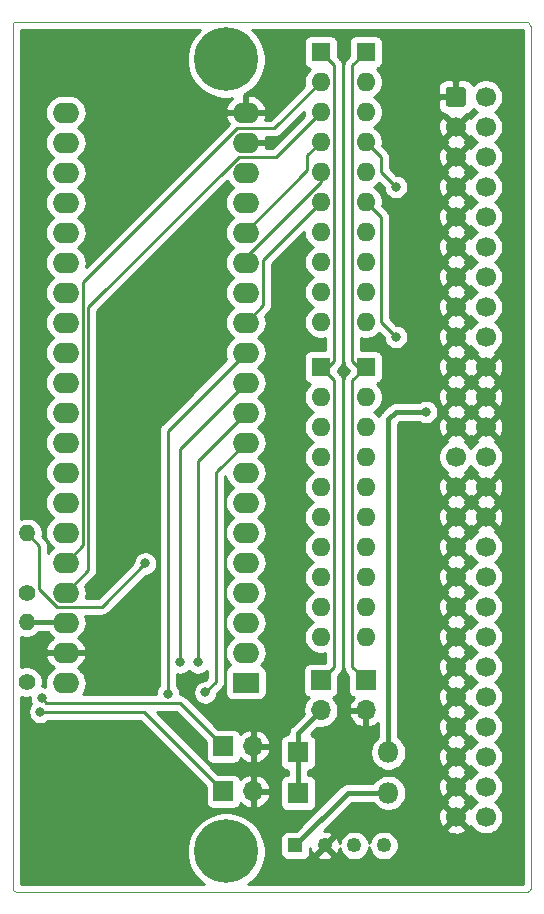
<source format=gbl>
%TF.GenerationSoftware,KiCad,Pcbnew,(5.1.10-1-10_14)*%
%TF.CreationDate,2021-10-09T12:14:23-05:00*%
%TF.ProjectId,bluepill_scsi,626c7565-7069-46c6-9c5f-736373692e6b,rev?*%
%TF.SameCoordinates,Original*%
%TF.FileFunction,Copper,L2,Bot*%
%TF.FilePolarity,Positive*%
%FSLAX46Y46*%
G04 Gerber Fmt 4.6, Leading zero omitted, Abs format (unit mm)*
G04 Created by KiCad (PCBNEW (5.1.10-1-10_14)) date 2021-10-09 12:14:23*
%MOMM*%
%LPD*%
G01*
G04 APERTURE LIST*
%TA.AperFunction,Profile*%
%ADD10C,0.050000*%
%TD*%
%TA.AperFunction,ComponentPad*%
%ADD11O,2.250000X1.727200*%
%TD*%
%TA.AperFunction,ComponentPad*%
%ADD12R,2.250000X1.727200*%
%TD*%
%TA.AperFunction,ComponentPad*%
%ADD13C,1.700000*%
%TD*%
%TA.AperFunction,ComponentPad*%
%ADD14R,1.700000X1.700000*%
%TD*%
%TA.AperFunction,ComponentPad*%
%ADD15O,1.700000X1.700000*%
%TD*%
%TA.AperFunction,ComponentPad*%
%ADD16R,1.600000X1.600000*%
%TD*%
%TA.AperFunction,ComponentPad*%
%ADD17O,1.600000X1.600000*%
%TD*%
%TA.AperFunction,ComponentPad*%
%ADD18R,1.250000X1.250000*%
%TD*%
%TA.AperFunction,ComponentPad*%
%ADD19C,1.250000*%
%TD*%
%TA.AperFunction,ComponentPad*%
%ADD20R,1.800000X1.800000*%
%TD*%
%TA.AperFunction,ComponentPad*%
%ADD21O,1.800000X1.800000*%
%TD*%
%TA.AperFunction,ComponentPad*%
%ADD22C,5.400000*%
%TD*%
%TA.AperFunction,ComponentPad*%
%ADD23C,0.800000*%
%TD*%
%TA.AperFunction,ComponentPad*%
%ADD24C,1.400000*%
%TD*%
%TA.AperFunction,ComponentPad*%
%ADD25O,1.400000X1.400000*%
%TD*%
%TA.AperFunction,ViaPad*%
%ADD26C,0.800000*%
%TD*%
%TA.AperFunction,Conductor*%
%ADD27C,0.250000*%
%TD*%
%TA.AperFunction,Conductor*%
%ADD28C,0.400000*%
%TD*%
%TA.AperFunction,Conductor*%
%ADD29C,0.254000*%
%TD*%
%TA.AperFunction,Conductor*%
%ADD30C,0.150000*%
%TD*%
G04 APERTURE END LIST*
D10*
X125095000Y-169291000D02*
G75*
G02*
X124841000Y-169545000I-254000J0D01*
G01*
X81534000Y-169545000D02*
G75*
G02*
X81280000Y-169291000I0J254000D01*
G01*
X81280000Y-96139000D02*
G75*
G02*
X81534000Y-95885000I254000J0D01*
G01*
X124714000Y-95885000D02*
G75*
G02*
X125095000Y-96266000I0J-381000D01*
G01*
X81915000Y-169545000D02*
X81534000Y-169545000D01*
X81280000Y-168275000D02*
X81280000Y-169291000D01*
X124841000Y-169545000D02*
X81915000Y-169545000D01*
X125095000Y-168275000D02*
X125095000Y-169291000D01*
X124714000Y-95885000D02*
X81534000Y-95885000D01*
X125095000Y-168275000D02*
X125095000Y-96266000D01*
X81280000Y-168275000D02*
X81280000Y-96139000D01*
D11*
%TO.P,U1,40*%
%TO.N,+3V3*%
X85725000Y-151866600D03*
%TO.P,U1,39*%
%TO.N,GND*%
X85725000Y-149275800D03*
%TO.P,U1,38*%
%TO.N,VCC*%
X85725000Y-146735800D03*
%TO.P,U1,37*%
%TO.N,/SCSI_DAT1*%
X85725000Y-144195800D03*
%TO.P,U1,36*%
%TO.N,/SCSI_DAT0*%
X85725000Y-141655800D03*
%TO.P,U1,35*%
%TO.N,/SCSI_IO*%
X85725000Y-139115800D03*
%TO.P,U1,34*%
%TO.N,/SCSI_REQ*%
X85725000Y-136575800D03*
%TO.P,U1,33*%
%TO.N,/SCSI_CD*%
X85725000Y-134035800D03*
%TO.P,U1,32*%
%TO.N,/SCSI_SEL*%
X85725000Y-131495800D03*
%TO.P,U1,31*%
%TO.N,/SCSI_MSG*%
X85725000Y-128955800D03*
%TO.P,U1,30*%
%TO.N,/SCSI_RST*%
X85725000Y-126415800D03*
%TO.P,U1,29*%
%TO.N,N/C*%
X85725000Y-123875800D03*
%TO.P,U1,28*%
X85725000Y-121335800D03*
%TO.P,U1,27*%
%TO.N,/SCSI_ACK*%
X85725000Y-118795800D03*
%TO.P,U1,26*%
%TO.N,/SCSI_BSY*%
X85725000Y-116255800D03*
%TO.P,U1,25*%
%TO.N,/SCSI_ATN*%
X85725000Y-113715800D03*
%TO.P,U1,24*%
%TO.N,/SCSI_DAT7*%
X85725000Y-111175800D03*
%TO.P,U1,23*%
%TO.N,/SCSI_DAT6*%
X85725000Y-108635800D03*
%TO.P,U1,22*%
%TO.N,/SCSI_DAT5*%
X85725000Y-106095800D03*
%TO.P,U1,21*%
%TO.N,/SCSI_DAT4*%
X85725000Y-103555800D03*
%TO.P,U1,20*%
%TO.N,GND*%
X100965000Y-103555800D03*
%TO.P,U1,19*%
X100965000Y-106095800D03*
%TO.P,U1,18*%
%TO.N,+3V3*%
X100965000Y-108635800D03*
%TO.P,U1,17*%
%TO.N,N/C*%
X100965000Y-111175800D03*
%TO.P,U1,16*%
%TO.N,/SCSI_DAT3*%
X100965000Y-113715800D03*
%TO.P,U1,15*%
%TO.N,/SCSI_DAT2*%
X100965000Y-116255800D03*
%TO.P,U1,14*%
%TO.N,N/C*%
X100965000Y-118795800D03*
%TO.P,U1,13*%
%TO.N,/SCSI_DBP*%
X100965000Y-121335800D03*
%TO.P,U1,12*%
%TO.N,/SD_MOSI*%
X100965000Y-123875800D03*
%TO.P,U1,11*%
%TO.N,/SD_MISO*%
X100965000Y-126415800D03*
%TO.P,U1,10*%
%TO.N,/SD_CLK*%
X100965000Y-128955800D03*
%TO.P,U1,9*%
%TO.N,/SD_CS*%
X100965000Y-131495800D03*
%TO.P,U1,8*%
%TO.N,N/C*%
X100965000Y-134035800D03*
%TO.P,U1,7*%
X100965000Y-136575800D03*
%TO.P,U1,6*%
X100965000Y-139115800D03*
%TO.P,U1,5*%
%TO.N,/EXTERNAL_LED*%
X100965000Y-141655800D03*
%TO.P,U1,4*%
%TO.N,N/C*%
X100965000Y-144195800D03*
%TO.P,U1,3*%
X100965000Y-146735800D03*
%TO.P,U1,2*%
X100965000Y-149275800D03*
D12*
%TO.P,U1,1*%
X100965000Y-151815800D03*
%TD*%
D13*
%TO.P,J2,50*%
%TO.N,/SCSI_IO*%
X121285000Y-163195000D03*
%TO.P,J2,48*%
%TO.N,/SCSI_REQ*%
X121285000Y-160655000D03*
%TO.P,J2,46*%
%TO.N,/SCSI_CD*%
X121285000Y-158115000D03*
%TO.P,J2,44*%
%TO.N,/SCSI_SEL*%
X121285000Y-155575000D03*
%TO.P,J2,42*%
%TO.N,/SCSI_MSG*%
X121285000Y-153035000D03*
%TO.P,J2,40*%
%TO.N,/SCSI_RST*%
X121285000Y-150495000D03*
%TO.P,J2,38*%
%TO.N,/SCSI_ACK*%
X121285000Y-147955000D03*
%TO.P,J2,36*%
%TO.N,/SCSI_BSY*%
X121285000Y-145415000D03*
%TO.P,J2,34*%
%TO.N,N/C*%
X121285000Y-142875000D03*
%TO.P,J2,32*%
%TO.N,/SCSI_ATN*%
X121285000Y-140335000D03*
%TO.P,J2,30*%
%TO.N,GND*%
X121285000Y-137795000D03*
%TO.P,J2,28*%
X121285000Y-135255000D03*
%TO.P,J2,26*%
%TO.N,/TERM_PWR*%
X121285000Y-132715000D03*
%TO.P,J2,24*%
%TO.N,GND*%
X121285000Y-130175000D03*
%TO.P,J2,22*%
X121285000Y-127635000D03*
%TO.P,J2,20*%
X121285000Y-125095000D03*
%TO.P,J2,18*%
%TO.N,/SCSI_DBP*%
X121285000Y-122555000D03*
%TO.P,J2,16*%
%TO.N,/SCSI_DAT7*%
X121285000Y-120015000D03*
%TO.P,J2,14*%
%TO.N,/SCSI_DAT6*%
X121285000Y-117475000D03*
%TO.P,J2,12*%
%TO.N,/SCSI_DAT5*%
X121285000Y-114935000D03*
%TO.P,J2,10*%
%TO.N,/SCSI_DAT4*%
X121285000Y-112395000D03*
%TO.P,J2,8*%
%TO.N,/SCSI_DAT3*%
X121285000Y-109855000D03*
%TO.P,J2,6*%
%TO.N,/SCSI_DAT2*%
X121285000Y-107315000D03*
%TO.P,J2,4*%
%TO.N,/SCSI_DAT1*%
X121285000Y-104775000D03*
%TO.P,J2,2*%
%TO.N,/SCSI_DAT0*%
X121285000Y-102235000D03*
%TO.P,J2,49*%
%TO.N,GND*%
X118745000Y-163195000D03*
%TO.P,J2,47*%
X118745000Y-160655000D03*
%TO.P,J2,45*%
X118745000Y-158115000D03*
%TO.P,J2,43*%
X118745000Y-155575000D03*
%TO.P,J2,41*%
X118745000Y-153035000D03*
%TO.P,J2,39*%
X118745000Y-150495000D03*
%TO.P,J2,37*%
X118745000Y-147955000D03*
%TO.P,J2,35*%
X118745000Y-145415000D03*
%TO.P,J2,33*%
X118745000Y-142875000D03*
%TO.P,J2,31*%
X118745000Y-140335000D03*
%TO.P,J2,29*%
X118745000Y-137795000D03*
%TO.P,J2,27*%
X118745000Y-135255000D03*
%TO.P,J2,25*%
%TO.N,N/C*%
X118745000Y-132715000D03*
%TO.P,J2,23*%
%TO.N,GND*%
X118745000Y-130175000D03*
%TO.P,J2,21*%
X118745000Y-127635000D03*
%TO.P,J2,19*%
X118745000Y-125095000D03*
%TO.P,J2,17*%
X118745000Y-122555000D03*
%TO.P,J2,15*%
X118745000Y-120015000D03*
%TO.P,J2,13*%
X118745000Y-117475000D03*
%TO.P,J2,11*%
X118745000Y-114935000D03*
%TO.P,J2,9*%
X118745000Y-112395000D03*
%TO.P,J2,7*%
X118745000Y-109855000D03*
%TO.P,J2,5*%
X118745000Y-107315000D03*
%TO.P,J2,3*%
X118745000Y-104775000D03*
%TO.P,J2,1*%
%TA.AperFunction,ComponentPad*%
G36*
G01*
X117895000Y-102835000D02*
X117895000Y-101635000D01*
G75*
G02*
X118145000Y-101385000I250000J0D01*
G01*
X119345000Y-101385000D01*
G75*
G02*
X119595000Y-101635000I0J-250000D01*
G01*
X119595000Y-102835000D01*
G75*
G02*
X119345000Y-103085000I-250000J0D01*
G01*
X118145000Y-103085000D01*
G75*
G02*
X117895000Y-102835000I0J250000D01*
G01*
G37*
%TD.AperFunction*%
%TD*%
D14*
%TO.P,JP1,1*%
%TO.N,Net-(JP1-Pad1)*%
X111125000Y-151638000D03*
D15*
%TO.P,JP1,2*%
%TO.N,GND*%
X111125000Y-154178000D03*
%TD*%
%TO.P,JP2,2*%
%TO.N,VCC*%
X107315000Y-154178000D03*
D14*
%TO.P,JP2,1*%
%TO.N,Net-(JP2-Pad1)*%
X107315000Y-151638000D03*
%TD*%
D16*
%TO.P,RN1,1*%
%TO.N,Net-(JP2-Pad1)*%
X107315000Y-98425000D03*
D17*
%TO.P,RN1,2*%
%TO.N,/SCSI_DAT0*%
X107315000Y-100965000D03*
%TO.P,RN1,3*%
%TO.N,/SCSI_DAT1*%
X107315000Y-103505000D03*
%TO.P,RN1,4*%
%TO.N,/SCSI_DAT3*%
X107315000Y-106045000D03*
%TO.P,RN1,5*%
%TO.N,/SCSI_DAT2*%
X107315000Y-108585000D03*
%TO.P,RN1,6*%
%TO.N,/SCSI_DBP*%
X107315000Y-111125000D03*
%TO.P,RN1,7*%
%TO.N,/SCSI_DAT4*%
X107315000Y-113665000D03*
%TO.P,RN1,8*%
%TO.N,/SCSI_DAT5*%
X107315000Y-116205000D03*
%TO.P,RN1,9*%
%TO.N,/SCSI_DAT6*%
X107315000Y-118745000D03*
%TO.P,RN1,10*%
%TO.N,/SCSI_DAT7*%
X107315000Y-121285000D03*
%TD*%
D16*
%TO.P,RN2,1*%
%TO.N,Net-(JP1-Pad1)*%
X111125000Y-98425000D03*
D17*
%TO.P,RN2,2*%
%TO.N,/SCSI_DAT0*%
X111125000Y-100965000D03*
%TO.P,RN2,3*%
%TO.N,/SCSI_DAT1*%
X111125000Y-103505000D03*
%TO.P,RN2,4*%
%TO.N,/SCSI_DAT3*%
X111125000Y-106045000D03*
%TO.P,RN2,5*%
%TO.N,/SCSI_DAT2*%
X111125000Y-108585000D03*
%TO.P,RN2,6*%
%TO.N,/SCSI_DBP*%
X111125000Y-111125000D03*
%TO.P,RN2,7*%
%TO.N,/SCSI_DAT4*%
X111125000Y-113665000D03*
%TO.P,RN2,8*%
%TO.N,/SCSI_DAT5*%
X111125000Y-116205000D03*
%TO.P,RN2,9*%
%TO.N,/SCSI_DAT6*%
X111125000Y-118745000D03*
%TO.P,RN2,10*%
%TO.N,/SCSI_DAT7*%
X111125000Y-121285000D03*
%TD*%
%TO.P,RN3,10*%
%TO.N,/SCSI_IO*%
X107315000Y-147955000D03*
%TO.P,RN3,9*%
%TO.N,/SCSI_REQ*%
X107315000Y-145415000D03*
%TO.P,RN3,8*%
%TO.N,/SCSI_CD*%
X107315000Y-142875000D03*
%TO.P,RN3,7*%
%TO.N,/SCSI_SEL*%
X107315000Y-140335000D03*
%TO.P,RN3,6*%
%TO.N,/SCSI_MSG*%
X107315000Y-137795000D03*
%TO.P,RN3,5*%
%TO.N,/SCSI_RST*%
X107315000Y-135255000D03*
%TO.P,RN3,4*%
%TO.N,/SCSI_ACK*%
X107315000Y-132715000D03*
%TO.P,RN3,3*%
%TO.N,/SCSI_BSY*%
X107315000Y-130175000D03*
%TO.P,RN3,2*%
%TO.N,/SCSI_ATN*%
X107315000Y-127635000D03*
D16*
%TO.P,RN3,1*%
%TO.N,Net-(JP2-Pad1)*%
X107315000Y-125095000D03*
%TD*%
D17*
%TO.P,RN4,10*%
%TO.N,/SCSI_IO*%
X111125000Y-147955000D03*
%TO.P,RN4,9*%
%TO.N,/SCSI_REQ*%
X111125000Y-145415000D03*
%TO.P,RN4,8*%
%TO.N,/SCSI_CD*%
X111125000Y-142875000D03*
%TO.P,RN4,7*%
%TO.N,/SCSI_SEL*%
X111125000Y-140335000D03*
%TO.P,RN4,6*%
%TO.N,/SCSI_MSG*%
X111125000Y-137795000D03*
%TO.P,RN4,5*%
%TO.N,/SCSI_RST*%
X111125000Y-135255000D03*
%TO.P,RN4,4*%
%TO.N,/SCSI_ACK*%
X111125000Y-132715000D03*
%TO.P,RN4,3*%
%TO.N,/SCSI_BSY*%
X111125000Y-130175000D03*
%TO.P,RN4,2*%
%TO.N,/SCSI_ATN*%
X111125000Y-127635000D03*
D16*
%TO.P,RN4,1*%
%TO.N,Net-(JP1-Pad1)*%
X111125000Y-125095000D03*
%TD*%
D18*
%TO.P,J1,1*%
%TO.N,+5V*%
X105156000Y-165608000D03*
D19*
%TO.P,J1,2*%
%TO.N,GND*%
X107656000Y-165608000D03*
%TO.P,J1,3*%
%TO.N,N/C*%
X110156000Y-165608000D03*
%TO.P,J1,4*%
X112656000Y-165608000D03*
%TD*%
D20*
%TO.P,D4,1*%
%TO.N,VCC*%
X105410000Y-161163000D03*
D21*
%TO.P,D4,2*%
%TO.N,+5V*%
X113030000Y-161163000D03*
%TD*%
%TO.P,D5,2*%
%TO.N,/TERM_PWR*%
X113030000Y-157734000D03*
D20*
%TO.P,D5,1*%
%TO.N,VCC*%
X105410000Y-157734000D03*
%TD*%
D22*
%TO.P,H1,1*%
%TO.N,Net-(H1-Pad1)*%
X99314000Y-99060000D03*
D23*
X101339000Y-99060000D03*
X100745891Y-100491891D03*
X99314000Y-101085000D03*
X97882109Y-100491891D03*
X97289000Y-99060000D03*
X97882109Y-97628109D03*
X99314000Y-97035000D03*
X100745891Y-97628109D03*
%TD*%
D22*
%TO.P,H2,1*%
%TO.N,Net-(H2-Pad1)*%
X99314000Y-166116000D03*
D23*
X101339000Y-166116000D03*
X100745891Y-167547891D03*
X99314000Y-168141000D03*
X97882109Y-167547891D03*
X97289000Y-166116000D03*
X97882109Y-164684109D03*
X99314000Y-164091000D03*
X100745891Y-164684109D03*
%TD*%
D24*
%TO.P,R2,1*%
%TO.N,Net-(J3-Pad1)*%
X82423000Y-144272000D03*
D25*
%TO.P,R2,2*%
%TO.N,/EXTERNAL_LED*%
X82423000Y-139192000D03*
%TD*%
%TO.P,R1,2*%
%TO.N,VCC*%
X82423000Y-146685000D03*
D24*
%TO.P,R1,1*%
%TO.N,Net-(J4-Pad1)*%
X82423000Y-151765000D03*
%TD*%
D14*
%TO.P,J3,1*%
%TO.N,Net-(J3-Pad1)*%
X99060000Y-157226000D03*
D15*
%TO.P,J3,2*%
%TO.N,GND*%
X101600000Y-157226000D03*
%TD*%
%TO.P,J4,2*%
%TO.N,GND*%
X101600000Y-161036000D03*
D14*
%TO.P,J4,1*%
%TO.N,Net-(J4-Pad1)*%
X99060000Y-161036000D03*
%TD*%
D26*
%TO.N,/SD_MISO*%
X95377000Y-150114000D03*
%TO.N,GND*%
X90297000Y-146304000D03*
%TO.N,/SD_CLK*%
X96901000Y-150114000D03*
%TO.N,/SD_MOSI*%
X94361000Y-152781000D03*
%TO.N,/SD_CS*%
X97536000Y-152654000D03*
%TO.N,/SCSI_DBP*%
X113665000Y-122555000D03*
%TO.N,/SCSI_DAT3*%
X113665000Y-109855000D03*
%TO.N,/TERM_PWR*%
X116205000Y-128905000D03*
%TO.N,/EXTERNAL_LED*%
X92456000Y-141732000D03*
%TO.N,Net-(J4-Pad1)*%
X83566000Y-154305000D03*
%TO.N,Net-(J3-Pad1)*%
X83693000Y-153162000D03*
%TD*%
D27*
%TO.N,/SD_MISO*%
X100965000Y-126415800D02*
X95377000Y-132003800D01*
X95377000Y-150114000D02*
X95377000Y-132003800D01*
%TO.N,/SD_CLK*%
X96901000Y-133019800D02*
X100965000Y-128955800D01*
X96901000Y-133019800D02*
X96901000Y-150114000D01*
%TO.N,/SD_MOSI*%
X94361000Y-130479800D02*
X96545400Y-128295400D01*
X96545400Y-128295400D02*
X96429999Y-128410801D01*
X100965000Y-123875800D02*
X96545400Y-128295400D01*
X94361000Y-130479800D02*
X94361000Y-148971000D01*
X94361000Y-148971000D02*
X94361000Y-152781000D01*
%TO.N,/SD_CS*%
X98425000Y-134035800D02*
X98640900Y-133819900D01*
X98425000Y-150114000D02*
X98425000Y-134035800D01*
X98640900Y-133819900D02*
X100965000Y-131495800D01*
X98425000Y-150114000D02*
X98425000Y-151765000D01*
X98425000Y-151765000D02*
X97536000Y-152654000D01*
%TO.N,/SCSI_CD*%
X107264200Y-142824200D02*
X107315000Y-142875000D01*
%TO.N,/SCSI_SEL*%
X107264200Y-140284200D02*
X107315000Y-140335000D01*
%TO.N,/SCSI_DBP*%
X100965000Y-121234200D02*
X101015800Y-121234200D01*
X102415010Y-116024990D02*
X107315000Y-111125000D01*
X102415010Y-119885790D02*
X102415010Y-116024990D01*
X100965000Y-121335800D02*
X102415010Y-119885790D01*
X111125000Y-111125000D02*
X111125000Y-111594002D01*
X111125000Y-111125000D02*
X112395000Y-112395000D01*
X112395000Y-112395000D02*
X112395000Y-121285000D01*
X112395000Y-121285000D02*
X113665000Y-122555000D01*
%TO.N,/SCSI_DAT3*%
X100965000Y-113715800D02*
X100965000Y-113665000D01*
X106189999Y-107170001D02*
X107315000Y-106045000D01*
X106189999Y-108440001D02*
X106189999Y-107170001D01*
X100965000Y-113665000D02*
X106189999Y-108440001D01*
X111125000Y-106045000D02*
X112395000Y-107315000D01*
X112395000Y-107315000D02*
X112395000Y-108585000D01*
X112395000Y-108585000D02*
X113665000Y-109855000D01*
%TO.N,/SCSI_DAT2*%
X100965000Y-116154200D02*
X101015800Y-116154200D01*
X100965000Y-115809998D02*
X107315000Y-109459998D01*
X107315000Y-109459998D02*
X107315000Y-108585000D01*
X100965000Y-116255800D02*
X100965000Y-115809998D01*
%TO.N,/SCSI_DAT1*%
X87625020Y-142295780D02*
X85725000Y-144195800D01*
X87625020Y-120033432D02*
X87625020Y-142295780D01*
X100374042Y-107284410D02*
X87625020Y-120033432D01*
X103535590Y-107284410D02*
X100374042Y-107284410D01*
X107315000Y-103505000D02*
X103535590Y-107284410D01*
%TO.N,/SCSI_DAT0*%
X85725000Y-141554200D02*
X86309200Y-141554200D01*
X87175010Y-140205790D02*
X85725000Y-141655800D01*
X87175010Y-117943442D02*
X87175010Y-140205790D01*
X103372810Y-104907190D02*
X100211262Y-104907190D01*
X107315000Y-100965000D02*
X103372810Y-104907190D01*
X100211262Y-104907190D02*
X87175010Y-117943442D01*
%TO.N,Net-(JP1-Pad1)*%
X109999999Y-99550001D02*
X111125000Y-98425000D01*
X109999999Y-124606409D02*
X110806795Y-125413205D01*
X109999999Y-99550001D02*
X109999999Y-124606409D01*
X109999999Y-126220001D02*
X109999999Y-150512999D01*
X109999999Y-150512999D02*
X111125000Y-151638000D01*
X111125000Y-125095000D02*
X109999999Y-126220001D01*
%TO.N,Net-(JP2-Pad1)*%
X107128599Y-124644991D02*
X106996795Y-124776795D01*
X108440001Y-126220001D02*
X107315000Y-125095000D01*
X108440001Y-150512999D02*
X108440001Y-126220001D01*
X107315000Y-151638000D02*
X108440001Y-150512999D01*
X108440001Y-99550001D02*
X107315000Y-98425000D01*
X107950000Y-125095000D02*
X108440001Y-124604999D01*
X108440001Y-124604999D02*
X108440001Y-99550001D01*
X107315000Y-125095000D02*
X107950000Y-125095000D01*
D28*
%TO.N,VCC*%
X105410000Y-157734000D02*
X105410000Y-161163000D01*
X105410000Y-156083000D02*
X107315000Y-154178000D01*
X105410000Y-157734000D02*
X105410000Y-156083000D01*
X85674200Y-146685000D02*
X85725000Y-146735800D01*
X82423000Y-146685000D02*
X85674200Y-146685000D01*
%TO.N,/TERM_PWR*%
X116205000Y-128905000D02*
X113665000Y-128905000D01*
X113665000Y-128905000D02*
X113030000Y-129540000D01*
X113030000Y-129540000D02*
X113030000Y-157734000D01*
%TO.N,+5V*%
X109601000Y-161163000D02*
X105156000Y-165608000D01*
X113030000Y-161163000D02*
X109601000Y-161163000D01*
D27*
%TO.N,/EXTERNAL_LED*%
X83448001Y-140217001D02*
X82423000Y-139192000D01*
X83448001Y-143861149D02*
X83448001Y-140217001D01*
X88803590Y-145384410D02*
X84971262Y-145384410D01*
X84971262Y-145384410D02*
X83448001Y-143861149D01*
X92456000Y-141732000D02*
X88803590Y-145384410D01*
%TO.N,Net-(J4-Pad1)*%
X92329000Y-154305000D02*
X99060000Y-161036000D01*
X83566000Y-154305000D02*
X92329000Y-154305000D01*
%TO.N,Net-(J3-Pad1)*%
X95395999Y-153561999D02*
X99060000Y-157226000D01*
X84092999Y-153561999D02*
X95395999Y-153561999D01*
X83693000Y-153162000D02*
X84092999Y-153561999D01*
%TD*%
D29*
%TO.N,GND*%
X96723536Y-96934061D02*
X96358561Y-97480285D01*
X96107162Y-98087216D01*
X95979000Y-98731531D01*
X95979000Y-99388469D01*
X96107162Y-100032784D01*
X96358561Y-100639715D01*
X96723536Y-101185939D01*
X97188061Y-101650464D01*
X97734285Y-102015439D01*
X98341216Y-102266838D01*
X98985531Y-102395000D01*
X99642469Y-102395000D01*
X99787161Y-102366219D01*
X99765426Y-102380317D01*
X99554127Y-102585932D01*
X99387002Y-102828819D01*
X99270473Y-103099643D01*
X99248642Y-103196774D01*
X99369783Y-103428800D01*
X100838000Y-103428800D01*
X100838000Y-102057200D01*
X101092000Y-102057200D01*
X101092000Y-103428800D01*
X102560217Y-103428800D01*
X102681358Y-103196774D01*
X102659527Y-103099643D01*
X102542998Y-102828819D01*
X102375873Y-102585932D01*
X102164574Y-102380317D01*
X101917222Y-102219875D01*
X101643322Y-102110772D01*
X101353400Y-102057200D01*
X101092000Y-102057200D01*
X100838000Y-102057200D01*
X100792895Y-102057200D01*
X100893715Y-102015439D01*
X101439939Y-101650464D01*
X101904464Y-101185939D01*
X102269439Y-100639715D01*
X102520838Y-100032784D01*
X102649000Y-99388469D01*
X102649000Y-98731531D01*
X102520838Y-98087216D01*
X102269439Y-97480285D01*
X101904464Y-96934061D01*
X101515403Y-96545000D01*
X124435001Y-96545000D01*
X124435000Y-168242581D01*
X124435000Y-168242582D01*
X124435001Y-168885000D01*
X101172741Y-168885000D01*
X101439939Y-168706464D01*
X101904464Y-168241939D01*
X102269439Y-167695715D01*
X102520838Y-167088784D01*
X102649000Y-166444469D01*
X102649000Y-165787531D01*
X102520838Y-165143216D01*
X102454475Y-164983000D01*
X103892928Y-164983000D01*
X103892928Y-166233000D01*
X103905188Y-166357482D01*
X103941498Y-166477180D01*
X104000463Y-166587494D01*
X104079815Y-166684185D01*
X104176506Y-166763537D01*
X104286820Y-166822502D01*
X104406518Y-166858812D01*
X104531000Y-166871072D01*
X105781000Y-166871072D01*
X105905482Y-166858812D01*
X106025180Y-166822502D01*
X106135494Y-166763537D01*
X106232185Y-166684185D01*
X106311537Y-166587494D01*
X106370502Y-166477180D01*
X106370966Y-166475648D01*
X106967957Y-166475648D01*
X107018306Y-166701777D01*
X107243944Y-166805168D01*
X107485418Y-166862553D01*
X107733447Y-166871726D01*
X107978499Y-166832335D01*
X108211158Y-166745893D01*
X108293694Y-166701777D01*
X108344043Y-166475648D01*
X107656000Y-165787605D01*
X106967957Y-166475648D01*
X106370966Y-166475648D01*
X106406812Y-166357482D01*
X106419072Y-166233000D01*
X106419072Y-165852158D01*
X106431665Y-165930499D01*
X106518107Y-166163158D01*
X106562223Y-166245694D01*
X106788352Y-166296043D01*
X107476395Y-165608000D01*
X107835605Y-165608000D01*
X108523648Y-166296043D01*
X108749777Y-166245694D01*
X108853168Y-166020056D01*
X108907664Y-165790739D01*
X108944421Y-165975529D01*
X109039402Y-166204834D01*
X109177294Y-166411203D01*
X109352797Y-166586706D01*
X109559166Y-166724598D01*
X109788471Y-166819579D01*
X110031901Y-166868000D01*
X110280099Y-166868000D01*
X110523529Y-166819579D01*
X110752834Y-166724598D01*
X110959203Y-166586706D01*
X111134706Y-166411203D01*
X111272598Y-166204834D01*
X111367579Y-165975529D01*
X111406000Y-165782373D01*
X111444421Y-165975529D01*
X111539402Y-166204834D01*
X111677294Y-166411203D01*
X111852797Y-166586706D01*
X112059166Y-166724598D01*
X112288471Y-166819579D01*
X112531901Y-166868000D01*
X112780099Y-166868000D01*
X113023529Y-166819579D01*
X113252834Y-166724598D01*
X113459203Y-166586706D01*
X113634706Y-166411203D01*
X113772598Y-166204834D01*
X113867579Y-165975529D01*
X113916000Y-165732099D01*
X113916000Y-165483901D01*
X113867579Y-165240471D01*
X113772598Y-165011166D01*
X113634706Y-164804797D01*
X113459203Y-164629294D01*
X113252834Y-164491402D01*
X113023529Y-164396421D01*
X112780099Y-164348000D01*
X112531901Y-164348000D01*
X112288471Y-164396421D01*
X112059166Y-164491402D01*
X111852797Y-164629294D01*
X111677294Y-164804797D01*
X111539402Y-165011166D01*
X111444421Y-165240471D01*
X111406000Y-165433627D01*
X111367579Y-165240471D01*
X111272598Y-165011166D01*
X111134706Y-164804797D01*
X110959203Y-164629294D01*
X110752834Y-164491402D01*
X110523529Y-164396421D01*
X110280099Y-164348000D01*
X110031901Y-164348000D01*
X109788471Y-164396421D01*
X109559166Y-164491402D01*
X109352797Y-164629294D01*
X109177294Y-164804797D01*
X109039402Y-165011166D01*
X108944421Y-165240471D01*
X108904974Y-165438783D01*
X108880335Y-165285501D01*
X108793893Y-165052842D01*
X108749777Y-164970306D01*
X108523648Y-164919957D01*
X107835605Y-165608000D01*
X107476395Y-165608000D01*
X107462253Y-165593858D01*
X107641858Y-165414253D01*
X107656000Y-165428395D01*
X108344043Y-164740352D01*
X108293694Y-164514223D01*
X108068056Y-164410832D01*
X107826582Y-164353447D01*
X107599807Y-164345060D01*
X107721470Y-164223397D01*
X117896208Y-164223397D01*
X117973843Y-164472472D01*
X118237883Y-164598371D01*
X118521411Y-164670339D01*
X118813531Y-164685611D01*
X119103019Y-164643599D01*
X119378747Y-164545919D01*
X119516157Y-164472472D01*
X119593792Y-164223397D01*
X118745000Y-163374605D01*
X117896208Y-164223397D01*
X107721470Y-164223397D01*
X108681336Y-163263531D01*
X117254389Y-163263531D01*
X117296401Y-163553019D01*
X117394081Y-163828747D01*
X117467528Y-163966157D01*
X117716603Y-164043792D01*
X118565395Y-163195000D01*
X117716603Y-162346208D01*
X117467528Y-162423843D01*
X117341629Y-162687883D01*
X117269661Y-162971411D01*
X117254389Y-163263531D01*
X108681336Y-163263531D01*
X109946868Y-161998000D01*
X111741801Y-161998000D01*
X111837688Y-162141505D01*
X112051495Y-162355312D01*
X112302905Y-162523299D01*
X112582257Y-162639011D01*
X112878816Y-162698000D01*
X113181184Y-162698000D01*
X113477743Y-162639011D01*
X113757095Y-162523299D01*
X114008505Y-162355312D01*
X114222312Y-162141505D01*
X114390299Y-161890095D01*
X114475916Y-161683397D01*
X117896208Y-161683397D01*
X117971514Y-161925000D01*
X117896208Y-162166603D01*
X118745000Y-163015395D01*
X119593792Y-162166603D01*
X119518486Y-161925000D01*
X119593792Y-161683397D01*
X118745000Y-160834605D01*
X117896208Y-161683397D01*
X114475916Y-161683397D01*
X114506011Y-161610743D01*
X114565000Y-161314184D01*
X114565000Y-161011816D01*
X114507657Y-160723531D01*
X117254389Y-160723531D01*
X117296401Y-161013019D01*
X117394081Y-161288747D01*
X117467528Y-161426157D01*
X117716603Y-161503792D01*
X118565395Y-160655000D01*
X117716603Y-159806208D01*
X117467528Y-159883843D01*
X117341629Y-160147883D01*
X117269661Y-160431411D01*
X117254389Y-160723531D01*
X114507657Y-160723531D01*
X114506011Y-160715257D01*
X114390299Y-160435905D01*
X114222312Y-160184495D01*
X114008505Y-159970688D01*
X113757095Y-159802701D01*
X113477743Y-159686989D01*
X113181184Y-159628000D01*
X112878816Y-159628000D01*
X112582257Y-159686989D01*
X112302905Y-159802701D01*
X112051495Y-159970688D01*
X111837688Y-160184495D01*
X111741801Y-160328000D01*
X109642007Y-160328000D01*
X109600999Y-160323961D01*
X109559991Y-160328000D01*
X109559981Y-160328000D01*
X109437311Y-160340082D01*
X109279913Y-160387828D01*
X109134854Y-160465364D01*
X109007709Y-160569709D01*
X108981559Y-160601573D01*
X105238205Y-164344928D01*
X104531000Y-164344928D01*
X104406518Y-164357188D01*
X104286820Y-164393498D01*
X104176506Y-164452463D01*
X104079815Y-164531815D01*
X104000463Y-164628506D01*
X103941498Y-164738820D01*
X103905188Y-164858518D01*
X103892928Y-164983000D01*
X102454475Y-164983000D01*
X102269439Y-164536285D01*
X101904464Y-163990061D01*
X101439939Y-163525536D01*
X100893715Y-163160561D01*
X100286784Y-162909162D01*
X99642469Y-162781000D01*
X98985531Y-162781000D01*
X98341216Y-162909162D01*
X97734285Y-163160561D01*
X97188061Y-163525536D01*
X96723536Y-163990061D01*
X96358561Y-164536285D01*
X96107162Y-165143216D01*
X95979000Y-165787531D01*
X95979000Y-166444469D01*
X96107162Y-167088784D01*
X96358561Y-167695715D01*
X96723536Y-168241939D01*
X97188061Y-168706464D01*
X97455259Y-168885000D01*
X81940000Y-168885000D01*
X81940000Y-153009928D01*
X82033595Y-153048696D01*
X82291514Y-153100000D01*
X82554486Y-153100000D01*
X82658000Y-153079409D01*
X82658000Y-153263939D01*
X82697774Y-153463898D01*
X82769714Y-153637575D01*
X82762063Y-153645226D01*
X82648795Y-153814744D01*
X82570774Y-154003102D01*
X82531000Y-154203061D01*
X82531000Y-154406939D01*
X82570774Y-154606898D01*
X82648795Y-154795256D01*
X82762063Y-154964774D01*
X82906226Y-155108937D01*
X83075744Y-155222205D01*
X83264102Y-155300226D01*
X83464061Y-155340000D01*
X83667939Y-155340000D01*
X83867898Y-155300226D01*
X84056256Y-155222205D01*
X84225774Y-155108937D01*
X84269711Y-155065000D01*
X92014199Y-155065000D01*
X97571928Y-160622731D01*
X97571928Y-161886000D01*
X97584188Y-162010482D01*
X97620498Y-162130180D01*
X97679463Y-162240494D01*
X97758815Y-162337185D01*
X97855506Y-162416537D01*
X97965820Y-162475502D01*
X98085518Y-162511812D01*
X98210000Y-162524072D01*
X99910000Y-162524072D01*
X100034482Y-162511812D01*
X100154180Y-162475502D01*
X100264494Y-162416537D01*
X100361185Y-162337185D01*
X100440537Y-162240494D01*
X100499502Y-162130180D01*
X100523966Y-162049534D01*
X100599731Y-162133588D01*
X100833080Y-162307641D01*
X101095901Y-162432825D01*
X101243110Y-162477476D01*
X101473000Y-162356155D01*
X101473000Y-161163000D01*
X101727000Y-161163000D01*
X101727000Y-162356155D01*
X101956890Y-162477476D01*
X102104099Y-162432825D01*
X102366920Y-162307641D01*
X102600269Y-162133588D01*
X102795178Y-161917355D01*
X102944157Y-161667252D01*
X103041481Y-161392891D01*
X102920814Y-161163000D01*
X101727000Y-161163000D01*
X101473000Y-161163000D01*
X101453000Y-161163000D01*
X101453000Y-160909000D01*
X101473000Y-160909000D01*
X101473000Y-159715845D01*
X101727000Y-159715845D01*
X101727000Y-160909000D01*
X102920814Y-160909000D01*
X103041481Y-160679109D01*
X102944157Y-160404748D01*
X102795178Y-160154645D01*
X102600269Y-159938412D01*
X102366920Y-159764359D01*
X102104099Y-159639175D01*
X101956890Y-159594524D01*
X101727000Y-159715845D01*
X101473000Y-159715845D01*
X101243110Y-159594524D01*
X101095901Y-159639175D01*
X100833080Y-159764359D01*
X100599731Y-159938412D01*
X100523966Y-160022466D01*
X100499502Y-159941820D01*
X100440537Y-159831506D01*
X100361185Y-159734815D01*
X100264494Y-159655463D01*
X100154180Y-159596498D01*
X100034482Y-159560188D01*
X99910000Y-159547928D01*
X98646731Y-159547928D01*
X93420800Y-154321999D01*
X95081198Y-154321999D01*
X97571928Y-156812730D01*
X97571928Y-158076000D01*
X97584188Y-158200482D01*
X97620498Y-158320180D01*
X97679463Y-158430494D01*
X97758815Y-158527185D01*
X97855506Y-158606537D01*
X97965820Y-158665502D01*
X98085518Y-158701812D01*
X98210000Y-158714072D01*
X99910000Y-158714072D01*
X100034482Y-158701812D01*
X100154180Y-158665502D01*
X100264494Y-158606537D01*
X100361185Y-158527185D01*
X100440537Y-158430494D01*
X100499502Y-158320180D01*
X100523966Y-158239534D01*
X100599731Y-158323588D01*
X100833080Y-158497641D01*
X101095901Y-158622825D01*
X101243110Y-158667476D01*
X101473000Y-158546155D01*
X101473000Y-157353000D01*
X101727000Y-157353000D01*
X101727000Y-158546155D01*
X101956890Y-158667476D01*
X102104099Y-158622825D01*
X102366920Y-158497641D01*
X102600269Y-158323588D01*
X102795178Y-158107355D01*
X102944157Y-157857252D01*
X103041481Y-157582891D01*
X102920814Y-157353000D01*
X101727000Y-157353000D01*
X101473000Y-157353000D01*
X101453000Y-157353000D01*
X101453000Y-157099000D01*
X101473000Y-157099000D01*
X101473000Y-155905845D01*
X101727000Y-155905845D01*
X101727000Y-157099000D01*
X102920814Y-157099000D01*
X103041481Y-156869109D01*
X102944157Y-156594748D01*
X102795178Y-156344645D01*
X102600269Y-156128412D01*
X102366920Y-155954359D01*
X102104099Y-155829175D01*
X101956890Y-155784524D01*
X101727000Y-155905845D01*
X101473000Y-155905845D01*
X101243110Y-155784524D01*
X101095901Y-155829175D01*
X100833080Y-155954359D01*
X100599731Y-156128412D01*
X100523966Y-156212466D01*
X100499502Y-156131820D01*
X100440537Y-156021506D01*
X100361185Y-155924815D01*
X100264494Y-155845463D01*
X100154180Y-155786498D01*
X100034482Y-155750188D01*
X99910000Y-155737928D01*
X98646730Y-155737928D01*
X95959803Y-153051002D01*
X95936000Y-153021998D01*
X95820275Y-152927025D01*
X95688246Y-152856453D01*
X95544985Y-152812996D01*
X95433332Y-152801999D01*
X95433321Y-152801999D01*
X95396000Y-152798323D01*
X95396000Y-152679061D01*
X95356226Y-152479102D01*
X95278205Y-152290744D01*
X95164937Y-152121226D01*
X95121000Y-152077289D01*
X95121000Y-151118356D01*
X95275061Y-151149000D01*
X95478939Y-151149000D01*
X95678898Y-151109226D01*
X95867256Y-151031205D01*
X96036774Y-150917937D01*
X96139000Y-150815711D01*
X96241226Y-150917937D01*
X96410744Y-151031205D01*
X96599102Y-151109226D01*
X96799061Y-151149000D01*
X97002939Y-151149000D01*
X97202898Y-151109226D01*
X97391256Y-151031205D01*
X97560774Y-150917937D01*
X97665000Y-150813711D01*
X97665001Y-151450197D01*
X97496198Y-151619000D01*
X97434061Y-151619000D01*
X97234102Y-151658774D01*
X97045744Y-151736795D01*
X96876226Y-151850063D01*
X96732063Y-151994226D01*
X96618795Y-152163744D01*
X96540774Y-152352102D01*
X96501000Y-152552061D01*
X96501000Y-152755939D01*
X96540774Y-152955898D01*
X96618795Y-153144256D01*
X96732063Y-153313774D01*
X96876226Y-153457937D01*
X97045744Y-153571205D01*
X97234102Y-153649226D01*
X97434061Y-153689000D01*
X97637939Y-153689000D01*
X97837898Y-153649226D01*
X98026256Y-153571205D01*
X98195774Y-153457937D01*
X98339937Y-153313774D01*
X98453205Y-153144256D01*
X98531226Y-152955898D01*
X98571000Y-152755939D01*
X98571000Y-152693802D01*
X98936003Y-152328799D01*
X98965001Y-152305001D01*
X99059974Y-152189276D01*
X99130546Y-152057247D01*
X99174003Y-151913986D01*
X99185000Y-151802333D01*
X99185000Y-151802323D01*
X99188676Y-151765000D01*
X99185000Y-151727677D01*
X99185000Y-134350601D01*
X99224832Y-134310769D01*
X99226684Y-134329577D01*
X99312375Y-134612064D01*
X99451531Y-134872406D01*
X99638803Y-135100597D01*
X99866994Y-135287869D01*
X99900540Y-135305800D01*
X99866994Y-135323731D01*
X99638803Y-135511003D01*
X99451531Y-135739194D01*
X99312375Y-135999536D01*
X99226684Y-136282023D01*
X99197749Y-136575800D01*
X99226684Y-136869577D01*
X99312375Y-137152064D01*
X99451531Y-137412406D01*
X99638803Y-137640597D01*
X99866994Y-137827869D01*
X99900540Y-137845800D01*
X99866994Y-137863731D01*
X99638803Y-138051003D01*
X99451531Y-138279194D01*
X99312375Y-138539536D01*
X99226684Y-138822023D01*
X99197749Y-139115800D01*
X99226684Y-139409577D01*
X99312375Y-139692064D01*
X99451531Y-139952406D01*
X99638803Y-140180597D01*
X99866994Y-140367869D01*
X99900540Y-140385800D01*
X99866994Y-140403731D01*
X99638803Y-140591003D01*
X99451531Y-140819194D01*
X99312375Y-141079536D01*
X99226684Y-141362023D01*
X99197749Y-141655800D01*
X99226684Y-141949577D01*
X99312375Y-142232064D01*
X99451531Y-142492406D01*
X99638803Y-142720597D01*
X99866994Y-142907869D01*
X99900540Y-142925800D01*
X99866994Y-142943731D01*
X99638803Y-143131003D01*
X99451531Y-143359194D01*
X99312375Y-143619536D01*
X99226684Y-143902023D01*
X99197749Y-144195800D01*
X99226684Y-144489577D01*
X99312375Y-144772064D01*
X99451531Y-145032406D01*
X99638803Y-145260597D01*
X99866994Y-145447869D01*
X99900540Y-145465800D01*
X99866994Y-145483731D01*
X99638803Y-145671003D01*
X99451531Y-145899194D01*
X99312375Y-146159536D01*
X99226684Y-146442023D01*
X99197749Y-146735800D01*
X99226684Y-147029577D01*
X99312375Y-147312064D01*
X99451531Y-147572406D01*
X99638803Y-147800597D01*
X99866994Y-147987869D01*
X99900540Y-148005800D01*
X99866994Y-148023731D01*
X99638803Y-148211003D01*
X99451531Y-148439194D01*
X99312375Y-148699536D01*
X99226684Y-148982023D01*
X99197749Y-149275800D01*
X99226684Y-149569577D01*
X99312375Y-149852064D01*
X99451531Y-150112406D01*
X99638803Y-150340597D01*
X99646865Y-150347214D01*
X99595820Y-150362698D01*
X99485506Y-150421663D01*
X99388815Y-150501015D01*
X99309463Y-150597706D01*
X99250498Y-150708020D01*
X99214188Y-150827718D01*
X99201928Y-150952200D01*
X99201928Y-152679400D01*
X99214188Y-152803882D01*
X99250498Y-152923580D01*
X99309463Y-153033894D01*
X99388815Y-153130585D01*
X99485506Y-153209937D01*
X99595820Y-153268902D01*
X99715518Y-153305212D01*
X99840000Y-153317472D01*
X102090000Y-153317472D01*
X102214482Y-153305212D01*
X102334180Y-153268902D01*
X102444494Y-153209937D01*
X102541185Y-153130585D01*
X102620537Y-153033894D01*
X102679502Y-152923580D01*
X102715812Y-152803882D01*
X102728072Y-152679400D01*
X102728072Y-150952200D01*
X102715812Y-150827718D01*
X102679502Y-150708020D01*
X102620537Y-150597706D01*
X102541185Y-150501015D01*
X102444494Y-150421663D01*
X102334180Y-150362698D01*
X102283135Y-150347214D01*
X102291197Y-150340597D01*
X102478469Y-150112406D01*
X102617625Y-149852064D01*
X102703316Y-149569577D01*
X102732251Y-149275800D01*
X102703316Y-148982023D01*
X102617625Y-148699536D01*
X102478469Y-148439194D01*
X102291197Y-148211003D01*
X102063006Y-148023731D01*
X102029460Y-148005800D01*
X102063006Y-147987869D01*
X102291197Y-147800597D01*
X102478469Y-147572406D01*
X102617625Y-147312064D01*
X102703316Y-147029577D01*
X102732251Y-146735800D01*
X102703316Y-146442023D01*
X102617625Y-146159536D01*
X102478469Y-145899194D01*
X102291197Y-145671003D01*
X102063006Y-145483731D01*
X102029460Y-145465800D01*
X102063006Y-145447869D01*
X102291197Y-145260597D01*
X102478469Y-145032406D01*
X102617625Y-144772064D01*
X102703316Y-144489577D01*
X102732251Y-144195800D01*
X102703316Y-143902023D01*
X102617625Y-143619536D01*
X102478469Y-143359194D01*
X102291197Y-143131003D01*
X102063006Y-142943731D01*
X102029460Y-142925800D01*
X102063006Y-142907869D01*
X102291197Y-142720597D01*
X102478469Y-142492406D01*
X102617625Y-142232064D01*
X102703316Y-141949577D01*
X102732251Y-141655800D01*
X102703316Y-141362023D01*
X102617625Y-141079536D01*
X102478469Y-140819194D01*
X102291197Y-140591003D01*
X102063006Y-140403731D01*
X102029460Y-140385800D01*
X102063006Y-140367869D01*
X102291197Y-140180597D01*
X102478469Y-139952406D01*
X102617625Y-139692064D01*
X102703316Y-139409577D01*
X102732251Y-139115800D01*
X102703316Y-138822023D01*
X102617625Y-138539536D01*
X102478469Y-138279194D01*
X102291197Y-138051003D01*
X102063006Y-137863731D01*
X102029460Y-137845800D01*
X102063006Y-137827869D01*
X102291197Y-137640597D01*
X102478469Y-137412406D01*
X102617625Y-137152064D01*
X102703316Y-136869577D01*
X102732251Y-136575800D01*
X102703316Y-136282023D01*
X102617625Y-135999536D01*
X102478469Y-135739194D01*
X102291197Y-135511003D01*
X102063006Y-135323731D01*
X102029460Y-135305800D01*
X102063006Y-135287869D01*
X102291197Y-135100597D01*
X102478469Y-134872406D01*
X102617625Y-134612064D01*
X102703316Y-134329577D01*
X102732251Y-134035800D01*
X102703316Y-133742023D01*
X102617625Y-133459536D01*
X102478469Y-133199194D01*
X102291197Y-132971003D01*
X102063006Y-132783731D01*
X102029460Y-132765800D01*
X102063006Y-132747869D01*
X102291197Y-132560597D01*
X102478469Y-132332406D01*
X102617625Y-132072064D01*
X102703316Y-131789577D01*
X102732251Y-131495800D01*
X102703316Y-131202023D01*
X102617625Y-130919536D01*
X102478469Y-130659194D01*
X102291197Y-130431003D01*
X102063006Y-130243731D01*
X102029460Y-130225800D01*
X102063006Y-130207869D01*
X102291197Y-130020597D01*
X102478469Y-129792406D01*
X102617625Y-129532064D01*
X102703316Y-129249577D01*
X102732251Y-128955800D01*
X102703316Y-128662023D01*
X102617625Y-128379536D01*
X102478469Y-128119194D01*
X102291197Y-127891003D01*
X102063006Y-127703731D01*
X102029460Y-127685800D01*
X102063006Y-127667869D01*
X102291197Y-127480597D01*
X102478469Y-127252406D01*
X102617625Y-126992064D01*
X102703316Y-126709577D01*
X102732251Y-126415800D01*
X102703316Y-126122023D01*
X102617625Y-125839536D01*
X102478469Y-125579194D01*
X102291197Y-125351003D01*
X102063006Y-125163731D01*
X102029460Y-125145800D01*
X102063006Y-125127869D01*
X102291197Y-124940597D01*
X102478469Y-124712406D01*
X102617625Y-124452064D01*
X102703316Y-124169577D01*
X102732251Y-123875800D01*
X102703316Y-123582023D01*
X102617625Y-123299536D01*
X102478469Y-123039194D01*
X102291197Y-122811003D01*
X102063006Y-122623731D01*
X102029460Y-122605800D01*
X102063006Y-122587869D01*
X102291197Y-122400597D01*
X102478469Y-122172406D01*
X102617625Y-121912064D01*
X102703316Y-121629577D01*
X102732251Y-121335800D01*
X102703316Y-121042023D01*
X102617625Y-120759536D01*
X102617082Y-120758520D01*
X102926014Y-120449588D01*
X102955011Y-120425791D01*
X103049984Y-120310066D01*
X103120556Y-120178037D01*
X103164013Y-120034776D01*
X103175010Y-119923123D01*
X103175010Y-119923113D01*
X103178686Y-119885790D01*
X103175010Y-119848467D01*
X103175010Y-116339791D01*
X105880000Y-113634802D01*
X105880000Y-113806335D01*
X105935147Y-114083574D01*
X106043320Y-114344727D01*
X106200363Y-114579759D01*
X106400241Y-114779637D01*
X106632759Y-114935000D01*
X106400241Y-115090363D01*
X106200363Y-115290241D01*
X106043320Y-115525273D01*
X105935147Y-115786426D01*
X105880000Y-116063665D01*
X105880000Y-116346335D01*
X105935147Y-116623574D01*
X106043320Y-116884727D01*
X106200363Y-117119759D01*
X106400241Y-117319637D01*
X106632759Y-117475000D01*
X106400241Y-117630363D01*
X106200363Y-117830241D01*
X106043320Y-118065273D01*
X105935147Y-118326426D01*
X105880000Y-118603665D01*
X105880000Y-118886335D01*
X105935147Y-119163574D01*
X106043320Y-119424727D01*
X106200363Y-119659759D01*
X106400241Y-119859637D01*
X106632759Y-120015000D01*
X106400241Y-120170363D01*
X106200363Y-120370241D01*
X106043320Y-120605273D01*
X105935147Y-120866426D01*
X105880000Y-121143665D01*
X105880000Y-121426335D01*
X105935147Y-121703574D01*
X106043320Y-121964727D01*
X106200363Y-122199759D01*
X106400241Y-122399637D01*
X106635273Y-122556680D01*
X106896426Y-122664853D01*
X107173665Y-122720000D01*
X107456335Y-122720000D01*
X107680001Y-122675509D01*
X107680001Y-123656928D01*
X106515000Y-123656928D01*
X106390518Y-123669188D01*
X106270820Y-123705498D01*
X106160506Y-123764463D01*
X106063815Y-123843815D01*
X105984463Y-123940506D01*
X105925498Y-124050820D01*
X105889188Y-124170518D01*
X105876928Y-124295000D01*
X105876928Y-125895000D01*
X105889188Y-126019482D01*
X105925498Y-126139180D01*
X105984463Y-126249494D01*
X106063815Y-126346185D01*
X106160506Y-126425537D01*
X106270820Y-126484502D01*
X106390518Y-126520812D01*
X106398961Y-126521643D01*
X106200363Y-126720241D01*
X106043320Y-126955273D01*
X105935147Y-127216426D01*
X105880000Y-127493665D01*
X105880000Y-127776335D01*
X105935147Y-128053574D01*
X106043320Y-128314727D01*
X106200363Y-128549759D01*
X106400241Y-128749637D01*
X106632759Y-128905000D01*
X106400241Y-129060363D01*
X106200363Y-129260241D01*
X106043320Y-129495273D01*
X105935147Y-129756426D01*
X105880000Y-130033665D01*
X105880000Y-130316335D01*
X105935147Y-130593574D01*
X106043320Y-130854727D01*
X106200363Y-131089759D01*
X106400241Y-131289637D01*
X106632759Y-131445000D01*
X106400241Y-131600363D01*
X106200363Y-131800241D01*
X106043320Y-132035273D01*
X105935147Y-132296426D01*
X105880000Y-132573665D01*
X105880000Y-132856335D01*
X105935147Y-133133574D01*
X106043320Y-133394727D01*
X106200363Y-133629759D01*
X106400241Y-133829637D01*
X106632759Y-133985000D01*
X106400241Y-134140363D01*
X106200363Y-134340241D01*
X106043320Y-134575273D01*
X105935147Y-134836426D01*
X105880000Y-135113665D01*
X105880000Y-135396335D01*
X105935147Y-135673574D01*
X106043320Y-135934727D01*
X106200363Y-136169759D01*
X106400241Y-136369637D01*
X106632759Y-136525000D01*
X106400241Y-136680363D01*
X106200363Y-136880241D01*
X106043320Y-137115273D01*
X105935147Y-137376426D01*
X105880000Y-137653665D01*
X105880000Y-137936335D01*
X105935147Y-138213574D01*
X106043320Y-138474727D01*
X106200363Y-138709759D01*
X106400241Y-138909637D01*
X106632759Y-139065000D01*
X106400241Y-139220363D01*
X106200363Y-139420241D01*
X106043320Y-139655273D01*
X105935147Y-139916426D01*
X105880000Y-140193665D01*
X105880000Y-140476335D01*
X105935147Y-140753574D01*
X106043320Y-141014727D01*
X106200363Y-141249759D01*
X106400241Y-141449637D01*
X106632759Y-141605000D01*
X106400241Y-141760363D01*
X106200363Y-141960241D01*
X106043320Y-142195273D01*
X105935147Y-142456426D01*
X105880000Y-142733665D01*
X105880000Y-143016335D01*
X105935147Y-143293574D01*
X106043320Y-143554727D01*
X106200363Y-143789759D01*
X106400241Y-143989637D01*
X106632759Y-144145000D01*
X106400241Y-144300363D01*
X106200363Y-144500241D01*
X106043320Y-144735273D01*
X105935147Y-144996426D01*
X105880000Y-145273665D01*
X105880000Y-145556335D01*
X105935147Y-145833574D01*
X106043320Y-146094727D01*
X106200363Y-146329759D01*
X106400241Y-146529637D01*
X106632759Y-146685000D01*
X106400241Y-146840363D01*
X106200363Y-147040241D01*
X106043320Y-147275273D01*
X105935147Y-147536426D01*
X105880000Y-147813665D01*
X105880000Y-148096335D01*
X105935147Y-148373574D01*
X106043320Y-148634727D01*
X106200363Y-148869759D01*
X106400241Y-149069637D01*
X106635273Y-149226680D01*
X106896426Y-149334853D01*
X107173665Y-149390000D01*
X107456335Y-149390000D01*
X107680001Y-149345509D01*
X107680001Y-150149928D01*
X106465000Y-150149928D01*
X106340518Y-150162188D01*
X106220820Y-150198498D01*
X106110506Y-150257463D01*
X106013815Y-150336815D01*
X105934463Y-150433506D01*
X105875498Y-150543820D01*
X105839188Y-150663518D01*
X105826928Y-150788000D01*
X105826928Y-152488000D01*
X105839188Y-152612482D01*
X105875498Y-152732180D01*
X105934463Y-152842494D01*
X106013815Y-152939185D01*
X106110506Y-153018537D01*
X106220820Y-153077502D01*
X106293380Y-153099513D01*
X106161525Y-153231368D01*
X105999010Y-153474589D01*
X105887068Y-153744842D01*
X105830000Y-154031740D01*
X105830000Y-154324260D01*
X105856193Y-154455939D01*
X104848574Y-155463559D01*
X104816710Y-155489709D01*
X104790562Y-155521571D01*
X104712364Y-155616855D01*
X104634828Y-155761914D01*
X104587082Y-155919312D01*
X104570960Y-156083000D01*
X104575001Y-156124028D01*
X104575001Y-156195928D01*
X104510000Y-156195928D01*
X104385518Y-156208188D01*
X104265820Y-156244498D01*
X104155506Y-156303463D01*
X104058815Y-156382815D01*
X103979463Y-156479506D01*
X103920498Y-156589820D01*
X103884188Y-156709518D01*
X103871928Y-156834000D01*
X103871928Y-158634000D01*
X103884188Y-158758482D01*
X103920498Y-158878180D01*
X103979463Y-158988494D01*
X104058815Y-159085185D01*
X104155506Y-159164537D01*
X104265820Y-159223502D01*
X104385518Y-159259812D01*
X104510000Y-159272072D01*
X104575000Y-159272072D01*
X104575001Y-159624928D01*
X104510000Y-159624928D01*
X104385518Y-159637188D01*
X104265820Y-159673498D01*
X104155506Y-159732463D01*
X104058815Y-159811815D01*
X103979463Y-159908506D01*
X103920498Y-160018820D01*
X103884188Y-160138518D01*
X103871928Y-160263000D01*
X103871928Y-162063000D01*
X103884188Y-162187482D01*
X103920498Y-162307180D01*
X103979463Y-162417494D01*
X104058815Y-162514185D01*
X104155506Y-162593537D01*
X104265820Y-162652502D01*
X104385518Y-162688812D01*
X104510000Y-162701072D01*
X106310000Y-162701072D01*
X106434482Y-162688812D01*
X106554180Y-162652502D01*
X106664494Y-162593537D01*
X106761185Y-162514185D01*
X106840537Y-162417494D01*
X106899502Y-162307180D01*
X106935812Y-162187482D01*
X106948072Y-162063000D01*
X106948072Y-160263000D01*
X106935812Y-160138518D01*
X106899502Y-160018820D01*
X106840537Y-159908506D01*
X106761185Y-159811815D01*
X106664494Y-159732463D01*
X106554180Y-159673498D01*
X106434482Y-159637188D01*
X106310000Y-159624928D01*
X106245000Y-159624928D01*
X106245000Y-159272072D01*
X106310000Y-159272072D01*
X106434482Y-159259812D01*
X106554180Y-159223502D01*
X106664494Y-159164537D01*
X106761185Y-159085185D01*
X106840537Y-158988494D01*
X106899502Y-158878180D01*
X106935812Y-158758482D01*
X106948072Y-158634000D01*
X106948072Y-156834000D01*
X106935812Y-156709518D01*
X106899502Y-156589820D01*
X106840537Y-156479506D01*
X106761185Y-156382815D01*
X106664494Y-156303463D01*
X106554180Y-156244498D01*
X106458418Y-156215449D01*
X107037061Y-155636807D01*
X107168740Y-155663000D01*
X107461260Y-155663000D01*
X107748158Y-155605932D01*
X108018411Y-155493990D01*
X108261632Y-155331475D01*
X108468475Y-155124632D01*
X108630990Y-154881411D01*
X108742932Y-154611158D01*
X108758102Y-154534890D01*
X109683524Y-154534890D01*
X109728175Y-154682099D01*
X109853359Y-154944920D01*
X110027412Y-155178269D01*
X110243645Y-155373178D01*
X110493748Y-155522157D01*
X110768109Y-155619481D01*
X110998000Y-155498814D01*
X110998000Y-154305000D01*
X109804845Y-154305000D01*
X109683524Y-154534890D01*
X108758102Y-154534890D01*
X108800000Y-154324260D01*
X108800000Y-154031740D01*
X108742932Y-153744842D01*
X108630990Y-153474589D01*
X108468475Y-153231368D01*
X108336620Y-153099513D01*
X108409180Y-153077502D01*
X108519494Y-153018537D01*
X108616185Y-152939185D01*
X108695537Y-152842494D01*
X108754502Y-152732180D01*
X108790812Y-152612482D01*
X108803072Y-152488000D01*
X108803072Y-151224730D01*
X108951005Y-151076797D01*
X108980002Y-151053000D01*
X109074975Y-150937275D01*
X109145547Y-150805246D01*
X109189004Y-150661985D01*
X109200001Y-150550332D01*
X109200001Y-150550324D01*
X109203677Y-150512999D01*
X109200001Y-150475674D01*
X109200001Y-126257326D01*
X109203677Y-126220001D01*
X109200001Y-126182676D01*
X109200001Y-126182668D01*
X109189004Y-126071015D01*
X109145547Y-125927754D01*
X109074975Y-125795725D01*
X108980002Y-125680000D01*
X108951004Y-125656202D01*
X108753072Y-125458270D01*
X108753072Y-125366729D01*
X108950999Y-125168802D01*
X108980002Y-125145000D01*
X109042340Y-125069041D01*
X109074975Y-125029276D01*
X109145547Y-124897246D01*
X109174210Y-124802754D01*
X109189004Y-124753985D01*
X109200001Y-124642332D01*
X109200001Y-124642323D01*
X109203677Y-124605000D01*
X109200001Y-124567677D01*
X109200001Y-99587326D01*
X109203677Y-99550001D01*
X109236323Y-99550001D01*
X109239999Y-99587323D01*
X109240000Y-124569076D01*
X109236323Y-124606409D01*
X109250997Y-124755394D01*
X109294453Y-124898655D01*
X109365025Y-125030685D01*
X109396689Y-125069267D01*
X109459999Y-125146410D01*
X109488997Y-125170208D01*
X109686928Y-125368139D01*
X109686928Y-125458271D01*
X109489001Y-125656197D01*
X109459998Y-125680000D01*
X109435169Y-125710255D01*
X109365025Y-125795725D01*
X109339220Y-125844003D01*
X109294453Y-125927755D01*
X109250996Y-126071016D01*
X109239999Y-126182669D01*
X109239999Y-126182679D01*
X109236323Y-126220001D01*
X109239999Y-126257323D01*
X109240000Y-150475666D01*
X109236323Y-150512999D01*
X109250997Y-150661984D01*
X109294453Y-150805245D01*
X109365025Y-150937275D01*
X109418240Y-151002117D01*
X109459999Y-151053000D01*
X109488997Y-151076798D01*
X109636928Y-151224729D01*
X109636928Y-152488000D01*
X109649188Y-152612482D01*
X109685498Y-152732180D01*
X109744463Y-152842494D01*
X109823815Y-152939185D01*
X109920506Y-153018537D01*
X110030820Y-153077502D01*
X110111466Y-153101966D01*
X110027412Y-153177731D01*
X109853359Y-153411080D01*
X109728175Y-153673901D01*
X109683524Y-153821110D01*
X109804845Y-154051000D01*
X110998000Y-154051000D01*
X110998000Y-154031000D01*
X111252000Y-154031000D01*
X111252000Y-154051000D01*
X111272000Y-154051000D01*
X111272000Y-154305000D01*
X111252000Y-154305000D01*
X111252000Y-155498814D01*
X111481891Y-155619481D01*
X111756252Y-155522157D01*
X112006355Y-155373178D01*
X112195001Y-155203136D01*
X112195001Y-156445800D01*
X112051495Y-156541688D01*
X111837688Y-156755495D01*
X111669701Y-157006905D01*
X111553989Y-157286257D01*
X111495000Y-157582816D01*
X111495000Y-157885184D01*
X111553989Y-158181743D01*
X111669701Y-158461095D01*
X111837688Y-158712505D01*
X112051495Y-158926312D01*
X112302905Y-159094299D01*
X112582257Y-159210011D01*
X112878816Y-159269000D01*
X113181184Y-159269000D01*
X113477743Y-159210011D01*
X113638562Y-159143397D01*
X117896208Y-159143397D01*
X117971514Y-159385000D01*
X117896208Y-159626603D01*
X118745000Y-160475395D01*
X119593792Y-159626603D01*
X119518486Y-159385000D01*
X119593792Y-159143397D01*
X118745000Y-158294605D01*
X117896208Y-159143397D01*
X113638562Y-159143397D01*
X113757095Y-159094299D01*
X114008505Y-158926312D01*
X114222312Y-158712505D01*
X114390299Y-158461095D01*
X114505270Y-158183531D01*
X117254389Y-158183531D01*
X117296401Y-158473019D01*
X117394081Y-158748747D01*
X117467528Y-158886157D01*
X117716603Y-158963792D01*
X118565395Y-158115000D01*
X117716603Y-157266208D01*
X117467528Y-157343843D01*
X117341629Y-157607883D01*
X117269661Y-157891411D01*
X117254389Y-158183531D01*
X114505270Y-158183531D01*
X114506011Y-158181743D01*
X114565000Y-157885184D01*
X114565000Y-157582816D01*
X114506011Y-157286257D01*
X114390299Y-157006905D01*
X114222312Y-156755495D01*
X114070214Y-156603397D01*
X117896208Y-156603397D01*
X117971514Y-156845000D01*
X117896208Y-157086603D01*
X118745000Y-157935395D01*
X119593792Y-157086603D01*
X119518486Y-156845000D01*
X119593792Y-156603397D01*
X118745000Y-155754605D01*
X117896208Y-156603397D01*
X114070214Y-156603397D01*
X114008505Y-156541688D01*
X113865000Y-156445801D01*
X113865000Y-155643531D01*
X117254389Y-155643531D01*
X117296401Y-155933019D01*
X117394081Y-156208747D01*
X117467528Y-156346157D01*
X117716603Y-156423792D01*
X118565395Y-155575000D01*
X117716603Y-154726208D01*
X117467528Y-154803843D01*
X117341629Y-155067883D01*
X117269661Y-155351411D01*
X117254389Y-155643531D01*
X113865000Y-155643531D01*
X113865000Y-154063397D01*
X117896208Y-154063397D01*
X117971514Y-154305000D01*
X117896208Y-154546603D01*
X118745000Y-155395395D01*
X119593792Y-154546603D01*
X119518486Y-154305000D01*
X119593792Y-154063397D01*
X118745000Y-153214605D01*
X117896208Y-154063397D01*
X113865000Y-154063397D01*
X113865000Y-153103531D01*
X117254389Y-153103531D01*
X117296401Y-153393019D01*
X117394081Y-153668747D01*
X117467528Y-153806157D01*
X117716603Y-153883792D01*
X118565395Y-153035000D01*
X117716603Y-152186208D01*
X117467528Y-152263843D01*
X117341629Y-152527883D01*
X117269661Y-152811411D01*
X117254389Y-153103531D01*
X113865000Y-153103531D01*
X113865000Y-151523397D01*
X117896208Y-151523397D01*
X117971514Y-151765000D01*
X117896208Y-152006603D01*
X118745000Y-152855395D01*
X119593792Y-152006603D01*
X119518486Y-151765000D01*
X119593792Y-151523397D01*
X118745000Y-150674605D01*
X117896208Y-151523397D01*
X113865000Y-151523397D01*
X113865000Y-150563531D01*
X117254389Y-150563531D01*
X117296401Y-150853019D01*
X117394081Y-151128747D01*
X117467528Y-151266157D01*
X117716603Y-151343792D01*
X118565395Y-150495000D01*
X117716603Y-149646208D01*
X117467528Y-149723843D01*
X117341629Y-149987883D01*
X117269661Y-150271411D01*
X117254389Y-150563531D01*
X113865000Y-150563531D01*
X113865000Y-148983397D01*
X117896208Y-148983397D01*
X117971514Y-149225000D01*
X117896208Y-149466603D01*
X118745000Y-150315395D01*
X119593792Y-149466603D01*
X119518486Y-149225000D01*
X119593792Y-148983397D01*
X118745000Y-148134605D01*
X117896208Y-148983397D01*
X113865000Y-148983397D01*
X113865000Y-148023531D01*
X117254389Y-148023531D01*
X117296401Y-148313019D01*
X117394081Y-148588747D01*
X117467528Y-148726157D01*
X117716603Y-148803792D01*
X118565395Y-147955000D01*
X117716603Y-147106208D01*
X117467528Y-147183843D01*
X117341629Y-147447883D01*
X117269661Y-147731411D01*
X117254389Y-148023531D01*
X113865000Y-148023531D01*
X113865000Y-146443397D01*
X117896208Y-146443397D01*
X117971514Y-146685000D01*
X117896208Y-146926603D01*
X118745000Y-147775395D01*
X119593792Y-146926603D01*
X119518486Y-146685000D01*
X119593792Y-146443397D01*
X118745000Y-145594605D01*
X117896208Y-146443397D01*
X113865000Y-146443397D01*
X113865000Y-145483531D01*
X117254389Y-145483531D01*
X117296401Y-145773019D01*
X117394081Y-146048747D01*
X117467528Y-146186157D01*
X117716603Y-146263792D01*
X118565395Y-145415000D01*
X117716603Y-144566208D01*
X117467528Y-144643843D01*
X117341629Y-144907883D01*
X117269661Y-145191411D01*
X117254389Y-145483531D01*
X113865000Y-145483531D01*
X113865000Y-143903397D01*
X117896208Y-143903397D01*
X117971514Y-144145000D01*
X117896208Y-144386603D01*
X118745000Y-145235395D01*
X119593792Y-144386603D01*
X119518486Y-144145000D01*
X119593792Y-143903397D01*
X118745000Y-143054605D01*
X117896208Y-143903397D01*
X113865000Y-143903397D01*
X113865000Y-142943531D01*
X117254389Y-142943531D01*
X117296401Y-143233019D01*
X117394081Y-143508747D01*
X117467528Y-143646157D01*
X117716603Y-143723792D01*
X118565395Y-142875000D01*
X117716603Y-142026208D01*
X117467528Y-142103843D01*
X117341629Y-142367883D01*
X117269661Y-142651411D01*
X117254389Y-142943531D01*
X113865000Y-142943531D01*
X113865000Y-141363397D01*
X117896208Y-141363397D01*
X117971514Y-141605000D01*
X117896208Y-141846603D01*
X118745000Y-142695395D01*
X119593792Y-141846603D01*
X119518486Y-141605000D01*
X119593792Y-141363397D01*
X118745000Y-140514605D01*
X117896208Y-141363397D01*
X113865000Y-141363397D01*
X113865000Y-140403531D01*
X117254389Y-140403531D01*
X117296401Y-140693019D01*
X117394081Y-140968747D01*
X117467528Y-141106157D01*
X117716603Y-141183792D01*
X118565395Y-140335000D01*
X118924605Y-140335000D01*
X119773397Y-141183792D01*
X120015689Y-141108271D01*
X120131525Y-141281632D01*
X120338368Y-141488475D01*
X120512760Y-141605000D01*
X120338368Y-141721525D01*
X120131525Y-141928368D01*
X120015689Y-142101729D01*
X119773397Y-142026208D01*
X118924605Y-142875000D01*
X119773397Y-143723792D01*
X120015689Y-143648271D01*
X120131525Y-143821632D01*
X120338368Y-144028475D01*
X120512760Y-144145000D01*
X120338368Y-144261525D01*
X120131525Y-144468368D01*
X120015689Y-144641729D01*
X119773397Y-144566208D01*
X118924605Y-145415000D01*
X119773397Y-146263792D01*
X120015689Y-146188271D01*
X120131525Y-146361632D01*
X120338368Y-146568475D01*
X120512760Y-146685000D01*
X120338368Y-146801525D01*
X120131525Y-147008368D01*
X120015689Y-147181729D01*
X119773397Y-147106208D01*
X118924605Y-147955000D01*
X119773397Y-148803792D01*
X120015689Y-148728271D01*
X120131525Y-148901632D01*
X120338368Y-149108475D01*
X120512760Y-149225000D01*
X120338368Y-149341525D01*
X120131525Y-149548368D01*
X120015689Y-149721729D01*
X119773397Y-149646208D01*
X118924605Y-150495000D01*
X119773397Y-151343792D01*
X120015689Y-151268271D01*
X120131525Y-151441632D01*
X120338368Y-151648475D01*
X120512760Y-151765000D01*
X120338368Y-151881525D01*
X120131525Y-152088368D01*
X120015689Y-152261729D01*
X119773397Y-152186208D01*
X118924605Y-153035000D01*
X119773397Y-153883792D01*
X120015689Y-153808271D01*
X120131525Y-153981632D01*
X120338368Y-154188475D01*
X120512760Y-154305000D01*
X120338368Y-154421525D01*
X120131525Y-154628368D01*
X120015689Y-154801729D01*
X119773397Y-154726208D01*
X118924605Y-155575000D01*
X119773397Y-156423792D01*
X120015689Y-156348271D01*
X120131525Y-156521632D01*
X120338368Y-156728475D01*
X120512760Y-156845000D01*
X120338368Y-156961525D01*
X120131525Y-157168368D01*
X120015689Y-157341729D01*
X119773397Y-157266208D01*
X118924605Y-158115000D01*
X119773397Y-158963792D01*
X120015689Y-158888271D01*
X120131525Y-159061632D01*
X120338368Y-159268475D01*
X120512760Y-159385000D01*
X120338368Y-159501525D01*
X120131525Y-159708368D01*
X120015689Y-159881729D01*
X119773397Y-159806208D01*
X118924605Y-160655000D01*
X119773397Y-161503792D01*
X120015689Y-161428271D01*
X120131525Y-161601632D01*
X120338368Y-161808475D01*
X120512760Y-161925000D01*
X120338368Y-162041525D01*
X120131525Y-162248368D01*
X120015689Y-162421729D01*
X119773397Y-162346208D01*
X118924605Y-163195000D01*
X119773397Y-164043792D01*
X120015689Y-163968271D01*
X120131525Y-164141632D01*
X120338368Y-164348475D01*
X120581589Y-164510990D01*
X120851842Y-164622932D01*
X121138740Y-164680000D01*
X121431260Y-164680000D01*
X121718158Y-164622932D01*
X121988411Y-164510990D01*
X122231632Y-164348475D01*
X122438475Y-164141632D01*
X122600990Y-163898411D01*
X122712932Y-163628158D01*
X122770000Y-163341260D01*
X122770000Y-163048740D01*
X122712932Y-162761842D01*
X122600990Y-162491589D01*
X122438475Y-162248368D01*
X122231632Y-162041525D01*
X122057240Y-161925000D01*
X122231632Y-161808475D01*
X122438475Y-161601632D01*
X122600990Y-161358411D01*
X122712932Y-161088158D01*
X122770000Y-160801260D01*
X122770000Y-160508740D01*
X122712932Y-160221842D01*
X122600990Y-159951589D01*
X122438475Y-159708368D01*
X122231632Y-159501525D01*
X122057240Y-159385000D01*
X122231632Y-159268475D01*
X122438475Y-159061632D01*
X122600990Y-158818411D01*
X122712932Y-158548158D01*
X122770000Y-158261260D01*
X122770000Y-157968740D01*
X122712932Y-157681842D01*
X122600990Y-157411589D01*
X122438475Y-157168368D01*
X122231632Y-156961525D01*
X122057240Y-156845000D01*
X122231632Y-156728475D01*
X122438475Y-156521632D01*
X122600990Y-156278411D01*
X122712932Y-156008158D01*
X122770000Y-155721260D01*
X122770000Y-155428740D01*
X122712932Y-155141842D01*
X122600990Y-154871589D01*
X122438475Y-154628368D01*
X122231632Y-154421525D01*
X122057240Y-154305000D01*
X122231632Y-154188475D01*
X122438475Y-153981632D01*
X122600990Y-153738411D01*
X122712932Y-153468158D01*
X122770000Y-153181260D01*
X122770000Y-152888740D01*
X122712932Y-152601842D01*
X122600990Y-152331589D01*
X122438475Y-152088368D01*
X122231632Y-151881525D01*
X122057240Y-151765000D01*
X122231632Y-151648475D01*
X122438475Y-151441632D01*
X122600990Y-151198411D01*
X122712932Y-150928158D01*
X122770000Y-150641260D01*
X122770000Y-150348740D01*
X122712932Y-150061842D01*
X122600990Y-149791589D01*
X122438475Y-149548368D01*
X122231632Y-149341525D01*
X122057240Y-149225000D01*
X122231632Y-149108475D01*
X122438475Y-148901632D01*
X122600990Y-148658411D01*
X122712932Y-148388158D01*
X122770000Y-148101260D01*
X122770000Y-147808740D01*
X122712932Y-147521842D01*
X122600990Y-147251589D01*
X122438475Y-147008368D01*
X122231632Y-146801525D01*
X122057240Y-146685000D01*
X122231632Y-146568475D01*
X122438475Y-146361632D01*
X122600990Y-146118411D01*
X122712932Y-145848158D01*
X122770000Y-145561260D01*
X122770000Y-145268740D01*
X122712932Y-144981842D01*
X122600990Y-144711589D01*
X122438475Y-144468368D01*
X122231632Y-144261525D01*
X122057240Y-144145000D01*
X122231632Y-144028475D01*
X122438475Y-143821632D01*
X122600990Y-143578411D01*
X122712932Y-143308158D01*
X122770000Y-143021260D01*
X122770000Y-142728740D01*
X122712932Y-142441842D01*
X122600990Y-142171589D01*
X122438475Y-141928368D01*
X122231632Y-141721525D01*
X122057240Y-141605000D01*
X122231632Y-141488475D01*
X122438475Y-141281632D01*
X122600990Y-141038411D01*
X122712932Y-140768158D01*
X122770000Y-140481260D01*
X122770000Y-140188740D01*
X122712932Y-139901842D01*
X122600990Y-139631589D01*
X122438475Y-139388368D01*
X122231632Y-139181525D01*
X122058271Y-139065689D01*
X122133792Y-138823397D01*
X121285000Y-137974605D01*
X120436208Y-138823397D01*
X120511729Y-139065689D01*
X120338368Y-139181525D01*
X120131525Y-139388368D01*
X120015689Y-139561729D01*
X119773397Y-139486208D01*
X118924605Y-140335000D01*
X118565395Y-140335000D01*
X117716603Y-139486208D01*
X117467528Y-139563843D01*
X117341629Y-139827883D01*
X117269661Y-140111411D01*
X117254389Y-140403531D01*
X113865000Y-140403531D01*
X113865000Y-138823397D01*
X117896208Y-138823397D01*
X117971514Y-139065000D01*
X117896208Y-139306603D01*
X118745000Y-140155395D01*
X119593792Y-139306603D01*
X119518486Y-139065000D01*
X119593792Y-138823397D01*
X118745000Y-137974605D01*
X117896208Y-138823397D01*
X113865000Y-138823397D01*
X113865000Y-137863531D01*
X117254389Y-137863531D01*
X117296401Y-138153019D01*
X117394081Y-138428747D01*
X117467528Y-138566157D01*
X117716603Y-138643792D01*
X118565395Y-137795000D01*
X118924605Y-137795000D01*
X119773397Y-138643792D01*
X120015000Y-138568486D01*
X120256603Y-138643792D01*
X121105395Y-137795000D01*
X121464605Y-137795000D01*
X122313397Y-138643792D01*
X122562472Y-138566157D01*
X122688371Y-138302117D01*
X122760339Y-138018589D01*
X122775611Y-137726469D01*
X122733599Y-137436981D01*
X122635919Y-137161253D01*
X122562472Y-137023843D01*
X122313397Y-136946208D01*
X121464605Y-137795000D01*
X121105395Y-137795000D01*
X120256603Y-136946208D01*
X120015000Y-137021514D01*
X119773397Y-136946208D01*
X118924605Y-137795000D01*
X118565395Y-137795000D01*
X117716603Y-136946208D01*
X117467528Y-137023843D01*
X117341629Y-137287883D01*
X117269661Y-137571411D01*
X117254389Y-137863531D01*
X113865000Y-137863531D01*
X113865000Y-136283397D01*
X117896208Y-136283397D01*
X117971514Y-136525000D01*
X117896208Y-136766603D01*
X118745000Y-137615395D01*
X119593792Y-136766603D01*
X119518486Y-136525000D01*
X119593792Y-136283397D01*
X120436208Y-136283397D01*
X120511514Y-136525000D01*
X120436208Y-136766603D01*
X121285000Y-137615395D01*
X122133792Y-136766603D01*
X122058486Y-136525000D01*
X122133792Y-136283397D01*
X121285000Y-135434605D01*
X120436208Y-136283397D01*
X119593792Y-136283397D01*
X118745000Y-135434605D01*
X117896208Y-136283397D01*
X113865000Y-136283397D01*
X113865000Y-135323531D01*
X117254389Y-135323531D01*
X117296401Y-135613019D01*
X117394081Y-135888747D01*
X117467528Y-136026157D01*
X117716603Y-136103792D01*
X118565395Y-135255000D01*
X118924605Y-135255000D01*
X119773397Y-136103792D01*
X120015000Y-136028486D01*
X120256603Y-136103792D01*
X121105395Y-135255000D01*
X121464605Y-135255000D01*
X122313397Y-136103792D01*
X122562472Y-136026157D01*
X122688371Y-135762117D01*
X122760339Y-135478589D01*
X122775611Y-135186469D01*
X122733599Y-134896981D01*
X122635919Y-134621253D01*
X122562472Y-134483843D01*
X122313397Y-134406208D01*
X121464605Y-135255000D01*
X121105395Y-135255000D01*
X120256603Y-134406208D01*
X120015000Y-134481514D01*
X119773397Y-134406208D01*
X118924605Y-135255000D01*
X118565395Y-135255000D01*
X117716603Y-134406208D01*
X117467528Y-134483843D01*
X117341629Y-134747883D01*
X117269661Y-135031411D01*
X117254389Y-135323531D01*
X113865000Y-135323531D01*
X113865000Y-132568740D01*
X117260000Y-132568740D01*
X117260000Y-132861260D01*
X117317068Y-133148158D01*
X117429010Y-133418411D01*
X117591525Y-133661632D01*
X117798368Y-133868475D01*
X117971729Y-133984311D01*
X117896208Y-134226603D01*
X118745000Y-135075395D01*
X119593792Y-134226603D01*
X119518271Y-133984311D01*
X119691632Y-133868475D01*
X119898475Y-133661632D01*
X120015000Y-133487240D01*
X120131525Y-133661632D01*
X120338368Y-133868475D01*
X120511729Y-133984311D01*
X120436208Y-134226603D01*
X121285000Y-135075395D01*
X122133792Y-134226603D01*
X122058271Y-133984311D01*
X122231632Y-133868475D01*
X122438475Y-133661632D01*
X122600990Y-133418411D01*
X122712932Y-133148158D01*
X122770000Y-132861260D01*
X122770000Y-132568740D01*
X122712932Y-132281842D01*
X122600990Y-132011589D01*
X122438475Y-131768368D01*
X122231632Y-131561525D01*
X122058271Y-131445689D01*
X122133792Y-131203397D01*
X121285000Y-130354605D01*
X120436208Y-131203397D01*
X120511729Y-131445689D01*
X120338368Y-131561525D01*
X120131525Y-131768368D01*
X120015000Y-131942760D01*
X119898475Y-131768368D01*
X119691632Y-131561525D01*
X119518271Y-131445689D01*
X119593792Y-131203397D01*
X118745000Y-130354605D01*
X117896208Y-131203397D01*
X117971729Y-131445689D01*
X117798368Y-131561525D01*
X117591525Y-131768368D01*
X117429010Y-132011589D01*
X117317068Y-132281842D01*
X117260000Y-132568740D01*
X113865000Y-132568740D01*
X113865000Y-130243531D01*
X117254389Y-130243531D01*
X117296401Y-130533019D01*
X117394081Y-130808747D01*
X117467528Y-130946157D01*
X117716603Y-131023792D01*
X118565395Y-130175000D01*
X118924605Y-130175000D01*
X119773397Y-131023792D01*
X120015000Y-130948486D01*
X120256603Y-131023792D01*
X121105395Y-130175000D01*
X121464605Y-130175000D01*
X122313397Y-131023792D01*
X122562472Y-130946157D01*
X122688371Y-130682117D01*
X122760339Y-130398589D01*
X122775611Y-130106469D01*
X122733599Y-129816981D01*
X122635919Y-129541253D01*
X122562472Y-129403843D01*
X122313397Y-129326208D01*
X121464605Y-130175000D01*
X121105395Y-130175000D01*
X120256603Y-129326208D01*
X120015000Y-129401514D01*
X119773397Y-129326208D01*
X118924605Y-130175000D01*
X118565395Y-130175000D01*
X117716603Y-129326208D01*
X117467528Y-129403843D01*
X117341629Y-129667883D01*
X117269661Y-129951411D01*
X117254389Y-130243531D01*
X113865000Y-130243531D01*
X113865000Y-129885868D01*
X114010868Y-129740000D01*
X115591715Y-129740000D01*
X115714744Y-129822205D01*
X115903102Y-129900226D01*
X116103061Y-129940000D01*
X116306939Y-129940000D01*
X116506898Y-129900226D01*
X116695256Y-129822205D01*
X116864774Y-129708937D01*
X117008937Y-129564774D01*
X117122205Y-129395256D01*
X117200226Y-129206898D01*
X117240000Y-129006939D01*
X117240000Y-128803061D01*
X117212220Y-128663397D01*
X117896208Y-128663397D01*
X117971514Y-128905000D01*
X117896208Y-129146603D01*
X118745000Y-129995395D01*
X119593792Y-129146603D01*
X119518486Y-128905000D01*
X119593792Y-128663397D01*
X120436208Y-128663397D01*
X120511514Y-128905000D01*
X120436208Y-129146603D01*
X121285000Y-129995395D01*
X122133792Y-129146603D01*
X122058486Y-128905000D01*
X122133792Y-128663397D01*
X121285000Y-127814605D01*
X120436208Y-128663397D01*
X119593792Y-128663397D01*
X118745000Y-127814605D01*
X117896208Y-128663397D01*
X117212220Y-128663397D01*
X117200226Y-128603102D01*
X117122205Y-128414744D01*
X117008937Y-128245226D01*
X116864774Y-128101063D01*
X116695256Y-127987795D01*
X116506898Y-127909774D01*
X116306939Y-127870000D01*
X116103061Y-127870000D01*
X115903102Y-127909774D01*
X115714744Y-127987795D01*
X115591715Y-128070000D01*
X113706018Y-128070000D01*
X113665000Y-128065960D01*
X113623982Y-128070000D01*
X113623981Y-128070000D01*
X113501311Y-128082082D01*
X113343913Y-128129828D01*
X113198854Y-128207364D01*
X113071709Y-128311709D01*
X113045562Y-128343569D01*
X112468578Y-128920555D01*
X112436709Y-128946709D01*
X112336604Y-129068688D01*
X112332364Y-129073855D01*
X112254828Y-129218914D01*
X112241463Y-129262973D01*
X112239637Y-129260241D01*
X112039759Y-129060363D01*
X111807241Y-128905000D01*
X112039759Y-128749637D01*
X112239637Y-128549759D01*
X112396680Y-128314727D01*
X112504853Y-128053574D01*
X112560000Y-127776335D01*
X112560000Y-127703531D01*
X117254389Y-127703531D01*
X117296401Y-127993019D01*
X117394081Y-128268747D01*
X117467528Y-128406157D01*
X117716603Y-128483792D01*
X118565395Y-127635000D01*
X118924605Y-127635000D01*
X119773397Y-128483792D01*
X120015000Y-128408486D01*
X120256603Y-128483792D01*
X121105395Y-127635000D01*
X121464605Y-127635000D01*
X122313397Y-128483792D01*
X122562472Y-128406157D01*
X122688371Y-128142117D01*
X122760339Y-127858589D01*
X122775611Y-127566469D01*
X122733599Y-127276981D01*
X122635919Y-127001253D01*
X122562472Y-126863843D01*
X122313397Y-126786208D01*
X121464605Y-127635000D01*
X121105395Y-127635000D01*
X120256603Y-126786208D01*
X120015000Y-126861514D01*
X119773397Y-126786208D01*
X118924605Y-127635000D01*
X118565395Y-127635000D01*
X117716603Y-126786208D01*
X117467528Y-126863843D01*
X117341629Y-127127883D01*
X117269661Y-127411411D01*
X117254389Y-127703531D01*
X112560000Y-127703531D01*
X112560000Y-127493665D01*
X112504853Y-127216426D01*
X112396680Y-126955273D01*
X112239637Y-126720241D01*
X112041039Y-126521643D01*
X112049482Y-126520812D01*
X112169180Y-126484502D01*
X112279494Y-126425537D01*
X112376185Y-126346185D01*
X112455537Y-126249494D01*
X112514502Y-126139180D01*
X112519289Y-126123397D01*
X117896208Y-126123397D01*
X117971514Y-126365000D01*
X117896208Y-126606603D01*
X118745000Y-127455395D01*
X119593792Y-126606603D01*
X119518486Y-126365000D01*
X119593792Y-126123397D01*
X120436208Y-126123397D01*
X120511514Y-126365000D01*
X120436208Y-126606603D01*
X121285000Y-127455395D01*
X122133792Y-126606603D01*
X122058486Y-126365000D01*
X122133792Y-126123397D01*
X121285000Y-125274605D01*
X120436208Y-126123397D01*
X119593792Y-126123397D01*
X118745000Y-125274605D01*
X117896208Y-126123397D01*
X112519289Y-126123397D01*
X112550812Y-126019482D01*
X112563072Y-125895000D01*
X112563072Y-125163531D01*
X117254389Y-125163531D01*
X117296401Y-125453019D01*
X117394081Y-125728747D01*
X117467528Y-125866157D01*
X117716603Y-125943792D01*
X118565395Y-125095000D01*
X118924605Y-125095000D01*
X119773397Y-125943792D01*
X120015000Y-125868486D01*
X120256603Y-125943792D01*
X121105395Y-125095000D01*
X121464605Y-125095000D01*
X122313397Y-125943792D01*
X122562472Y-125866157D01*
X122688371Y-125602117D01*
X122760339Y-125318589D01*
X122775611Y-125026469D01*
X122733599Y-124736981D01*
X122635919Y-124461253D01*
X122562472Y-124323843D01*
X122313397Y-124246208D01*
X121464605Y-125095000D01*
X121105395Y-125095000D01*
X120256603Y-124246208D01*
X120015000Y-124321514D01*
X119773397Y-124246208D01*
X118924605Y-125095000D01*
X118565395Y-125095000D01*
X117716603Y-124246208D01*
X117467528Y-124323843D01*
X117341629Y-124587883D01*
X117269661Y-124871411D01*
X117254389Y-125163531D01*
X112563072Y-125163531D01*
X112563072Y-124295000D01*
X112550812Y-124170518D01*
X112514502Y-124050820D01*
X112455537Y-123940506D01*
X112376185Y-123843815D01*
X112279494Y-123764463D01*
X112169180Y-123705498D01*
X112049482Y-123669188D01*
X111925000Y-123656928D01*
X110759999Y-123656928D01*
X110759999Y-122675509D01*
X110983665Y-122720000D01*
X111266335Y-122720000D01*
X111543574Y-122664853D01*
X111804727Y-122556680D01*
X112039759Y-122399637D01*
X112237297Y-122202099D01*
X112630000Y-122594802D01*
X112630000Y-122656939D01*
X112669774Y-122856898D01*
X112747795Y-123045256D01*
X112861063Y-123214774D01*
X113005226Y-123358937D01*
X113174744Y-123472205D01*
X113363102Y-123550226D01*
X113563061Y-123590000D01*
X113766939Y-123590000D01*
X113800134Y-123583397D01*
X117896208Y-123583397D01*
X117971514Y-123825000D01*
X117896208Y-124066603D01*
X118745000Y-124915395D01*
X119593792Y-124066603D01*
X119518486Y-123825000D01*
X119593792Y-123583397D01*
X118745000Y-122734605D01*
X117896208Y-123583397D01*
X113800134Y-123583397D01*
X113966898Y-123550226D01*
X114155256Y-123472205D01*
X114324774Y-123358937D01*
X114468937Y-123214774D01*
X114582205Y-123045256D01*
X114660226Y-122856898D01*
X114700000Y-122656939D01*
X114700000Y-122623531D01*
X117254389Y-122623531D01*
X117296401Y-122913019D01*
X117394081Y-123188747D01*
X117467528Y-123326157D01*
X117716603Y-123403792D01*
X118565395Y-122555000D01*
X117716603Y-121706208D01*
X117467528Y-121783843D01*
X117341629Y-122047883D01*
X117269661Y-122331411D01*
X117254389Y-122623531D01*
X114700000Y-122623531D01*
X114700000Y-122453061D01*
X114660226Y-122253102D01*
X114582205Y-122064744D01*
X114468937Y-121895226D01*
X114324774Y-121751063D01*
X114155256Y-121637795D01*
X113966898Y-121559774D01*
X113766939Y-121520000D01*
X113704802Y-121520000D01*
X113228199Y-121043397D01*
X117896208Y-121043397D01*
X117971514Y-121285000D01*
X117896208Y-121526603D01*
X118745000Y-122375395D01*
X119593792Y-121526603D01*
X119518486Y-121285000D01*
X119593792Y-121043397D01*
X118745000Y-120194605D01*
X117896208Y-121043397D01*
X113228199Y-121043397D01*
X113155000Y-120970199D01*
X113155000Y-120083531D01*
X117254389Y-120083531D01*
X117296401Y-120373019D01*
X117394081Y-120648747D01*
X117467528Y-120786157D01*
X117716603Y-120863792D01*
X118565395Y-120015000D01*
X117716603Y-119166208D01*
X117467528Y-119243843D01*
X117341629Y-119507883D01*
X117269661Y-119791411D01*
X117254389Y-120083531D01*
X113155000Y-120083531D01*
X113155000Y-118503397D01*
X117896208Y-118503397D01*
X117971514Y-118745000D01*
X117896208Y-118986603D01*
X118745000Y-119835395D01*
X119593792Y-118986603D01*
X119518486Y-118745000D01*
X119593792Y-118503397D01*
X118745000Y-117654605D01*
X117896208Y-118503397D01*
X113155000Y-118503397D01*
X113155000Y-117543531D01*
X117254389Y-117543531D01*
X117296401Y-117833019D01*
X117394081Y-118108747D01*
X117467528Y-118246157D01*
X117716603Y-118323792D01*
X118565395Y-117475000D01*
X117716603Y-116626208D01*
X117467528Y-116703843D01*
X117341629Y-116967883D01*
X117269661Y-117251411D01*
X117254389Y-117543531D01*
X113155000Y-117543531D01*
X113155000Y-115963397D01*
X117896208Y-115963397D01*
X117971514Y-116205000D01*
X117896208Y-116446603D01*
X118745000Y-117295395D01*
X119593792Y-116446603D01*
X119518486Y-116205000D01*
X119593792Y-115963397D01*
X118745000Y-115114605D01*
X117896208Y-115963397D01*
X113155000Y-115963397D01*
X113155000Y-115003531D01*
X117254389Y-115003531D01*
X117296401Y-115293019D01*
X117394081Y-115568747D01*
X117467528Y-115706157D01*
X117716603Y-115783792D01*
X118565395Y-114935000D01*
X117716603Y-114086208D01*
X117467528Y-114163843D01*
X117341629Y-114427883D01*
X117269661Y-114711411D01*
X117254389Y-115003531D01*
X113155000Y-115003531D01*
X113155000Y-113423397D01*
X117896208Y-113423397D01*
X117971514Y-113665000D01*
X117896208Y-113906603D01*
X118745000Y-114755395D01*
X119593792Y-113906603D01*
X119518486Y-113665000D01*
X119593792Y-113423397D01*
X118745000Y-112574605D01*
X117896208Y-113423397D01*
X113155000Y-113423397D01*
X113155000Y-112463531D01*
X117254389Y-112463531D01*
X117296401Y-112753019D01*
X117394081Y-113028747D01*
X117467528Y-113166157D01*
X117716603Y-113243792D01*
X118565395Y-112395000D01*
X117716603Y-111546208D01*
X117467528Y-111623843D01*
X117341629Y-111887883D01*
X117269661Y-112171411D01*
X117254389Y-112463531D01*
X113155000Y-112463531D01*
X113155000Y-112432322D01*
X113158676Y-112394999D01*
X113155000Y-112357676D01*
X113155000Y-112357667D01*
X113144003Y-112246014D01*
X113100546Y-112102753D01*
X113029974Y-111970724D01*
X112935001Y-111854999D01*
X112906004Y-111831202D01*
X112523688Y-111448886D01*
X112560000Y-111266335D01*
X112560000Y-110983665D01*
X112504853Y-110706426D01*
X112396680Y-110445273D01*
X112239637Y-110210241D01*
X112039759Y-110010363D01*
X111807241Y-109855000D01*
X112039759Y-109699637D01*
X112237297Y-109502099D01*
X112630000Y-109894802D01*
X112630000Y-109956939D01*
X112669774Y-110156898D01*
X112747795Y-110345256D01*
X112861063Y-110514774D01*
X113005226Y-110658937D01*
X113174744Y-110772205D01*
X113363102Y-110850226D01*
X113563061Y-110890000D01*
X113766939Y-110890000D01*
X113800134Y-110883397D01*
X117896208Y-110883397D01*
X117971514Y-111125000D01*
X117896208Y-111366603D01*
X118745000Y-112215395D01*
X119593792Y-111366603D01*
X119518486Y-111125000D01*
X119593792Y-110883397D01*
X118745000Y-110034605D01*
X117896208Y-110883397D01*
X113800134Y-110883397D01*
X113966898Y-110850226D01*
X114155256Y-110772205D01*
X114324774Y-110658937D01*
X114468937Y-110514774D01*
X114582205Y-110345256D01*
X114660226Y-110156898D01*
X114700000Y-109956939D01*
X114700000Y-109923531D01*
X117254389Y-109923531D01*
X117296401Y-110213019D01*
X117394081Y-110488747D01*
X117467528Y-110626157D01*
X117716603Y-110703792D01*
X118565395Y-109855000D01*
X117716603Y-109006208D01*
X117467528Y-109083843D01*
X117341629Y-109347883D01*
X117269661Y-109631411D01*
X117254389Y-109923531D01*
X114700000Y-109923531D01*
X114700000Y-109753061D01*
X114660226Y-109553102D01*
X114582205Y-109364744D01*
X114468937Y-109195226D01*
X114324774Y-109051063D01*
X114155256Y-108937795D01*
X113966898Y-108859774D01*
X113766939Y-108820000D01*
X113704802Y-108820000D01*
X113228199Y-108343397D01*
X117896208Y-108343397D01*
X117971514Y-108585000D01*
X117896208Y-108826603D01*
X118745000Y-109675395D01*
X119593792Y-108826603D01*
X119518486Y-108585000D01*
X119593792Y-108343397D01*
X118745000Y-107494605D01*
X117896208Y-108343397D01*
X113228199Y-108343397D01*
X113155000Y-108270199D01*
X113155000Y-107383531D01*
X117254389Y-107383531D01*
X117296401Y-107673019D01*
X117394081Y-107948747D01*
X117467528Y-108086157D01*
X117716603Y-108163792D01*
X118565395Y-107315000D01*
X117716603Y-106466208D01*
X117467528Y-106543843D01*
X117341629Y-106807883D01*
X117269661Y-107091411D01*
X117254389Y-107383531D01*
X113155000Y-107383531D01*
X113155000Y-107352322D01*
X113158676Y-107314999D01*
X113155000Y-107277676D01*
X113155000Y-107277667D01*
X113144003Y-107166014D01*
X113100546Y-107022753D01*
X113029974Y-106890724D01*
X112935001Y-106774999D01*
X112906004Y-106751202D01*
X112523688Y-106368886D01*
X112560000Y-106186335D01*
X112560000Y-105903665D01*
X112540056Y-105803397D01*
X117896208Y-105803397D01*
X117971514Y-106045000D01*
X117896208Y-106286603D01*
X118745000Y-107135395D01*
X119593792Y-106286603D01*
X119518486Y-106045000D01*
X119593792Y-105803397D01*
X118745000Y-104954605D01*
X117896208Y-105803397D01*
X112540056Y-105803397D01*
X112504853Y-105626426D01*
X112396680Y-105365273D01*
X112239637Y-105130241D01*
X112039759Y-104930363D01*
X111909806Y-104843531D01*
X117254389Y-104843531D01*
X117296401Y-105133019D01*
X117394081Y-105408747D01*
X117467528Y-105546157D01*
X117716603Y-105623792D01*
X118565395Y-104775000D01*
X117716603Y-103926208D01*
X117467528Y-104003843D01*
X117341629Y-104267883D01*
X117269661Y-104551411D01*
X117254389Y-104843531D01*
X111909806Y-104843531D01*
X111807241Y-104775000D01*
X112039759Y-104619637D01*
X112239637Y-104419759D01*
X112396680Y-104184727D01*
X112504853Y-103923574D01*
X112560000Y-103646335D01*
X112560000Y-103363665D01*
X112504853Y-103086426D01*
X112504263Y-103085000D01*
X117256928Y-103085000D01*
X117269188Y-103209482D01*
X117305498Y-103329180D01*
X117364463Y-103439494D01*
X117443815Y-103536185D01*
X117540506Y-103615537D01*
X117650820Y-103674502D01*
X117770518Y-103710812D01*
X117895000Y-103723072D01*
X117903557Y-103723025D01*
X117896208Y-103746603D01*
X118745000Y-104595395D01*
X119593792Y-103746603D01*
X119586443Y-103723025D01*
X119595000Y-103723072D01*
X119719482Y-103710812D01*
X119839180Y-103674502D01*
X119949494Y-103615537D01*
X120046185Y-103536185D01*
X120125537Y-103439494D01*
X120184502Y-103329180D01*
X120206513Y-103256620D01*
X120338368Y-103388475D01*
X120512760Y-103505000D01*
X120338368Y-103621525D01*
X120131525Y-103828368D01*
X120015689Y-104001729D01*
X119773397Y-103926208D01*
X118924605Y-104775000D01*
X119773397Y-105623792D01*
X120015689Y-105548271D01*
X120131525Y-105721632D01*
X120338368Y-105928475D01*
X120512760Y-106045000D01*
X120338368Y-106161525D01*
X120131525Y-106368368D01*
X120015689Y-106541729D01*
X119773397Y-106466208D01*
X118924605Y-107315000D01*
X119773397Y-108163792D01*
X120015689Y-108088271D01*
X120131525Y-108261632D01*
X120338368Y-108468475D01*
X120512760Y-108585000D01*
X120338368Y-108701525D01*
X120131525Y-108908368D01*
X120015689Y-109081729D01*
X119773397Y-109006208D01*
X118924605Y-109855000D01*
X119773397Y-110703792D01*
X120015689Y-110628271D01*
X120131525Y-110801632D01*
X120338368Y-111008475D01*
X120512760Y-111125000D01*
X120338368Y-111241525D01*
X120131525Y-111448368D01*
X120015689Y-111621729D01*
X119773397Y-111546208D01*
X118924605Y-112395000D01*
X119773397Y-113243792D01*
X120015689Y-113168271D01*
X120131525Y-113341632D01*
X120338368Y-113548475D01*
X120512760Y-113665000D01*
X120338368Y-113781525D01*
X120131525Y-113988368D01*
X120015689Y-114161729D01*
X119773397Y-114086208D01*
X118924605Y-114935000D01*
X119773397Y-115783792D01*
X120015689Y-115708271D01*
X120131525Y-115881632D01*
X120338368Y-116088475D01*
X120512760Y-116205000D01*
X120338368Y-116321525D01*
X120131525Y-116528368D01*
X120015689Y-116701729D01*
X119773397Y-116626208D01*
X118924605Y-117475000D01*
X119773397Y-118323792D01*
X120015689Y-118248271D01*
X120131525Y-118421632D01*
X120338368Y-118628475D01*
X120512760Y-118745000D01*
X120338368Y-118861525D01*
X120131525Y-119068368D01*
X120015689Y-119241729D01*
X119773397Y-119166208D01*
X118924605Y-120015000D01*
X119773397Y-120863792D01*
X120015689Y-120788271D01*
X120131525Y-120961632D01*
X120338368Y-121168475D01*
X120512760Y-121285000D01*
X120338368Y-121401525D01*
X120131525Y-121608368D01*
X120015689Y-121781729D01*
X119773397Y-121706208D01*
X118924605Y-122555000D01*
X119773397Y-123403792D01*
X120015689Y-123328271D01*
X120131525Y-123501632D01*
X120338368Y-123708475D01*
X120511729Y-123824311D01*
X120436208Y-124066603D01*
X121285000Y-124915395D01*
X122133792Y-124066603D01*
X122058271Y-123824311D01*
X122231632Y-123708475D01*
X122438475Y-123501632D01*
X122600990Y-123258411D01*
X122712932Y-122988158D01*
X122770000Y-122701260D01*
X122770000Y-122408740D01*
X122712932Y-122121842D01*
X122600990Y-121851589D01*
X122438475Y-121608368D01*
X122231632Y-121401525D01*
X122057240Y-121285000D01*
X122231632Y-121168475D01*
X122438475Y-120961632D01*
X122600990Y-120718411D01*
X122712932Y-120448158D01*
X122770000Y-120161260D01*
X122770000Y-119868740D01*
X122712932Y-119581842D01*
X122600990Y-119311589D01*
X122438475Y-119068368D01*
X122231632Y-118861525D01*
X122057240Y-118745000D01*
X122231632Y-118628475D01*
X122438475Y-118421632D01*
X122600990Y-118178411D01*
X122712932Y-117908158D01*
X122770000Y-117621260D01*
X122770000Y-117328740D01*
X122712932Y-117041842D01*
X122600990Y-116771589D01*
X122438475Y-116528368D01*
X122231632Y-116321525D01*
X122057240Y-116205000D01*
X122231632Y-116088475D01*
X122438475Y-115881632D01*
X122600990Y-115638411D01*
X122712932Y-115368158D01*
X122770000Y-115081260D01*
X122770000Y-114788740D01*
X122712932Y-114501842D01*
X122600990Y-114231589D01*
X122438475Y-113988368D01*
X122231632Y-113781525D01*
X122057240Y-113665000D01*
X122231632Y-113548475D01*
X122438475Y-113341632D01*
X122600990Y-113098411D01*
X122712932Y-112828158D01*
X122770000Y-112541260D01*
X122770000Y-112248740D01*
X122712932Y-111961842D01*
X122600990Y-111691589D01*
X122438475Y-111448368D01*
X122231632Y-111241525D01*
X122057240Y-111125000D01*
X122231632Y-111008475D01*
X122438475Y-110801632D01*
X122600990Y-110558411D01*
X122712932Y-110288158D01*
X122770000Y-110001260D01*
X122770000Y-109708740D01*
X122712932Y-109421842D01*
X122600990Y-109151589D01*
X122438475Y-108908368D01*
X122231632Y-108701525D01*
X122057240Y-108585000D01*
X122231632Y-108468475D01*
X122438475Y-108261632D01*
X122600990Y-108018411D01*
X122712932Y-107748158D01*
X122770000Y-107461260D01*
X122770000Y-107168740D01*
X122712932Y-106881842D01*
X122600990Y-106611589D01*
X122438475Y-106368368D01*
X122231632Y-106161525D01*
X122057240Y-106045000D01*
X122231632Y-105928475D01*
X122438475Y-105721632D01*
X122600990Y-105478411D01*
X122712932Y-105208158D01*
X122770000Y-104921260D01*
X122770000Y-104628740D01*
X122712932Y-104341842D01*
X122600990Y-104071589D01*
X122438475Y-103828368D01*
X122231632Y-103621525D01*
X122057240Y-103505000D01*
X122231632Y-103388475D01*
X122438475Y-103181632D01*
X122600990Y-102938411D01*
X122712932Y-102668158D01*
X122770000Y-102381260D01*
X122770000Y-102088740D01*
X122712932Y-101801842D01*
X122600990Y-101531589D01*
X122438475Y-101288368D01*
X122231632Y-101081525D01*
X121988411Y-100919010D01*
X121718158Y-100807068D01*
X121431260Y-100750000D01*
X121138740Y-100750000D01*
X120851842Y-100807068D01*
X120581589Y-100919010D01*
X120338368Y-101081525D01*
X120206513Y-101213380D01*
X120184502Y-101140820D01*
X120125537Y-101030506D01*
X120046185Y-100933815D01*
X119949494Y-100854463D01*
X119839180Y-100795498D01*
X119719482Y-100759188D01*
X119595000Y-100746928D01*
X119030750Y-100750000D01*
X118872000Y-100908750D01*
X118872000Y-102108000D01*
X118892000Y-102108000D01*
X118892000Y-102362000D01*
X118872000Y-102362000D01*
X118872000Y-102382000D01*
X118618000Y-102382000D01*
X118618000Y-102362000D01*
X117418750Y-102362000D01*
X117260000Y-102520750D01*
X117256928Y-103085000D01*
X112504263Y-103085000D01*
X112396680Y-102825273D01*
X112239637Y-102590241D01*
X112039759Y-102390363D01*
X111807241Y-102235000D01*
X112039759Y-102079637D01*
X112239637Y-101879759D01*
X112396680Y-101644727D01*
X112504262Y-101385000D01*
X117256928Y-101385000D01*
X117260000Y-101949250D01*
X117418750Y-102108000D01*
X118618000Y-102108000D01*
X118618000Y-100908750D01*
X118459250Y-100750000D01*
X117895000Y-100746928D01*
X117770518Y-100759188D01*
X117650820Y-100795498D01*
X117540506Y-100854463D01*
X117443815Y-100933815D01*
X117364463Y-101030506D01*
X117305498Y-101140820D01*
X117269188Y-101260518D01*
X117256928Y-101385000D01*
X112504262Y-101385000D01*
X112504853Y-101383574D01*
X112560000Y-101106335D01*
X112560000Y-100823665D01*
X112504853Y-100546426D01*
X112396680Y-100285273D01*
X112239637Y-100050241D01*
X112041039Y-99851643D01*
X112049482Y-99850812D01*
X112169180Y-99814502D01*
X112279494Y-99755537D01*
X112376185Y-99676185D01*
X112455537Y-99579494D01*
X112514502Y-99469180D01*
X112550812Y-99349482D01*
X112563072Y-99225000D01*
X112563072Y-97625000D01*
X112550812Y-97500518D01*
X112514502Y-97380820D01*
X112455537Y-97270506D01*
X112376185Y-97173815D01*
X112279494Y-97094463D01*
X112169180Y-97035498D01*
X112049482Y-96999188D01*
X111925000Y-96986928D01*
X110325000Y-96986928D01*
X110200518Y-96999188D01*
X110080820Y-97035498D01*
X109970506Y-97094463D01*
X109873815Y-97173815D01*
X109794463Y-97270506D01*
X109735498Y-97380820D01*
X109699188Y-97500518D01*
X109686928Y-97625000D01*
X109686928Y-98788271D01*
X109489001Y-98986197D01*
X109459998Y-99010000D01*
X109404870Y-99077175D01*
X109365025Y-99125725D01*
X109345668Y-99161939D01*
X109294453Y-99257755D01*
X109250996Y-99401016D01*
X109239999Y-99512669D01*
X109239999Y-99512679D01*
X109236323Y-99550001D01*
X109203677Y-99550001D01*
X109200001Y-99512676D01*
X109200001Y-99512668D01*
X109189004Y-99401015D01*
X109145547Y-99257754D01*
X109074975Y-99125725D01*
X108980002Y-99010000D01*
X108951004Y-98986202D01*
X108753072Y-98788270D01*
X108753072Y-97625000D01*
X108740812Y-97500518D01*
X108704502Y-97380820D01*
X108645537Y-97270506D01*
X108566185Y-97173815D01*
X108469494Y-97094463D01*
X108359180Y-97035498D01*
X108239482Y-96999188D01*
X108115000Y-96986928D01*
X106515000Y-96986928D01*
X106390518Y-96999188D01*
X106270820Y-97035498D01*
X106160506Y-97094463D01*
X106063815Y-97173815D01*
X105984463Y-97270506D01*
X105925498Y-97380820D01*
X105889188Y-97500518D01*
X105876928Y-97625000D01*
X105876928Y-99225000D01*
X105889188Y-99349482D01*
X105925498Y-99469180D01*
X105984463Y-99579494D01*
X106063815Y-99676185D01*
X106160506Y-99755537D01*
X106270820Y-99814502D01*
X106390518Y-99850812D01*
X106398961Y-99851643D01*
X106200363Y-100050241D01*
X106043320Y-100285273D01*
X105935147Y-100546426D01*
X105880000Y-100823665D01*
X105880000Y-101106335D01*
X105916312Y-101288886D01*
X103058009Y-104147190D01*
X102601340Y-104147190D01*
X102659527Y-104011957D01*
X102681358Y-103914826D01*
X102560217Y-103682800D01*
X101092000Y-103682800D01*
X101092000Y-103702800D01*
X100838000Y-103702800D01*
X100838000Y-103682800D01*
X99369783Y-103682800D01*
X99248642Y-103914826D01*
X99270473Y-104011957D01*
X99387002Y-104282781D01*
X99539394Y-104504255D01*
X87449923Y-116593728D01*
X87463316Y-116549577D01*
X87492251Y-116255800D01*
X87463316Y-115962023D01*
X87377625Y-115679536D01*
X87238469Y-115419194D01*
X87051197Y-115191003D01*
X86823006Y-115003731D01*
X86789460Y-114985800D01*
X86823006Y-114967869D01*
X87051197Y-114780597D01*
X87238469Y-114552406D01*
X87377625Y-114292064D01*
X87463316Y-114009577D01*
X87492251Y-113715800D01*
X87463316Y-113422023D01*
X87377625Y-113139536D01*
X87238469Y-112879194D01*
X87051197Y-112651003D01*
X86823006Y-112463731D01*
X86789460Y-112445800D01*
X86823006Y-112427869D01*
X87051197Y-112240597D01*
X87238469Y-112012406D01*
X87377625Y-111752064D01*
X87463316Y-111469577D01*
X87492251Y-111175800D01*
X87463316Y-110882023D01*
X87377625Y-110599536D01*
X87238469Y-110339194D01*
X87051197Y-110111003D01*
X86823006Y-109923731D01*
X86789460Y-109905800D01*
X86823006Y-109887869D01*
X87051197Y-109700597D01*
X87238469Y-109472406D01*
X87377625Y-109212064D01*
X87463316Y-108929577D01*
X87492251Y-108635800D01*
X87463316Y-108342023D01*
X87377625Y-108059536D01*
X87238469Y-107799194D01*
X87051197Y-107571003D01*
X86823006Y-107383731D01*
X86789460Y-107365800D01*
X86823006Y-107347869D01*
X87051197Y-107160597D01*
X87238469Y-106932406D01*
X87377625Y-106672064D01*
X87463316Y-106389577D01*
X87492251Y-106095800D01*
X87463316Y-105802023D01*
X87377625Y-105519536D01*
X87238469Y-105259194D01*
X87051197Y-105031003D01*
X86823006Y-104843731D01*
X86789460Y-104825800D01*
X86823006Y-104807869D01*
X87051197Y-104620597D01*
X87238469Y-104392406D01*
X87377625Y-104132064D01*
X87463316Y-103849577D01*
X87492251Y-103555800D01*
X87463316Y-103262023D01*
X87377625Y-102979536D01*
X87238469Y-102719194D01*
X87051197Y-102491003D01*
X86823006Y-102303731D01*
X86562664Y-102164575D01*
X86280177Y-102078884D01*
X86060019Y-102057200D01*
X85389981Y-102057200D01*
X85169823Y-102078884D01*
X84887336Y-102164575D01*
X84626994Y-102303731D01*
X84398803Y-102491003D01*
X84211531Y-102719194D01*
X84072375Y-102979536D01*
X83986684Y-103262023D01*
X83957749Y-103555800D01*
X83986684Y-103849577D01*
X84072375Y-104132064D01*
X84211531Y-104392406D01*
X84398803Y-104620597D01*
X84626994Y-104807869D01*
X84660540Y-104825800D01*
X84626994Y-104843731D01*
X84398803Y-105031003D01*
X84211531Y-105259194D01*
X84072375Y-105519536D01*
X83986684Y-105802023D01*
X83957749Y-106095800D01*
X83986684Y-106389577D01*
X84072375Y-106672064D01*
X84211531Y-106932406D01*
X84398803Y-107160597D01*
X84626994Y-107347869D01*
X84660540Y-107365800D01*
X84626994Y-107383731D01*
X84398803Y-107571003D01*
X84211531Y-107799194D01*
X84072375Y-108059536D01*
X83986684Y-108342023D01*
X83957749Y-108635800D01*
X83986684Y-108929577D01*
X84072375Y-109212064D01*
X84211531Y-109472406D01*
X84398803Y-109700597D01*
X84626994Y-109887869D01*
X84660540Y-109905800D01*
X84626994Y-109923731D01*
X84398803Y-110111003D01*
X84211531Y-110339194D01*
X84072375Y-110599536D01*
X83986684Y-110882023D01*
X83957749Y-111175800D01*
X83986684Y-111469577D01*
X84072375Y-111752064D01*
X84211531Y-112012406D01*
X84398803Y-112240597D01*
X84626994Y-112427869D01*
X84660540Y-112445800D01*
X84626994Y-112463731D01*
X84398803Y-112651003D01*
X84211531Y-112879194D01*
X84072375Y-113139536D01*
X83986684Y-113422023D01*
X83957749Y-113715800D01*
X83986684Y-114009577D01*
X84072375Y-114292064D01*
X84211531Y-114552406D01*
X84398803Y-114780597D01*
X84626994Y-114967869D01*
X84660540Y-114985800D01*
X84626994Y-115003731D01*
X84398803Y-115191003D01*
X84211531Y-115419194D01*
X84072375Y-115679536D01*
X83986684Y-115962023D01*
X83957749Y-116255800D01*
X83986684Y-116549577D01*
X84072375Y-116832064D01*
X84211531Y-117092406D01*
X84398803Y-117320597D01*
X84626994Y-117507869D01*
X84660540Y-117525800D01*
X84626994Y-117543731D01*
X84398803Y-117731003D01*
X84211531Y-117959194D01*
X84072375Y-118219536D01*
X83986684Y-118502023D01*
X83957749Y-118795800D01*
X83986684Y-119089577D01*
X84072375Y-119372064D01*
X84211531Y-119632406D01*
X84398803Y-119860597D01*
X84626994Y-120047869D01*
X84660540Y-120065800D01*
X84626994Y-120083731D01*
X84398803Y-120271003D01*
X84211531Y-120499194D01*
X84072375Y-120759536D01*
X83986684Y-121042023D01*
X83957749Y-121335800D01*
X83986684Y-121629577D01*
X84072375Y-121912064D01*
X84211531Y-122172406D01*
X84398803Y-122400597D01*
X84626994Y-122587869D01*
X84660540Y-122605800D01*
X84626994Y-122623731D01*
X84398803Y-122811003D01*
X84211531Y-123039194D01*
X84072375Y-123299536D01*
X83986684Y-123582023D01*
X83957749Y-123875800D01*
X83986684Y-124169577D01*
X84072375Y-124452064D01*
X84211531Y-124712406D01*
X84398803Y-124940597D01*
X84626994Y-125127869D01*
X84660540Y-125145800D01*
X84626994Y-125163731D01*
X84398803Y-125351003D01*
X84211531Y-125579194D01*
X84072375Y-125839536D01*
X83986684Y-126122023D01*
X83957749Y-126415800D01*
X83986684Y-126709577D01*
X84072375Y-126992064D01*
X84211531Y-127252406D01*
X84398803Y-127480597D01*
X84626994Y-127667869D01*
X84660540Y-127685800D01*
X84626994Y-127703731D01*
X84398803Y-127891003D01*
X84211531Y-128119194D01*
X84072375Y-128379536D01*
X83986684Y-128662023D01*
X83957749Y-128955800D01*
X83986684Y-129249577D01*
X84072375Y-129532064D01*
X84211531Y-129792406D01*
X84398803Y-130020597D01*
X84626994Y-130207869D01*
X84660540Y-130225800D01*
X84626994Y-130243731D01*
X84398803Y-130431003D01*
X84211531Y-130659194D01*
X84072375Y-130919536D01*
X83986684Y-131202023D01*
X83957749Y-131495800D01*
X83986684Y-131789577D01*
X84072375Y-132072064D01*
X84211531Y-132332406D01*
X84398803Y-132560597D01*
X84626994Y-132747869D01*
X84660540Y-132765800D01*
X84626994Y-132783731D01*
X84398803Y-132971003D01*
X84211531Y-133199194D01*
X84072375Y-133459536D01*
X83986684Y-133742023D01*
X83957749Y-134035800D01*
X83986684Y-134329577D01*
X84072375Y-134612064D01*
X84211531Y-134872406D01*
X84398803Y-135100597D01*
X84626994Y-135287869D01*
X84660540Y-135305800D01*
X84626994Y-135323731D01*
X84398803Y-135511003D01*
X84211531Y-135739194D01*
X84072375Y-135999536D01*
X83986684Y-136282023D01*
X83957749Y-136575800D01*
X83986684Y-136869577D01*
X84072375Y-137152064D01*
X84211531Y-137412406D01*
X84398803Y-137640597D01*
X84626994Y-137827869D01*
X84660540Y-137845800D01*
X84626994Y-137863731D01*
X84398803Y-138051003D01*
X84211531Y-138279194D01*
X84072375Y-138539536D01*
X83986684Y-138822023D01*
X83957749Y-139115800D01*
X83986684Y-139409577D01*
X84072375Y-139692064D01*
X84211531Y-139952406D01*
X84398803Y-140180597D01*
X84626994Y-140367869D01*
X84660540Y-140385800D01*
X84626994Y-140403731D01*
X84398803Y-140591003D01*
X84211531Y-140819194D01*
X84208001Y-140825798D01*
X84208001Y-140254323D01*
X84211677Y-140217000D01*
X84208001Y-140179677D01*
X84208001Y-140179668D01*
X84197004Y-140068015D01*
X84153547Y-139924754D01*
X84082975Y-139792725D01*
X83988002Y-139677000D01*
X83959004Y-139653202D01*
X83736645Y-139430843D01*
X83758000Y-139323486D01*
X83758000Y-139060514D01*
X83706696Y-138802595D01*
X83606061Y-138559641D01*
X83459962Y-138340987D01*
X83274013Y-138155038D01*
X83055359Y-138008939D01*
X82812405Y-137908304D01*
X82554486Y-137857000D01*
X82291514Y-137857000D01*
X82033595Y-137908304D01*
X81940000Y-137947072D01*
X81940000Y-96545000D01*
X97112597Y-96545000D01*
X96723536Y-96934061D01*
%TA.AperFunction,Conductor*%
D30*
G36*
X96723536Y-96934061D02*
G01*
X96358561Y-97480285D01*
X96107162Y-98087216D01*
X95979000Y-98731531D01*
X95979000Y-99388469D01*
X96107162Y-100032784D01*
X96358561Y-100639715D01*
X96723536Y-101185939D01*
X97188061Y-101650464D01*
X97734285Y-102015439D01*
X98341216Y-102266838D01*
X98985531Y-102395000D01*
X99642469Y-102395000D01*
X99787161Y-102366219D01*
X99765426Y-102380317D01*
X99554127Y-102585932D01*
X99387002Y-102828819D01*
X99270473Y-103099643D01*
X99248642Y-103196774D01*
X99369783Y-103428800D01*
X100838000Y-103428800D01*
X100838000Y-102057200D01*
X101092000Y-102057200D01*
X101092000Y-103428800D01*
X102560217Y-103428800D01*
X102681358Y-103196774D01*
X102659527Y-103099643D01*
X102542998Y-102828819D01*
X102375873Y-102585932D01*
X102164574Y-102380317D01*
X101917222Y-102219875D01*
X101643322Y-102110772D01*
X101353400Y-102057200D01*
X101092000Y-102057200D01*
X100838000Y-102057200D01*
X100792895Y-102057200D01*
X100893715Y-102015439D01*
X101439939Y-101650464D01*
X101904464Y-101185939D01*
X102269439Y-100639715D01*
X102520838Y-100032784D01*
X102649000Y-99388469D01*
X102649000Y-98731531D01*
X102520838Y-98087216D01*
X102269439Y-97480285D01*
X101904464Y-96934061D01*
X101515403Y-96545000D01*
X124435001Y-96545000D01*
X124435000Y-168242581D01*
X124435000Y-168242582D01*
X124435001Y-168885000D01*
X101172741Y-168885000D01*
X101439939Y-168706464D01*
X101904464Y-168241939D01*
X102269439Y-167695715D01*
X102520838Y-167088784D01*
X102649000Y-166444469D01*
X102649000Y-165787531D01*
X102520838Y-165143216D01*
X102454475Y-164983000D01*
X103892928Y-164983000D01*
X103892928Y-166233000D01*
X103905188Y-166357482D01*
X103941498Y-166477180D01*
X104000463Y-166587494D01*
X104079815Y-166684185D01*
X104176506Y-166763537D01*
X104286820Y-166822502D01*
X104406518Y-166858812D01*
X104531000Y-166871072D01*
X105781000Y-166871072D01*
X105905482Y-166858812D01*
X106025180Y-166822502D01*
X106135494Y-166763537D01*
X106232185Y-166684185D01*
X106311537Y-166587494D01*
X106370502Y-166477180D01*
X106370966Y-166475648D01*
X106967957Y-166475648D01*
X107018306Y-166701777D01*
X107243944Y-166805168D01*
X107485418Y-166862553D01*
X107733447Y-166871726D01*
X107978499Y-166832335D01*
X108211158Y-166745893D01*
X108293694Y-166701777D01*
X108344043Y-166475648D01*
X107656000Y-165787605D01*
X106967957Y-166475648D01*
X106370966Y-166475648D01*
X106406812Y-166357482D01*
X106419072Y-166233000D01*
X106419072Y-165852158D01*
X106431665Y-165930499D01*
X106518107Y-166163158D01*
X106562223Y-166245694D01*
X106788352Y-166296043D01*
X107476395Y-165608000D01*
X107835605Y-165608000D01*
X108523648Y-166296043D01*
X108749777Y-166245694D01*
X108853168Y-166020056D01*
X108907664Y-165790739D01*
X108944421Y-165975529D01*
X109039402Y-166204834D01*
X109177294Y-166411203D01*
X109352797Y-166586706D01*
X109559166Y-166724598D01*
X109788471Y-166819579D01*
X110031901Y-166868000D01*
X110280099Y-166868000D01*
X110523529Y-166819579D01*
X110752834Y-166724598D01*
X110959203Y-166586706D01*
X111134706Y-166411203D01*
X111272598Y-166204834D01*
X111367579Y-165975529D01*
X111406000Y-165782373D01*
X111444421Y-165975529D01*
X111539402Y-166204834D01*
X111677294Y-166411203D01*
X111852797Y-166586706D01*
X112059166Y-166724598D01*
X112288471Y-166819579D01*
X112531901Y-166868000D01*
X112780099Y-166868000D01*
X113023529Y-166819579D01*
X113252834Y-166724598D01*
X113459203Y-166586706D01*
X113634706Y-166411203D01*
X113772598Y-166204834D01*
X113867579Y-165975529D01*
X113916000Y-165732099D01*
X113916000Y-165483901D01*
X113867579Y-165240471D01*
X113772598Y-165011166D01*
X113634706Y-164804797D01*
X113459203Y-164629294D01*
X113252834Y-164491402D01*
X113023529Y-164396421D01*
X112780099Y-164348000D01*
X112531901Y-164348000D01*
X112288471Y-164396421D01*
X112059166Y-164491402D01*
X111852797Y-164629294D01*
X111677294Y-164804797D01*
X111539402Y-165011166D01*
X111444421Y-165240471D01*
X111406000Y-165433627D01*
X111367579Y-165240471D01*
X111272598Y-165011166D01*
X111134706Y-164804797D01*
X110959203Y-164629294D01*
X110752834Y-164491402D01*
X110523529Y-164396421D01*
X110280099Y-164348000D01*
X110031901Y-164348000D01*
X109788471Y-164396421D01*
X109559166Y-164491402D01*
X109352797Y-164629294D01*
X109177294Y-164804797D01*
X109039402Y-165011166D01*
X108944421Y-165240471D01*
X108904974Y-165438783D01*
X108880335Y-165285501D01*
X108793893Y-165052842D01*
X108749777Y-164970306D01*
X108523648Y-164919957D01*
X107835605Y-165608000D01*
X107476395Y-165608000D01*
X107462253Y-165593858D01*
X107641858Y-165414253D01*
X107656000Y-165428395D01*
X108344043Y-164740352D01*
X108293694Y-164514223D01*
X108068056Y-164410832D01*
X107826582Y-164353447D01*
X107599807Y-164345060D01*
X107721470Y-164223397D01*
X117896208Y-164223397D01*
X117973843Y-164472472D01*
X118237883Y-164598371D01*
X118521411Y-164670339D01*
X118813531Y-164685611D01*
X119103019Y-164643599D01*
X119378747Y-164545919D01*
X119516157Y-164472472D01*
X119593792Y-164223397D01*
X118745000Y-163374605D01*
X117896208Y-164223397D01*
X107721470Y-164223397D01*
X108681336Y-163263531D01*
X117254389Y-163263531D01*
X117296401Y-163553019D01*
X117394081Y-163828747D01*
X117467528Y-163966157D01*
X117716603Y-164043792D01*
X118565395Y-163195000D01*
X117716603Y-162346208D01*
X117467528Y-162423843D01*
X117341629Y-162687883D01*
X117269661Y-162971411D01*
X117254389Y-163263531D01*
X108681336Y-163263531D01*
X109946868Y-161998000D01*
X111741801Y-161998000D01*
X111837688Y-162141505D01*
X112051495Y-162355312D01*
X112302905Y-162523299D01*
X112582257Y-162639011D01*
X112878816Y-162698000D01*
X113181184Y-162698000D01*
X113477743Y-162639011D01*
X113757095Y-162523299D01*
X114008505Y-162355312D01*
X114222312Y-162141505D01*
X114390299Y-161890095D01*
X114475916Y-161683397D01*
X117896208Y-161683397D01*
X117971514Y-161925000D01*
X117896208Y-162166603D01*
X118745000Y-163015395D01*
X119593792Y-162166603D01*
X119518486Y-161925000D01*
X119593792Y-161683397D01*
X118745000Y-160834605D01*
X117896208Y-161683397D01*
X114475916Y-161683397D01*
X114506011Y-161610743D01*
X114565000Y-161314184D01*
X114565000Y-161011816D01*
X114507657Y-160723531D01*
X117254389Y-160723531D01*
X117296401Y-161013019D01*
X117394081Y-161288747D01*
X117467528Y-161426157D01*
X117716603Y-161503792D01*
X118565395Y-160655000D01*
X117716603Y-159806208D01*
X117467528Y-159883843D01*
X117341629Y-160147883D01*
X117269661Y-160431411D01*
X117254389Y-160723531D01*
X114507657Y-160723531D01*
X114506011Y-160715257D01*
X114390299Y-160435905D01*
X114222312Y-160184495D01*
X114008505Y-159970688D01*
X113757095Y-159802701D01*
X113477743Y-159686989D01*
X113181184Y-159628000D01*
X112878816Y-159628000D01*
X112582257Y-159686989D01*
X112302905Y-159802701D01*
X112051495Y-159970688D01*
X111837688Y-160184495D01*
X111741801Y-160328000D01*
X109642007Y-160328000D01*
X109600999Y-160323961D01*
X109559991Y-160328000D01*
X109559981Y-160328000D01*
X109437311Y-160340082D01*
X109279913Y-160387828D01*
X109134854Y-160465364D01*
X109007709Y-160569709D01*
X108981559Y-160601573D01*
X105238205Y-164344928D01*
X104531000Y-164344928D01*
X104406518Y-164357188D01*
X104286820Y-164393498D01*
X104176506Y-164452463D01*
X104079815Y-164531815D01*
X104000463Y-164628506D01*
X103941498Y-164738820D01*
X103905188Y-164858518D01*
X103892928Y-164983000D01*
X102454475Y-164983000D01*
X102269439Y-164536285D01*
X101904464Y-163990061D01*
X101439939Y-163525536D01*
X100893715Y-163160561D01*
X100286784Y-162909162D01*
X99642469Y-162781000D01*
X98985531Y-162781000D01*
X98341216Y-162909162D01*
X97734285Y-163160561D01*
X97188061Y-163525536D01*
X96723536Y-163990061D01*
X96358561Y-164536285D01*
X96107162Y-165143216D01*
X95979000Y-165787531D01*
X95979000Y-166444469D01*
X96107162Y-167088784D01*
X96358561Y-167695715D01*
X96723536Y-168241939D01*
X97188061Y-168706464D01*
X97455259Y-168885000D01*
X81940000Y-168885000D01*
X81940000Y-153009928D01*
X82033595Y-153048696D01*
X82291514Y-153100000D01*
X82554486Y-153100000D01*
X82658000Y-153079409D01*
X82658000Y-153263939D01*
X82697774Y-153463898D01*
X82769714Y-153637575D01*
X82762063Y-153645226D01*
X82648795Y-153814744D01*
X82570774Y-154003102D01*
X82531000Y-154203061D01*
X82531000Y-154406939D01*
X82570774Y-154606898D01*
X82648795Y-154795256D01*
X82762063Y-154964774D01*
X82906226Y-155108937D01*
X83075744Y-155222205D01*
X83264102Y-155300226D01*
X83464061Y-155340000D01*
X83667939Y-155340000D01*
X83867898Y-155300226D01*
X84056256Y-155222205D01*
X84225774Y-155108937D01*
X84269711Y-155065000D01*
X92014199Y-155065000D01*
X97571928Y-160622731D01*
X97571928Y-161886000D01*
X97584188Y-162010482D01*
X97620498Y-162130180D01*
X97679463Y-162240494D01*
X97758815Y-162337185D01*
X97855506Y-162416537D01*
X97965820Y-162475502D01*
X98085518Y-162511812D01*
X98210000Y-162524072D01*
X99910000Y-162524072D01*
X100034482Y-162511812D01*
X100154180Y-162475502D01*
X100264494Y-162416537D01*
X100361185Y-162337185D01*
X100440537Y-162240494D01*
X100499502Y-162130180D01*
X100523966Y-162049534D01*
X100599731Y-162133588D01*
X100833080Y-162307641D01*
X101095901Y-162432825D01*
X101243110Y-162477476D01*
X101473000Y-162356155D01*
X101473000Y-161163000D01*
X101727000Y-161163000D01*
X101727000Y-162356155D01*
X101956890Y-162477476D01*
X102104099Y-162432825D01*
X102366920Y-162307641D01*
X102600269Y-162133588D01*
X102795178Y-161917355D01*
X102944157Y-161667252D01*
X103041481Y-161392891D01*
X102920814Y-161163000D01*
X101727000Y-161163000D01*
X101473000Y-161163000D01*
X101453000Y-161163000D01*
X101453000Y-160909000D01*
X101473000Y-160909000D01*
X101473000Y-159715845D01*
X101727000Y-159715845D01*
X101727000Y-160909000D01*
X102920814Y-160909000D01*
X103041481Y-160679109D01*
X102944157Y-160404748D01*
X102795178Y-160154645D01*
X102600269Y-159938412D01*
X102366920Y-159764359D01*
X102104099Y-159639175D01*
X101956890Y-159594524D01*
X101727000Y-159715845D01*
X101473000Y-159715845D01*
X101243110Y-159594524D01*
X101095901Y-159639175D01*
X100833080Y-159764359D01*
X100599731Y-159938412D01*
X100523966Y-160022466D01*
X100499502Y-159941820D01*
X100440537Y-159831506D01*
X100361185Y-159734815D01*
X100264494Y-159655463D01*
X100154180Y-159596498D01*
X100034482Y-159560188D01*
X99910000Y-159547928D01*
X98646731Y-159547928D01*
X93420800Y-154321999D01*
X95081198Y-154321999D01*
X97571928Y-156812730D01*
X97571928Y-158076000D01*
X97584188Y-158200482D01*
X97620498Y-158320180D01*
X97679463Y-158430494D01*
X97758815Y-158527185D01*
X97855506Y-158606537D01*
X97965820Y-158665502D01*
X98085518Y-158701812D01*
X98210000Y-158714072D01*
X99910000Y-158714072D01*
X100034482Y-158701812D01*
X100154180Y-158665502D01*
X100264494Y-158606537D01*
X100361185Y-158527185D01*
X100440537Y-158430494D01*
X100499502Y-158320180D01*
X100523966Y-158239534D01*
X100599731Y-158323588D01*
X100833080Y-158497641D01*
X101095901Y-158622825D01*
X101243110Y-158667476D01*
X101473000Y-158546155D01*
X101473000Y-157353000D01*
X101727000Y-157353000D01*
X101727000Y-158546155D01*
X101956890Y-158667476D01*
X102104099Y-158622825D01*
X102366920Y-158497641D01*
X102600269Y-158323588D01*
X102795178Y-158107355D01*
X102944157Y-157857252D01*
X103041481Y-157582891D01*
X102920814Y-157353000D01*
X101727000Y-157353000D01*
X101473000Y-157353000D01*
X101453000Y-157353000D01*
X101453000Y-157099000D01*
X101473000Y-157099000D01*
X101473000Y-155905845D01*
X101727000Y-155905845D01*
X101727000Y-157099000D01*
X102920814Y-157099000D01*
X103041481Y-156869109D01*
X102944157Y-156594748D01*
X102795178Y-156344645D01*
X102600269Y-156128412D01*
X102366920Y-155954359D01*
X102104099Y-155829175D01*
X101956890Y-155784524D01*
X101727000Y-155905845D01*
X101473000Y-155905845D01*
X101243110Y-155784524D01*
X101095901Y-155829175D01*
X100833080Y-155954359D01*
X100599731Y-156128412D01*
X100523966Y-156212466D01*
X100499502Y-156131820D01*
X100440537Y-156021506D01*
X100361185Y-155924815D01*
X100264494Y-155845463D01*
X100154180Y-155786498D01*
X100034482Y-155750188D01*
X99910000Y-155737928D01*
X98646730Y-155737928D01*
X95959803Y-153051002D01*
X95936000Y-153021998D01*
X95820275Y-152927025D01*
X95688246Y-152856453D01*
X95544985Y-152812996D01*
X95433332Y-152801999D01*
X95433321Y-152801999D01*
X95396000Y-152798323D01*
X95396000Y-152679061D01*
X95356226Y-152479102D01*
X95278205Y-152290744D01*
X95164937Y-152121226D01*
X95121000Y-152077289D01*
X95121000Y-151118356D01*
X95275061Y-151149000D01*
X95478939Y-151149000D01*
X95678898Y-151109226D01*
X95867256Y-151031205D01*
X96036774Y-150917937D01*
X96139000Y-150815711D01*
X96241226Y-150917937D01*
X96410744Y-151031205D01*
X96599102Y-151109226D01*
X96799061Y-151149000D01*
X97002939Y-151149000D01*
X97202898Y-151109226D01*
X97391256Y-151031205D01*
X97560774Y-150917937D01*
X97665000Y-150813711D01*
X97665001Y-151450197D01*
X97496198Y-151619000D01*
X97434061Y-151619000D01*
X97234102Y-151658774D01*
X97045744Y-151736795D01*
X96876226Y-151850063D01*
X96732063Y-151994226D01*
X96618795Y-152163744D01*
X96540774Y-152352102D01*
X96501000Y-152552061D01*
X96501000Y-152755939D01*
X96540774Y-152955898D01*
X96618795Y-153144256D01*
X96732063Y-153313774D01*
X96876226Y-153457937D01*
X97045744Y-153571205D01*
X97234102Y-153649226D01*
X97434061Y-153689000D01*
X97637939Y-153689000D01*
X97837898Y-153649226D01*
X98026256Y-153571205D01*
X98195774Y-153457937D01*
X98339937Y-153313774D01*
X98453205Y-153144256D01*
X98531226Y-152955898D01*
X98571000Y-152755939D01*
X98571000Y-152693802D01*
X98936003Y-152328799D01*
X98965001Y-152305001D01*
X99059974Y-152189276D01*
X99130546Y-152057247D01*
X99174003Y-151913986D01*
X99185000Y-151802333D01*
X99185000Y-151802323D01*
X99188676Y-151765000D01*
X99185000Y-151727677D01*
X99185000Y-134350601D01*
X99224832Y-134310769D01*
X99226684Y-134329577D01*
X99312375Y-134612064D01*
X99451531Y-134872406D01*
X99638803Y-135100597D01*
X99866994Y-135287869D01*
X99900540Y-135305800D01*
X99866994Y-135323731D01*
X99638803Y-135511003D01*
X99451531Y-135739194D01*
X99312375Y-135999536D01*
X99226684Y-136282023D01*
X99197749Y-136575800D01*
X99226684Y-136869577D01*
X99312375Y-137152064D01*
X99451531Y-137412406D01*
X99638803Y-137640597D01*
X99866994Y-137827869D01*
X99900540Y-137845800D01*
X99866994Y-137863731D01*
X99638803Y-138051003D01*
X99451531Y-138279194D01*
X99312375Y-138539536D01*
X99226684Y-138822023D01*
X99197749Y-139115800D01*
X99226684Y-139409577D01*
X99312375Y-139692064D01*
X99451531Y-139952406D01*
X99638803Y-140180597D01*
X99866994Y-140367869D01*
X99900540Y-140385800D01*
X99866994Y-140403731D01*
X99638803Y-140591003D01*
X99451531Y-140819194D01*
X99312375Y-141079536D01*
X99226684Y-141362023D01*
X99197749Y-141655800D01*
X99226684Y-141949577D01*
X99312375Y-142232064D01*
X99451531Y-142492406D01*
X99638803Y-142720597D01*
X99866994Y-142907869D01*
X99900540Y-142925800D01*
X99866994Y-142943731D01*
X99638803Y-143131003D01*
X99451531Y-143359194D01*
X99312375Y-143619536D01*
X99226684Y-143902023D01*
X99197749Y-144195800D01*
X99226684Y-144489577D01*
X99312375Y-144772064D01*
X99451531Y-145032406D01*
X99638803Y-145260597D01*
X99866994Y-145447869D01*
X99900540Y-145465800D01*
X99866994Y-145483731D01*
X99638803Y-145671003D01*
X99451531Y-145899194D01*
X99312375Y-146159536D01*
X99226684Y-146442023D01*
X99197749Y-146735800D01*
X99226684Y-147029577D01*
X99312375Y-147312064D01*
X99451531Y-147572406D01*
X99638803Y-147800597D01*
X99866994Y-147987869D01*
X99900540Y-148005800D01*
X99866994Y-148023731D01*
X99638803Y-148211003D01*
X99451531Y-148439194D01*
X99312375Y-148699536D01*
X99226684Y-148982023D01*
X99197749Y-149275800D01*
X99226684Y-149569577D01*
X99312375Y-149852064D01*
X99451531Y-150112406D01*
X99638803Y-150340597D01*
X99646865Y-150347214D01*
X99595820Y-150362698D01*
X99485506Y-150421663D01*
X99388815Y-150501015D01*
X99309463Y-150597706D01*
X99250498Y-150708020D01*
X99214188Y-150827718D01*
X99201928Y-150952200D01*
X99201928Y-152679400D01*
X99214188Y-152803882D01*
X99250498Y-152923580D01*
X99309463Y-153033894D01*
X99388815Y-153130585D01*
X99485506Y-153209937D01*
X99595820Y-153268902D01*
X99715518Y-153305212D01*
X99840000Y-153317472D01*
X102090000Y-153317472D01*
X102214482Y-153305212D01*
X102334180Y-153268902D01*
X102444494Y-153209937D01*
X102541185Y-153130585D01*
X102620537Y-153033894D01*
X102679502Y-152923580D01*
X102715812Y-152803882D01*
X102728072Y-152679400D01*
X102728072Y-150952200D01*
X102715812Y-150827718D01*
X102679502Y-150708020D01*
X102620537Y-150597706D01*
X102541185Y-150501015D01*
X102444494Y-150421663D01*
X102334180Y-150362698D01*
X102283135Y-150347214D01*
X102291197Y-150340597D01*
X102478469Y-150112406D01*
X102617625Y-149852064D01*
X102703316Y-149569577D01*
X102732251Y-149275800D01*
X102703316Y-148982023D01*
X102617625Y-148699536D01*
X102478469Y-148439194D01*
X102291197Y-148211003D01*
X102063006Y-148023731D01*
X102029460Y-148005800D01*
X102063006Y-147987869D01*
X102291197Y-147800597D01*
X102478469Y-147572406D01*
X102617625Y-147312064D01*
X102703316Y-147029577D01*
X102732251Y-146735800D01*
X102703316Y-146442023D01*
X102617625Y-146159536D01*
X102478469Y-145899194D01*
X102291197Y-145671003D01*
X102063006Y-145483731D01*
X102029460Y-145465800D01*
X102063006Y-145447869D01*
X102291197Y-145260597D01*
X102478469Y-145032406D01*
X102617625Y-144772064D01*
X102703316Y-144489577D01*
X102732251Y-144195800D01*
X102703316Y-143902023D01*
X102617625Y-143619536D01*
X102478469Y-143359194D01*
X102291197Y-143131003D01*
X102063006Y-142943731D01*
X102029460Y-142925800D01*
X102063006Y-142907869D01*
X102291197Y-142720597D01*
X102478469Y-142492406D01*
X102617625Y-142232064D01*
X102703316Y-141949577D01*
X102732251Y-141655800D01*
X102703316Y-141362023D01*
X102617625Y-141079536D01*
X102478469Y-140819194D01*
X102291197Y-140591003D01*
X102063006Y-140403731D01*
X102029460Y-140385800D01*
X102063006Y-140367869D01*
X102291197Y-140180597D01*
X102478469Y-139952406D01*
X102617625Y-139692064D01*
X102703316Y-139409577D01*
X102732251Y-139115800D01*
X102703316Y-138822023D01*
X102617625Y-138539536D01*
X102478469Y-138279194D01*
X102291197Y-138051003D01*
X102063006Y-137863731D01*
X102029460Y-137845800D01*
X102063006Y-137827869D01*
X102291197Y-137640597D01*
X102478469Y-137412406D01*
X102617625Y-137152064D01*
X102703316Y-136869577D01*
X102732251Y-136575800D01*
X102703316Y-136282023D01*
X102617625Y-135999536D01*
X102478469Y-135739194D01*
X102291197Y-135511003D01*
X102063006Y-135323731D01*
X102029460Y-135305800D01*
X102063006Y-135287869D01*
X102291197Y-135100597D01*
X102478469Y-134872406D01*
X102617625Y-134612064D01*
X102703316Y-134329577D01*
X102732251Y-134035800D01*
X102703316Y-133742023D01*
X102617625Y-133459536D01*
X102478469Y-133199194D01*
X102291197Y-132971003D01*
X102063006Y-132783731D01*
X102029460Y-132765800D01*
X102063006Y-132747869D01*
X102291197Y-132560597D01*
X102478469Y-132332406D01*
X102617625Y-132072064D01*
X102703316Y-131789577D01*
X102732251Y-131495800D01*
X102703316Y-131202023D01*
X102617625Y-130919536D01*
X102478469Y-130659194D01*
X102291197Y-130431003D01*
X102063006Y-130243731D01*
X102029460Y-130225800D01*
X102063006Y-130207869D01*
X102291197Y-130020597D01*
X102478469Y-129792406D01*
X102617625Y-129532064D01*
X102703316Y-129249577D01*
X102732251Y-128955800D01*
X102703316Y-128662023D01*
X102617625Y-128379536D01*
X102478469Y-128119194D01*
X102291197Y-127891003D01*
X102063006Y-127703731D01*
X102029460Y-127685800D01*
X102063006Y-127667869D01*
X102291197Y-127480597D01*
X102478469Y-127252406D01*
X102617625Y-126992064D01*
X102703316Y-126709577D01*
X102732251Y-126415800D01*
X102703316Y-126122023D01*
X102617625Y-125839536D01*
X102478469Y-125579194D01*
X102291197Y-125351003D01*
X102063006Y-125163731D01*
X102029460Y-125145800D01*
X102063006Y-125127869D01*
X102291197Y-124940597D01*
X102478469Y-124712406D01*
X102617625Y-124452064D01*
X102703316Y-124169577D01*
X102732251Y-123875800D01*
X102703316Y-123582023D01*
X102617625Y-123299536D01*
X102478469Y-123039194D01*
X102291197Y-122811003D01*
X102063006Y-122623731D01*
X102029460Y-122605800D01*
X102063006Y-122587869D01*
X102291197Y-122400597D01*
X102478469Y-122172406D01*
X102617625Y-121912064D01*
X102703316Y-121629577D01*
X102732251Y-121335800D01*
X102703316Y-121042023D01*
X102617625Y-120759536D01*
X102617082Y-120758520D01*
X102926014Y-120449588D01*
X102955011Y-120425791D01*
X103049984Y-120310066D01*
X103120556Y-120178037D01*
X103164013Y-120034776D01*
X103175010Y-119923123D01*
X103175010Y-119923113D01*
X103178686Y-119885790D01*
X103175010Y-119848467D01*
X103175010Y-116339791D01*
X105880000Y-113634802D01*
X105880000Y-113806335D01*
X105935147Y-114083574D01*
X106043320Y-114344727D01*
X106200363Y-114579759D01*
X106400241Y-114779637D01*
X106632759Y-114935000D01*
X106400241Y-115090363D01*
X106200363Y-115290241D01*
X106043320Y-115525273D01*
X105935147Y-115786426D01*
X105880000Y-116063665D01*
X105880000Y-116346335D01*
X105935147Y-116623574D01*
X106043320Y-116884727D01*
X106200363Y-117119759D01*
X106400241Y-117319637D01*
X106632759Y-117475000D01*
X106400241Y-117630363D01*
X106200363Y-117830241D01*
X106043320Y-118065273D01*
X105935147Y-118326426D01*
X105880000Y-118603665D01*
X105880000Y-118886335D01*
X105935147Y-119163574D01*
X106043320Y-119424727D01*
X106200363Y-119659759D01*
X106400241Y-119859637D01*
X106632759Y-120015000D01*
X106400241Y-120170363D01*
X106200363Y-120370241D01*
X106043320Y-120605273D01*
X105935147Y-120866426D01*
X105880000Y-121143665D01*
X105880000Y-121426335D01*
X105935147Y-121703574D01*
X106043320Y-121964727D01*
X106200363Y-122199759D01*
X106400241Y-122399637D01*
X106635273Y-122556680D01*
X106896426Y-122664853D01*
X107173665Y-122720000D01*
X107456335Y-122720000D01*
X107680001Y-122675509D01*
X107680001Y-123656928D01*
X106515000Y-123656928D01*
X106390518Y-123669188D01*
X106270820Y-123705498D01*
X106160506Y-123764463D01*
X106063815Y-123843815D01*
X105984463Y-123940506D01*
X105925498Y-124050820D01*
X105889188Y-124170518D01*
X105876928Y-124295000D01*
X105876928Y-125895000D01*
X105889188Y-126019482D01*
X105925498Y-126139180D01*
X105984463Y-126249494D01*
X106063815Y-126346185D01*
X106160506Y-126425537D01*
X106270820Y-126484502D01*
X106390518Y-126520812D01*
X106398961Y-126521643D01*
X106200363Y-126720241D01*
X106043320Y-126955273D01*
X105935147Y-127216426D01*
X105880000Y-127493665D01*
X105880000Y-127776335D01*
X105935147Y-128053574D01*
X106043320Y-128314727D01*
X106200363Y-128549759D01*
X106400241Y-128749637D01*
X106632759Y-128905000D01*
X106400241Y-129060363D01*
X106200363Y-129260241D01*
X106043320Y-129495273D01*
X105935147Y-129756426D01*
X105880000Y-130033665D01*
X105880000Y-130316335D01*
X105935147Y-130593574D01*
X106043320Y-130854727D01*
X106200363Y-131089759D01*
X106400241Y-131289637D01*
X106632759Y-131445000D01*
X106400241Y-131600363D01*
X106200363Y-131800241D01*
X106043320Y-132035273D01*
X105935147Y-132296426D01*
X105880000Y-132573665D01*
X105880000Y-132856335D01*
X105935147Y-133133574D01*
X106043320Y-133394727D01*
X106200363Y-133629759D01*
X106400241Y-133829637D01*
X106632759Y-133985000D01*
X106400241Y-134140363D01*
X106200363Y-134340241D01*
X106043320Y-134575273D01*
X105935147Y-134836426D01*
X105880000Y-135113665D01*
X105880000Y-135396335D01*
X105935147Y-135673574D01*
X106043320Y-135934727D01*
X106200363Y-136169759D01*
X106400241Y-136369637D01*
X106632759Y-136525000D01*
X106400241Y-136680363D01*
X106200363Y-136880241D01*
X106043320Y-137115273D01*
X105935147Y-137376426D01*
X105880000Y-137653665D01*
X105880000Y-137936335D01*
X105935147Y-138213574D01*
X106043320Y-138474727D01*
X106200363Y-138709759D01*
X106400241Y-138909637D01*
X106632759Y-139065000D01*
X106400241Y-139220363D01*
X106200363Y-139420241D01*
X106043320Y-139655273D01*
X105935147Y-139916426D01*
X105880000Y-140193665D01*
X105880000Y-140476335D01*
X105935147Y-140753574D01*
X106043320Y-141014727D01*
X106200363Y-141249759D01*
X106400241Y-141449637D01*
X106632759Y-141605000D01*
X106400241Y-141760363D01*
X106200363Y-141960241D01*
X106043320Y-142195273D01*
X105935147Y-142456426D01*
X105880000Y-142733665D01*
X105880000Y-143016335D01*
X105935147Y-143293574D01*
X106043320Y-143554727D01*
X106200363Y-143789759D01*
X106400241Y-143989637D01*
X106632759Y-144145000D01*
X106400241Y-144300363D01*
X106200363Y-144500241D01*
X106043320Y-144735273D01*
X105935147Y-144996426D01*
X105880000Y-145273665D01*
X105880000Y-145556335D01*
X105935147Y-145833574D01*
X106043320Y-146094727D01*
X106200363Y-146329759D01*
X106400241Y-146529637D01*
X106632759Y-146685000D01*
X106400241Y-146840363D01*
X106200363Y-147040241D01*
X106043320Y-147275273D01*
X105935147Y-147536426D01*
X105880000Y-147813665D01*
X105880000Y-148096335D01*
X105935147Y-148373574D01*
X106043320Y-148634727D01*
X106200363Y-148869759D01*
X106400241Y-149069637D01*
X106635273Y-149226680D01*
X106896426Y-149334853D01*
X107173665Y-149390000D01*
X107456335Y-149390000D01*
X107680001Y-149345509D01*
X107680001Y-150149928D01*
X106465000Y-150149928D01*
X106340518Y-150162188D01*
X106220820Y-150198498D01*
X106110506Y-150257463D01*
X106013815Y-150336815D01*
X105934463Y-150433506D01*
X105875498Y-150543820D01*
X105839188Y-150663518D01*
X105826928Y-150788000D01*
X105826928Y-152488000D01*
X105839188Y-152612482D01*
X105875498Y-152732180D01*
X105934463Y-152842494D01*
X106013815Y-152939185D01*
X106110506Y-153018537D01*
X106220820Y-153077502D01*
X106293380Y-153099513D01*
X106161525Y-153231368D01*
X105999010Y-153474589D01*
X105887068Y-153744842D01*
X105830000Y-154031740D01*
X105830000Y-154324260D01*
X105856193Y-154455939D01*
X104848574Y-155463559D01*
X104816710Y-155489709D01*
X104790562Y-155521571D01*
X104712364Y-155616855D01*
X104634828Y-155761914D01*
X104587082Y-155919312D01*
X104570960Y-156083000D01*
X104575001Y-156124028D01*
X104575001Y-156195928D01*
X104510000Y-156195928D01*
X104385518Y-156208188D01*
X104265820Y-156244498D01*
X104155506Y-156303463D01*
X104058815Y-156382815D01*
X103979463Y-156479506D01*
X103920498Y-156589820D01*
X103884188Y-156709518D01*
X103871928Y-156834000D01*
X103871928Y-158634000D01*
X103884188Y-158758482D01*
X103920498Y-158878180D01*
X103979463Y-158988494D01*
X104058815Y-159085185D01*
X104155506Y-159164537D01*
X104265820Y-159223502D01*
X104385518Y-159259812D01*
X104510000Y-159272072D01*
X104575000Y-159272072D01*
X104575001Y-159624928D01*
X104510000Y-159624928D01*
X104385518Y-159637188D01*
X104265820Y-159673498D01*
X104155506Y-159732463D01*
X104058815Y-159811815D01*
X103979463Y-159908506D01*
X103920498Y-160018820D01*
X103884188Y-160138518D01*
X103871928Y-160263000D01*
X103871928Y-162063000D01*
X103884188Y-162187482D01*
X103920498Y-162307180D01*
X103979463Y-162417494D01*
X104058815Y-162514185D01*
X104155506Y-162593537D01*
X104265820Y-162652502D01*
X104385518Y-162688812D01*
X104510000Y-162701072D01*
X106310000Y-162701072D01*
X106434482Y-162688812D01*
X106554180Y-162652502D01*
X106664494Y-162593537D01*
X106761185Y-162514185D01*
X106840537Y-162417494D01*
X106899502Y-162307180D01*
X106935812Y-162187482D01*
X106948072Y-162063000D01*
X106948072Y-160263000D01*
X106935812Y-160138518D01*
X106899502Y-160018820D01*
X106840537Y-159908506D01*
X106761185Y-159811815D01*
X106664494Y-159732463D01*
X106554180Y-159673498D01*
X106434482Y-159637188D01*
X106310000Y-159624928D01*
X106245000Y-159624928D01*
X106245000Y-159272072D01*
X106310000Y-159272072D01*
X106434482Y-159259812D01*
X106554180Y-159223502D01*
X106664494Y-159164537D01*
X106761185Y-159085185D01*
X106840537Y-158988494D01*
X106899502Y-158878180D01*
X106935812Y-158758482D01*
X106948072Y-158634000D01*
X106948072Y-156834000D01*
X106935812Y-156709518D01*
X106899502Y-156589820D01*
X106840537Y-156479506D01*
X106761185Y-156382815D01*
X106664494Y-156303463D01*
X106554180Y-156244498D01*
X106458418Y-156215449D01*
X107037061Y-155636807D01*
X107168740Y-155663000D01*
X107461260Y-155663000D01*
X107748158Y-155605932D01*
X108018411Y-155493990D01*
X108261632Y-155331475D01*
X108468475Y-155124632D01*
X108630990Y-154881411D01*
X108742932Y-154611158D01*
X108758102Y-154534890D01*
X109683524Y-154534890D01*
X109728175Y-154682099D01*
X109853359Y-154944920D01*
X110027412Y-155178269D01*
X110243645Y-155373178D01*
X110493748Y-155522157D01*
X110768109Y-155619481D01*
X110998000Y-155498814D01*
X110998000Y-154305000D01*
X109804845Y-154305000D01*
X109683524Y-154534890D01*
X108758102Y-154534890D01*
X108800000Y-154324260D01*
X108800000Y-154031740D01*
X108742932Y-153744842D01*
X108630990Y-153474589D01*
X108468475Y-153231368D01*
X108336620Y-153099513D01*
X108409180Y-153077502D01*
X108519494Y-153018537D01*
X108616185Y-152939185D01*
X108695537Y-152842494D01*
X108754502Y-152732180D01*
X108790812Y-152612482D01*
X108803072Y-152488000D01*
X108803072Y-151224730D01*
X108951005Y-151076797D01*
X108980002Y-151053000D01*
X109074975Y-150937275D01*
X109145547Y-150805246D01*
X109189004Y-150661985D01*
X109200001Y-150550332D01*
X109200001Y-150550324D01*
X109203677Y-150512999D01*
X109200001Y-150475674D01*
X109200001Y-126257326D01*
X109203677Y-126220001D01*
X109200001Y-126182676D01*
X109200001Y-126182668D01*
X109189004Y-126071015D01*
X109145547Y-125927754D01*
X109074975Y-125795725D01*
X108980002Y-125680000D01*
X108951004Y-125656202D01*
X108753072Y-125458270D01*
X108753072Y-125366729D01*
X108950999Y-125168802D01*
X108980002Y-125145000D01*
X109042340Y-125069041D01*
X109074975Y-125029276D01*
X109145547Y-124897246D01*
X109174210Y-124802754D01*
X109189004Y-124753985D01*
X109200001Y-124642332D01*
X109200001Y-124642323D01*
X109203677Y-124605000D01*
X109200001Y-124567677D01*
X109200001Y-99587326D01*
X109203677Y-99550001D01*
X109236323Y-99550001D01*
X109239999Y-99587323D01*
X109240000Y-124569076D01*
X109236323Y-124606409D01*
X109250997Y-124755394D01*
X109294453Y-124898655D01*
X109365025Y-125030685D01*
X109396689Y-125069267D01*
X109459999Y-125146410D01*
X109488997Y-125170208D01*
X109686928Y-125368139D01*
X109686928Y-125458271D01*
X109489001Y-125656197D01*
X109459998Y-125680000D01*
X109435169Y-125710255D01*
X109365025Y-125795725D01*
X109339220Y-125844003D01*
X109294453Y-125927755D01*
X109250996Y-126071016D01*
X109239999Y-126182669D01*
X109239999Y-126182679D01*
X109236323Y-126220001D01*
X109239999Y-126257323D01*
X109240000Y-150475666D01*
X109236323Y-150512999D01*
X109250997Y-150661984D01*
X109294453Y-150805245D01*
X109365025Y-150937275D01*
X109418240Y-151002117D01*
X109459999Y-151053000D01*
X109488997Y-151076798D01*
X109636928Y-151224729D01*
X109636928Y-152488000D01*
X109649188Y-152612482D01*
X109685498Y-152732180D01*
X109744463Y-152842494D01*
X109823815Y-152939185D01*
X109920506Y-153018537D01*
X110030820Y-153077502D01*
X110111466Y-153101966D01*
X110027412Y-153177731D01*
X109853359Y-153411080D01*
X109728175Y-153673901D01*
X109683524Y-153821110D01*
X109804845Y-154051000D01*
X110998000Y-154051000D01*
X110998000Y-154031000D01*
X111252000Y-154031000D01*
X111252000Y-154051000D01*
X111272000Y-154051000D01*
X111272000Y-154305000D01*
X111252000Y-154305000D01*
X111252000Y-155498814D01*
X111481891Y-155619481D01*
X111756252Y-155522157D01*
X112006355Y-155373178D01*
X112195001Y-155203136D01*
X112195001Y-156445800D01*
X112051495Y-156541688D01*
X111837688Y-156755495D01*
X111669701Y-157006905D01*
X111553989Y-157286257D01*
X111495000Y-157582816D01*
X111495000Y-157885184D01*
X111553989Y-158181743D01*
X111669701Y-158461095D01*
X111837688Y-158712505D01*
X112051495Y-158926312D01*
X112302905Y-159094299D01*
X112582257Y-159210011D01*
X112878816Y-159269000D01*
X113181184Y-159269000D01*
X113477743Y-159210011D01*
X113638562Y-159143397D01*
X117896208Y-159143397D01*
X117971514Y-159385000D01*
X117896208Y-159626603D01*
X118745000Y-160475395D01*
X119593792Y-159626603D01*
X119518486Y-159385000D01*
X119593792Y-159143397D01*
X118745000Y-158294605D01*
X117896208Y-159143397D01*
X113638562Y-159143397D01*
X113757095Y-159094299D01*
X114008505Y-158926312D01*
X114222312Y-158712505D01*
X114390299Y-158461095D01*
X114505270Y-158183531D01*
X117254389Y-158183531D01*
X117296401Y-158473019D01*
X117394081Y-158748747D01*
X117467528Y-158886157D01*
X117716603Y-158963792D01*
X118565395Y-158115000D01*
X117716603Y-157266208D01*
X117467528Y-157343843D01*
X117341629Y-157607883D01*
X117269661Y-157891411D01*
X117254389Y-158183531D01*
X114505270Y-158183531D01*
X114506011Y-158181743D01*
X114565000Y-157885184D01*
X114565000Y-157582816D01*
X114506011Y-157286257D01*
X114390299Y-157006905D01*
X114222312Y-156755495D01*
X114070214Y-156603397D01*
X117896208Y-156603397D01*
X117971514Y-156845000D01*
X117896208Y-157086603D01*
X118745000Y-157935395D01*
X119593792Y-157086603D01*
X119518486Y-156845000D01*
X119593792Y-156603397D01*
X118745000Y-155754605D01*
X117896208Y-156603397D01*
X114070214Y-156603397D01*
X114008505Y-156541688D01*
X113865000Y-156445801D01*
X113865000Y-155643531D01*
X117254389Y-155643531D01*
X117296401Y-155933019D01*
X117394081Y-156208747D01*
X117467528Y-156346157D01*
X117716603Y-156423792D01*
X118565395Y-155575000D01*
X117716603Y-154726208D01*
X117467528Y-154803843D01*
X117341629Y-155067883D01*
X117269661Y-155351411D01*
X117254389Y-155643531D01*
X113865000Y-155643531D01*
X113865000Y-154063397D01*
X117896208Y-154063397D01*
X117971514Y-154305000D01*
X117896208Y-154546603D01*
X118745000Y-155395395D01*
X119593792Y-154546603D01*
X119518486Y-154305000D01*
X119593792Y-154063397D01*
X118745000Y-153214605D01*
X117896208Y-154063397D01*
X113865000Y-154063397D01*
X113865000Y-153103531D01*
X117254389Y-153103531D01*
X117296401Y-153393019D01*
X117394081Y-153668747D01*
X117467528Y-153806157D01*
X117716603Y-153883792D01*
X118565395Y-153035000D01*
X117716603Y-152186208D01*
X117467528Y-152263843D01*
X117341629Y-152527883D01*
X117269661Y-152811411D01*
X117254389Y-153103531D01*
X113865000Y-153103531D01*
X113865000Y-151523397D01*
X117896208Y-151523397D01*
X117971514Y-151765000D01*
X117896208Y-152006603D01*
X118745000Y-152855395D01*
X119593792Y-152006603D01*
X119518486Y-151765000D01*
X119593792Y-151523397D01*
X118745000Y-150674605D01*
X117896208Y-151523397D01*
X113865000Y-151523397D01*
X113865000Y-150563531D01*
X117254389Y-150563531D01*
X117296401Y-150853019D01*
X117394081Y-151128747D01*
X117467528Y-151266157D01*
X117716603Y-151343792D01*
X118565395Y-150495000D01*
X117716603Y-149646208D01*
X117467528Y-149723843D01*
X117341629Y-149987883D01*
X117269661Y-150271411D01*
X117254389Y-150563531D01*
X113865000Y-150563531D01*
X113865000Y-148983397D01*
X117896208Y-148983397D01*
X117971514Y-149225000D01*
X117896208Y-149466603D01*
X118745000Y-150315395D01*
X119593792Y-149466603D01*
X119518486Y-149225000D01*
X119593792Y-148983397D01*
X118745000Y-148134605D01*
X117896208Y-148983397D01*
X113865000Y-148983397D01*
X113865000Y-148023531D01*
X117254389Y-148023531D01*
X117296401Y-148313019D01*
X117394081Y-148588747D01*
X117467528Y-148726157D01*
X117716603Y-148803792D01*
X118565395Y-147955000D01*
X117716603Y-147106208D01*
X117467528Y-147183843D01*
X117341629Y-147447883D01*
X117269661Y-147731411D01*
X117254389Y-148023531D01*
X113865000Y-148023531D01*
X113865000Y-146443397D01*
X117896208Y-146443397D01*
X117971514Y-146685000D01*
X117896208Y-146926603D01*
X118745000Y-147775395D01*
X119593792Y-146926603D01*
X119518486Y-146685000D01*
X119593792Y-146443397D01*
X118745000Y-145594605D01*
X117896208Y-146443397D01*
X113865000Y-146443397D01*
X113865000Y-145483531D01*
X117254389Y-145483531D01*
X117296401Y-145773019D01*
X117394081Y-146048747D01*
X117467528Y-146186157D01*
X117716603Y-146263792D01*
X118565395Y-145415000D01*
X117716603Y-144566208D01*
X117467528Y-144643843D01*
X117341629Y-144907883D01*
X117269661Y-145191411D01*
X117254389Y-145483531D01*
X113865000Y-145483531D01*
X113865000Y-143903397D01*
X117896208Y-143903397D01*
X117971514Y-144145000D01*
X117896208Y-144386603D01*
X118745000Y-145235395D01*
X119593792Y-144386603D01*
X119518486Y-144145000D01*
X119593792Y-143903397D01*
X118745000Y-143054605D01*
X117896208Y-143903397D01*
X113865000Y-143903397D01*
X113865000Y-142943531D01*
X117254389Y-142943531D01*
X117296401Y-143233019D01*
X117394081Y-143508747D01*
X117467528Y-143646157D01*
X117716603Y-143723792D01*
X118565395Y-142875000D01*
X117716603Y-142026208D01*
X117467528Y-142103843D01*
X117341629Y-142367883D01*
X117269661Y-142651411D01*
X117254389Y-142943531D01*
X113865000Y-142943531D01*
X113865000Y-141363397D01*
X117896208Y-141363397D01*
X117971514Y-141605000D01*
X117896208Y-141846603D01*
X118745000Y-142695395D01*
X119593792Y-141846603D01*
X119518486Y-141605000D01*
X119593792Y-141363397D01*
X118745000Y-140514605D01*
X117896208Y-141363397D01*
X113865000Y-141363397D01*
X113865000Y-140403531D01*
X117254389Y-140403531D01*
X117296401Y-140693019D01*
X117394081Y-140968747D01*
X117467528Y-141106157D01*
X117716603Y-141183792D01*
X118565395Y-140335000D01*
X118924605Y-140335000D01*
X119773397Y-141183792D01*
X120015689Y-141108271D01*
X120131525Y-141281632D01*
X120338368Y-141488475D01*
X120512760Y-141605000D01*
X120338368Y-141721525D01*
X120131525Y-141928368D01*
X120015689Y-142101729D01*
X119773397Y-142026208D01*
X118924605Y-142875000D01*
X119773397Y-143723792D01*
X120015689Y-143648271D01*
X120131525Y-143821632D01*
X120338368Y-144028475D01*
X120512760Y-144145000D01*
X120338368Y-144261525D01*
X120131525Y-144468368D01*
X120015689Y-144641729D01*
X119773397Y-144566208D01*
X118924605Y-145415000D01*
X119773397Y-146263792D01*
X120015689Y-146188271D01*
X120131525Y-146361632D01*
X120338368Y-146568475D01*
X120512760Y-146685000D01*
X120338368Y-146801525D01*
X120131525Y-147008368D01*
X120015689Y-147181729D01*
X119773397Y-147106208D01*
X118924605Y-147955000D01*
X119773397Y-148803792D01*
X120015689Y-148728271D01*
X120131525Y-148901632D01*
X120338368Y-149108475D01*
X120512760Y-149225000D01*
X120338368Y-149341525D01*
X120131525Y-149548368D01*
X120015689Y-149721729D01*
X119773397Y-149646208D01*
X118924605Y-150495000D01*
X119773397Y-151343792D01*
X120015689Y-151268271D01*
X120131525Y-151441632D01*
X120338368Y-151648475D01*
X120512760Y-151765000D01*
X120338368Y-151881525D01*
X120131525Y-152088368D01*
X120015689Y-152261729D01*
X119773397Y-152186208D01*
X118924605Y-153035000D01*
X119773397Y-153883792D01*
X120015689Y-153808271D01*
X120131525Y-153981632D01*
X120338368Y-154188475D01*
X120512760Y-154305000D01*
X120338368Y-154421525D01*
X120131525Y-154628368D01*
X120015689Y-154801729D01*
X119773397Y-154726208D01*
X118924605Y-155575000D01*
X119773397Y-156423792D01*
X120015689Y-156348271D01*
X120131525Y-156521632D01*
X120338368Y-156728475D01*
X120512760Y-156845000D01*
X120338368Y-156961525D01*
X120131525Y-157168368D01*
X120015689Y-157341729D01*
X119773397Y-157266208D01*
X118924605Y-158115000D01*
X119773397Y-158963792D01*
X120015689Y-158888271D01*
X120131525Y-159061632D01*
X120338368Y-159268475D01*
X120512760Y-159385000D01*
X120338368Y-159501525D01*
X120131525Y-159708368D01*
X120015689Y-159881729D01*
X119773397Y-159806208D01*
X118924605Y-160655000D01*
X119773397Y-161503792D01*
X120015689Y-161428271D01*
X120131525Y-161601632D01*
X120338368Y-161808475D01*
X120512760Y-161925000D01*
X120338368Y-162041525D01*
X120131525Y-162248368D01*
X120015689Y-162421729D01*
X119773397Y-162346208D01*
X118924605Y-163195000D01*
X119773397Y-164043792D01*
X120015689Y-163968271D01*
X120131525Y-164141632D01*
X120338368Y-164348475D01*
X120581589Y-164510990D01*
X120851842Y-164622932D01*
X121138740Y-164680000D01*
X121431260Y-164680000D01*
X121718158Y-164622932D01*
X121988411Y-164510990D01*
X122231632Y-164348475D01*
X122438475Y-164141632D01*
X122600990Y-163898411D01*
X122712932Y-163628158D01*
X122770000Y-163341260D01*
X122770000Y-163048740D01*
X122712932Y-162761842D01*
X122600990Y-162491589D01*
X122438475Y-162248368D01*
X122231632Y-162041525D01*
X122057240Y-161925000D01*
X122231632Y-161808475D01*
X122438475Y-161601632D01*
X122600990Y-161358411D01*
X122712932Y-161088158D01*
X122770000Y-160801260D01*
X122770000Y-160508740D01*
X122712932Y-160221842D01*
X122600990Y-159951589D01*
X122438475Y-159708368D01*
X122231632Y-159501525D01*
X122057240Y-159385000D01*
X122231632Y-159268475D01*
X122438475Y-159061632D01*
X122600990Y-158818411D01*
X122712932Y-158548158D01*
X122770000Y-158261260D01*
X122770000Y-157968740D01*
X122712932Y-157681842D01*
X122600990Y-157411589D01*
X122438475Y-157168368D01*
X122231632Y-156961525D01*
X122057240Y-156845000D01*
X122231632Y-156728475D01*
X122438475Y-156521632D01*
X122600990Y-156278411D01*
X122712932Y-156008158D01*
X122770000Y-155721260D01*
X122770000Y-155428740D01*
X122712932Y-155141842D01*
X122600990Y-154871589D01*
X122438475Y-154628368D01*
X122231632Y-154421525D01*
X122057240Y-154305000D01*
X122231632Y-154188475D01*
X122438475Y-153981632D01*
X122600990Y-153738411D01*
X122712932Y-153468158D01*
X122770000Y-153181260D01*
X122770000Y-152888740D01*
X122712932Y-152601842D01*
X122600990Y-152331589D01*
X122438475Y-152088368D01*
X122231632Y-151881525D01*
X122057240Y-151765000D01*
X122231632Y-151648475D01*
X122438475Y-151441632D01*
X122600990Y-151198411D01*
X122712932Y-150928158D01*
X122770000Y-150641260D01*
X122770000Y-150348740D01*
X122712932Y-150061842D01*
X122600990Y-149791589D01*
X122438475Y-149548368D01*
X122231632Y-149341525D01*
X122057240Y-149225000D01*
X122231632Y-149108475D01*
X122438475Y-148901632D01*
X122600990Y-148658411D01*
X122712932Y-148388158D01*
X122770000Y-148101260D01*
X122770000Y-147808740D01*
X122712932Y-147521842D01*
X122600990Y-147251589D01*
X122438475Y-147008368D01*
X122231632Y-146801525D01*
X122057240Y-146685000D01*
X122231632Y-146568475D01*
X122438475Y-146361632D01*
X122600990Y-146118411D01*
X122712932Y-145848158D01*
X122770000Y-145561260D01*
X122770000Y-145268740D01*
X122712932Y-144981842D01*
X122600990Y-144711589D01*
X122438475Y-144468368D01*
X122231632Y-144261525D01*
X122057240Y-144145000D01*
X122231632Y-144028475D01*
X122438475Y-143821632D01*
X122600990Y-143578411D01*
X122712932Y-143308158D01*
X122770000Y-143021260D01*
X122770000Y-142728740D01*
X122712932Y-142441842D01*
X122600990Y-142171589D01*
X122438475Y-141928368D01*
X122231632Y-141721525D01*
X122057240Y-141605000D01*
X122231632Y-141488475D01*
X122438475Y-141281632D01*
X122600990Y-141038411D01*
X122712932Y-140768158D01*
X122770000Y-140481260D01*
X122770000Y-140188740D01*
X122712932Y-139901842D01*
X122600990Y-139631589D01*
X122438475Y-139388368D01*
X122231632Y-139181525D01*
X122058271Y-139065689D01*
X122133792Y-138823397D01*
X121285000Y-137974605D01*
X120436208Y-138823397D01*
X120511729Y-139065689D01*
X120338368Y-139181525D01*
X120131525Y-139388368D01*
X120015689Y-139561729D01*
X119773397Y-139486208D01*
X118924605Y-140335000D01*
X118565395Y-140335000D01*
X117716603Y-139486208D01*
X117467528Y-139563843D01*
X117341629Y-139827883D01*
X117269661Y-140111411D01*
X117254389Y-140403531D01*
X113865000Y-140403531D01*
X113865000Y-138823397D01*
X117896208Y-138823397D01*
X117971514Y-139065000D01*
X117896208Y-139306603D01*
X118745000Y-140155395D01*
X119593792Y-139306603D01*
X119518486Y-139065000D01*
X119593792Y-138823397D01*
X118745000Y-137974605D01*
X117896208Y-138823397D01*
X113865000Y-138823397D01*
X113865000Y-137863531D01*
X117254389Y-137863531D01*
X117296401Y-138153019D01*
X117394081Y-138428747D01*
X117467528Y-138566157D01*
X117716603Y-138643792D01*
X118565395Y-137795000D01*
X118924605Y-137795000D01*
X119773397Y-138643792D01*
X120015000Y-138568486D01*
X120256603Y-138643792D01*
X121105395Y-137795000D01*
X121464605Y-137795000D01*
X122313397Y-138643792D01*
X122562472Y-138566157D01*
X122688371Y-138302117D01*
X122760339Y-138018589D01*
X122775611Y-137726469D01*
X122733599Y-137436981D01*
X122635919Y-137161253D01*
X122562472Y-137023843D01*
X122313397Y-136946208D01*
X121464605Y-137795000D01*
X121105395Y-137795000D01*
X120256603Y-136946208D01*
X120015000Y-137021514D01*
X119773397Y-136946208D01*
X118924605Y-137795000D01*
X118565395Y-137795000D01*
X117716603Y-136946208D01*
X117467528Y-137023843D01*
X117341629Y-137287883D01*
X117269661Y-137571411D01*
X117254389Y-137863531D01*
X113865000Y-137863531D01*
X113865000Y-136283397D01*
X117896208Y-136283397D01*
X117971514Y-136525000D01*
X117896208Y-136766603D01*
X118745000Y-137615395D01*
X119593792Y-136766603D01*
X119518486Y-136525000D01*
X119593792Y-136283397D01*
X120436208Y-136283397D01*
X120511514Y-136525000D01*
X120436208Y-136766603D01*
X121285000Y-137615395D01*
X122133792Y-136766603D01*
X122058486Y-136525000D01*
X122133792Y-136283397D01*
X121285000Y-135434605D01*
X120436208Y-136283397D01*
X119593792Y-136283397D01*
X118745000Y-135434605D01*
X117896208Y-136283397D01*
X113865000Y-136283397D01*
X113865000Y-135323531D01*
X117254389Y-135323531D01*
X117296401Y-135613019D01*
X117394081Y-135888747D01*
X117467528Y-136026157D01*
X117716603Y-136103792D01*
X118565395Y-135255000D01*
X118924605Y-135255000D01*
X119773397Y-136103792D01*
X120015000Y-136028486D01*
X120256603Y-136103792D01*
X121105395Y-135255000D01*
X121464605Y-135255000D01*
X122313397Y-136103792D01*
X122562472Y-136026157D01*
X122688371Y-135762117D01*
X122760339Y-135478589D01*
X122775611Y-135186469D01*
X122733599Y-134896981D01*
X122635919Y-134621253D01*
X122562472Y-134483843D01*
X122313397Y-134406208D01*
X121464605Y-135255000D01*
X121105395Y-135255000D01*
X120256603Y-134406208D01*
X120015000Y-134481514D01*
X119773397Y-134406208D01*
X118924605Y-135255000D01*
X118565395Y-135255000D01*
X117716603Y-134406208D01*
X117467528Y-134483843D01*
X117341629Y-134747883D01*
X117269661Y-135031411D01*
X117254389Y-135323531D01*
X113865000Y-135323531D01*
X113865000Y-132568740D01*
X117260000Y-132568740D01*
X117260000Y-132861260D01*
X117317068Y-133148158D01*
X117429010Y-133418411D01*
X117591525Y-133661632D01*
X117798368Y-133868475D01*
X117971729Y-133984311D01*
X117896208Y-134226603D01*
X118745000Y-135075395D01*
X119593792Y-134226603D01*
X119518271Y-133984311D01*
X119691632Y-133868475D01*
X119898475Y-133661632D01*
X120015000Y-133487240D01*
X120131525Y-133661632D01*
X120338368Y-133868475D01*
X120511729Y-133984311D01*
X120436208Y-134226603D01*
X121285000Y-135075395D01*
X122133792Y-134226603D01*
X122058271Y-133984311D01*
X122231632Y-133868475D01*
X122438475Y-133661632D01*
X122600990Y-133418411D01*
X122712932Y-133148158D01*
X122770000Y-132861260D01*
X122770000Y-132568740D01*
X122712932Y-132281842D01*
X122600990Y-132011589D01*
X122438475Y-131768368D01*
X122231632Y-131561525D01*
X122058271Y-131445689D01*
X122133792Y-131203397D01*
X121285000Y-130354605D01*
X120436208Y-131203397D01*
X120511729Y-131445689D01*
X120338368Y-131561525D01*
X120131525Y-131768368D01*
X120015000Y-131942760D01*
X119898475Y-131768368D01*
X119691632Y-131561525D01*
X119518271Y-131445689D01*
X119593792Y-131203397D01*
X118745000Y-130354605D01*
X117896208Y-131203397D01*
X117971729Y-131445689D01*
X117798368Y-131561525D01*
X117591525Y-131768368D01*
X117429010Y-132011589D01*
X117317068Y-132281842D01*
X117260000Y-132568740D01*
X113865000Y-132568740D01*
X113865000Y-130243531D01*
X117254389Y-130243531D01*
X117296401Y-130533019D01*
X117394081Y-130808747D01*
X117467528Y-130946157D01*
X117716603Y-131023792D01*
X118565395Y-130175000D01*
X118924605Y-130175000D01*
X119773397Y-131023792D01*
X120015000Y-130948486D01*
X120256603Y-131023792D01*
X121105395Y-130175000D01*
X121464605Y-130175000D01*
X122313397Y-131023792D01*
X122562472Y-130946157D01*
X122688371Y-130682117D01*
X122760339Y-130398589D01*
X122775611Y-130106469D01*
X122733599Y-129816981D01*
X122635919Y-129541253D01*
X122562472Y-129403843D01*
X122313397Y-129326208D01*
X121464605Y-130175000D01*
X121105395Y-130175000D01*
X120256603Y-129326208D01*
X120015000Y-129401514D01*
X119773397Y-129326208D01*
X118924605Y-130175000D01*
X118565395Y-130175000D01*
X117716603Y-129326208D01*
X117467528Y-129403843D01*
X117341629Y-129667883D01*
X117269661Y-129951411D01*
X117254389Y-130243531D01*
X113865000Y-130243531D01*
X113865000Y-129885868D01*
X114010868Y-129740000D01*
X115591715Y-129740000D01*
X115714744Y-129822205D01*
X115903102Y-129900226D01*
X116103061Y-129940000D01*
X116306939Y-129940000D01*
X116506898Y-129900226D01*
X116695256Y-129822205D01*
X116864774Y-129708937D01*
X117008937Y-129564774D01*
X117122205Y-129395256D01*
X117200226Y-129206898D01*
X117240000Y-129006939D01*
X117240000Y-128803061D01*
X117212220Y-128663397D01*
X117896208Y-128663397D01*
X117971514Y-128905000D01*
X117896208Y-129146603D01*
X118745000Y-129995395D01*
X119593792Y-129146603D01*
X119518486Y-128905000D01*
X119593792Y-128663397D01*
X120436208Y-128663397D01*
X120511514Y-128905000D01*
X120436208Y-129146603D01*
X121285000Y-129995395D01*
X122133792Y-129146603D01*
X122058486Y-128905000D01*
X122133792Y-128663397D01*
X121285000Y-127814605D01*
X120436208Y-128663397D01*
X119593792Y-128663397D01*
X118745000Y-127814605D01*
X117896208Y-128663397D01*
X117212220Y-128663397D01*
X117200226Y-128603102D01*
X117122205Y-128414744D01*
X117008937Y-128245226D01*
X116864774Y-128101063D01*
X116695256Y-127987795D01*
X116506898Y-127909774D01*
X116306939Y-127870000D01*
X116103061Y-127870000D01*
X115903102Y-127909774D01*
X115714744Y-127987795D01*
X115591715Y-128070000D01*
X113706018Y-128070000D01*
X113665000Y-128065960D01*
X113623982Y-128070000D01*
X113623981Y-128070000D01*
X113501311Y-128082082D01*
X113343913Y-128129828D01*
X113198854Y-128207364D01*
X113071709Y-128311709D01*
X113045562Y-128343569D01*
X112468578Y-128920555D01*
X112436709Y-128946709D01*
X112336604Y-129068688D01*
X112332364Y-129073855D01*
X112254828Y-129218914D01*
X112241463Y-129262973D01*
X112239637Y-129260241D01*
X112039759Y-129060363D01*
X111807241Y-128905000D01*
X112039759Y-128749637D01*
X112239637Y-128549759D01*
X112396680Y-128314727D01*
X112504853Y-128053574D01*
X112560000Y-127776335D01*
X112560000Y-127703531D01*
X117254389Y-127703531D01*
X117296401Y-127993019D01*
X117394081Y-128268747D01*
X117467528Y-128406157D01*
X117716603Y-128483792D01*
X118565395Y-127635000D01*
X118924605Y-127635000D01*
X119773397Y-128483792D01*
X120015000Y-128408486D01*
X120256603Y-128483792D01*
X121105395Y-127635000D01*
X121464605Y-127635000D01*
X122313397Y-128483792D01*
X122562472Y-128406157D01*
X122688371Y-128142117D01*
X122760339Y-127858589D01*
X122775611Y-127566469D01*
X122733599Y-127276981D01*
X122635919Y-127001253D01*
X122562472Y-126863843D01*
X122313397Y-126786208D01*
X121464605Y-127635000D01*
X121105395Y-127635000D01*
X120256603Y-126786208D01*
X120015000Y-126861514D01*
X119773397Y-126786208D01*
X118924605Y-127635000D01*
X118565395Y-127635000D01*
X117716603Y-126786208D01*
X117467528Y-126863843D01*
X117341629Y-127127883D01*
X117269661Y-127411411D01*
X117254389Y-127703531D01*
X112560000Y-127703531D01*
X112560000Y-127493665D01*
X112504853Y-127216426D01*
X112396680Y-126955273D01*
X112239637Y-126720241D01*
X112041039Y-126521643D01*
X112049482Y-126520812D01*
X112169180Y-126484502D01*
X112279494Y-126425537D01*
X112376185Y-126346185D01*
X112455537Y-126249494D01*
X112514502Y-126139180D01*
X112519289Y-126123397D01*
X117896208Y-126123397D01*
X117971514Y-126365000D01*
X117896208Y-126606603D01*
X118745000Y-127455395D01*
X119593792Y-126606603D01*
X119518486Y-126365000D01*
X119593792Y-126123397D01*
X120436208Y-126123397D01*
X120511514Y-126365000D01*
X120436208Y-126606603D01*
X121285000Y-127455395D01*
X122133792Y-126606603D01*
X122058486Y-126365000D01*
X122133792Y-126123397D01*
X121285000Y-125274605D01*
X120436208Y-126123397D01*
X119593792Y-126123397D01*
X118745000Y-125274605D01*
X117896208Y-126123397D01*
X112519289Y-126123397D01*
X112550812Y-126019482D01*
X112563072Y-125895000D01*
X112563072Y-125163531D01*
X117254389Y-125163531D01*
X117296401Y-125453019D01*
X117394081Y-125728747D01*
X117467528Y-125866157D01*
X117716603Y-125943792D01*
X118565395Y-125095000D01*
X118924605Y-125095000D01*
X119773397Y-125943792D01*
X120015000Y-125868486D01*
X120256603Y-125943792D01*
X121105395Y-125095000D01*
X121464605Y-125095000D01*
X122313397Y-125943792D01*
X122562472Y-125866157D01*
X122688371Y-125602117D01*
X122760339Y-125318589D01*
X122775611Y-125026469D01*
X122733599Y-124736981D01*
X122635919Y-124461253D01*
X122562472Y-124323843D01*
X122313397Y-124246208D01*
X121464605Y-125095000D01*
X121105395Y-125095000D01*
X120256603Y-124246208D01*
X120015000Y-124321514D01*
X119773397Y-124246208D01*
X118924605Y-125095000D01*
X118565395Y-125095000D01*
X117716603Y-124246208D01*
X117467528Y-124323843D01*
X117341629Y-124587883D01*
X117269661Y-124871411D01*
X117254389Y-125163531D01*
X112563072Y-125163531D01*
X112563072Y-124295000D01*
X112550812Y-124170518D01*
X112514502Y-124050820D01*
X112455537Y-123940506D01*
X112376185Y-123843815D01*
X112279494Y-123764463D01*
X112169180Y-123705498D01*
X112049482Y-123669188D01*
X111925000Y-123656928D01*
X110759999Y-123656928D01*
X110759999Y-122675509D01*
X110983665Y-122720000D01*
X111266335Y-122720000D01*
X111543574Y-122664853D01*
X111804727Y-122556680D01*
X112039759Y-122399637D01*
X112237297Y-122202099D01*
X112630000Y-122594802D01*
X112630000Y-122656939D01*
X112669774Y-122856898D01*
X112747795Y-123045256D01*
X112861063Y-123214774D01*
X113005226Y-123358937D01*
X113174744Y-123472205D01*
X113363102Y-123550226D01*
X113563061Y-123590000D01*
X113766939Y-123590000D01*
X113800134Y-123583397D01*
X117896208Y-123583397D01*
X117971514Y-123825000D01*
X117896208Y-124066603D01*
X118745000Y-124915395D01*
X119593792Y-124066603D01*
X119518486Y-123825000D01*
X119593792Y-123583397D01*
X118745000Y-122734605D01*
X117896208Y-123583397D01*
X113800134Y-123583397D01*
X113966898Y-123550226D01*
X114155256Y-123472205D01*
X114324774Y-123358937D01*
X114468937Y-123214774D01*
X114582205Y-123045256D01*
X114660226Y-122856898D01*
X114700000Y-122656939D01*
X114700000Y-122623531D01*
X117254389Y-122623531D01*
X117296401Y-122913019D01*
X117394081Y-123188747D01*
X117467528Y-123326157D01*
X117716603Y-123403792D01*
X118565395Y-122555000D01*
X117716603Y-121706208D01*
X117467528Y-121783843D01*
X117341629Y-122047883D01*
X117269661Y-122331411D01*
X117254389Y-122623531D01*
X114700000Y-122623531D01*
X114700000Y-122453061D01*
X114660226Y-122253102D01*
X114582205Y-122064744D01*
X114468937Y-121895226D01*
X114324774Y-121751063D01*
X114155256Y-121637795D01*
X113966898Y-121559774D01*
X113766939Y-121520000D01*
X113704802Y-121520000D01*
X113228199Y-121043397D01*
X117896208Y-121043397D01*
X117971514Y-121285000D01*
X117896208Y-121526603D01*
X118745000Y-122375395D01*
X119593792Y-121526603D01*
X119518486Y-121285000D01*
X119593792Y-121043397D01*
X118745000Y-120194605D01*
X117896208Y-121043397D01*
X113228199Y-121043397D01*
X113155000Y-120970199D01*
X113155000Y-120083531D01*
X117254389Y-120083531D01*
X117296401Y-120373019D01*
X117394081Y-120648747D01*
X117467528Y-120786157D01*
X117716603Y-120863792D01*
X118565395Y-120015000D01*
X117716603Y-119166208D01*
X117467528Y-119243843D01*
X117341629Y-119507883D01*
X117269661Y-119791411D01*
X117254389Y-120083531D01*
X113155000Y-120083531D01*
X113155000Y-118503397D01*
X117896208Y-118503397D01*
X117971514Y-118745000D01*
X117896208Y-118986603D01*
X118745000Y-119835395D01*
X119593792Y-118986603D01*
X119518486Y-118745000D01*
X119593792Y-118503397D01*
X118745000Y-117654605D01*
X117896208Y-118503397D01*
X113155000Y-118503397D01*
X113155000Y-117543531D01*
X117254389Y-117543531D01*
X117296401Y-117833019D01*
X117394081Y-118108747D01*
X117467528Y-118246157D01*
X117716603Y-118323792D01*
X118565395Y-117475000D01*
X117716603Y-116626208D01*
X117467528Y-116703843D01*
X117341629Y-116967883D01*
X117269661Y-117251411D01*
X117254389Y-117543531D01*
X113155000Y-117543531D01*
X113155000Y-115963397D01*
X117896208Y-115963397D01*
X117971514Y-116205000D01*
X117896208Y-116446603D01*
X118745000Y-117295395D01*
X119593792Y-116446603D01*
X119518486Y-116205000D01*
X119593792Y-115963397D01*
X118745000Y-115114605D01*
X117896208Y-115963397D01*
X113155000Y-115963397D01*
X113155000Y-115003531D01*
X117254389Y-115003531D01*
X117296401Y-115293019D01*
X117394081Y-115568747D01*
X117467528Y-115706157D01*
X117716603Y-115783792D01*
X118565395Y-114935000D01*
X117716603Y-114086208D01*
X117467528Y-114163843D01*
X117341629Y-114427883D01*
X117269661Y-114711411D01*
X117254389Y-115003531D01*
X113155000Y-115003531D01*
X113155000Y-113423397D01*
X117896208Y-113423397D01*
X117971514Y-113665000D01*
X117896208Y-113906603D01*
X118745000Y-114755395D01*
X119593792Y-113906603D01*
X119518486Y-113665000D01*
X119593792Y-113423397D01*
X118745000Y-112574605D01*
X117896208Y-113423397D01*
X113155000Y-113423397D01*
X113155000Y-112463531D01*
X117254389Y-112463531D01*
X117296401Y-112753019D01*
X117394081Y-113028747D01*
X117467528Y-113166157D01*
X117716603Y-113243792D01*
X118565395Y-112395000D01*
X117716603Y-111546208D01*
X117467528Y-111623843D01*
X117341629Y-111887883D01*
X117269661Y-112171411D01*
X117254389Y-112463531D01*
X113155000Y-112463531D01*
X113155000Y-112432322D01*
X113158676Y-112394999D01*
X113155000Y-112357676D01*
X113155000Y-112357667D01*
X113144003Y-112246014D01*
X113100546Y-112102753D01*
X113029974Y-111970724D01*
X112935001Y-111854999D01*
X112906004Y-111831202D01*
X112523688Y-111448886D01*
X112560000Y-111266335D01*
X112560000Y-110983665D01*
X112504853Y-110706426D01*
X112396680Y-110445273D01*
X112239637Y-110210241D01*
X112039759Y-110010363D01*
X111807241Y-109855000D01*
X112039759Y-109699637D01*
X112237297Y-109502099D01*
X112630000Y-109894802D01*
X112630000Y-109956939D01*
X112669774Y-110156898D01*
X112747795Y-110345256D01*
X112861063Y-110514774D01*
X113005226Y-110658937D01*
X113174744Y-110772205D01*
X113363102Y-110850226D01*
X113563061Y-110890000D01*
X113766939Y-110890000D01*
X113800134Y-110883397D01*
X117896208Y-110883397D01*
X117971514Y-111125000D01*
X117896208Y-111366603D01*
X118745000Y-112215395D01*
X119593792Y-111366603D01*
X119518486Y-111125000D01*
X119593792Y-110883397D01*
X118745000Y-110034605D01*
X117896208Y-110883397D01*
X113800134Y-110883397D01*
X113966898Y-110850226D01*
X114155256Y-110772205D01*
X114324774Y-110658937D01*
X114468937Y-110514774D01*
X114582205Y-110345256D01*
X114660226Y-110156898D01*
X114700000Y-109956939D01*
X114700000Y-109923531D01*
X117254389Y-109923531D01*
X117296401Y-110213019D01*
X117394081Y-110488747D01*
X117467528Y-110626157D01*
X117716603Y-110703792D01*
X118565395Y-109855000D01*
X117716603Y-109006208D01*
X117467528Y-109083843D01*
X117341629Y-109347883D01*
X117269661Y-109631411D01*
X117254389Y-109923531D01*
X114700000Y-109923531D01*
X114700000Y-109753061D01*
X114660226Y-109553102D01*
X114582205Y-109364744D01*
X114468937Y-109195226D01*
X114324774Y-109051063D01*
X114155256Y-108937795D01*
X113966898Y-108859774D01*
X113766939Y-108820000D01*
X113704802Y-108820000D01*
X113228199Y-108343397D01*
X117896208Y-108343397D01*
X117971514Y-108585000D01*
X117896208Y-108826603D01*
X118745000Y-109675395D01*
X119593792Y-108826603D01*
X119518486Y-108585000D01*
X119593792Y-108343397D01*
X118745000Y-107494605D01*
X117896208Y-108343397D01*
X113228199Y-108343397D01*
X113155000Y-108270199D01*
X113155000Y-107383531D01*
X117254389Y-107383531D01*
X117296401Y-107673019D01*
X117394081Y-107948747D01*
X117467528Y-108086157D01*
X117716603Y-108163792D01*
X118565395Y-107315000D01*
X117716603Y-106466208D01*
X117467528Y-106543843D01*
X117341629Y-106807883D01*
X117269661Y-107091411D01*
X117254389Y-107383531D01*
X113155000Y-107383531D01*
X113155000Y-107352322D01*
X113158676Y-107314999D01*
X113155000Y-107277676D01*
X113155000Y-107277667D01*
X113144003Y-107166014D01*
X113100546Y-107022753D01*
X113029974Y-106890724D01*
X112935001Y-106774999D01*
X112906004Y-106751202D01*
X112523688Y-106368886D01*
X112560000Y-106186335D01*
X112560000Y-105903665D01*
X112540056Y-105803397D01*
X117896208Y-105803397D01*
X117971514Y-106045000D01*
X117896208Y-106286603D01*
X118745000Y-107135395D01*
X119593792Y-106286603D01*
X119518486Y-106045000D01*
X119593792Y-105803397D01*
X118745000Y-104954605D01*
X117896208Y-105803397D01*
X112540056Y-105803397D01*
X112504853Y-105626426D01*
X112396680Y-105365273D01*
X112239637Y-105130241D01*
X112039759Y-104930363D01*
X111909806Y-104843531D01*
X117254389Y-104843531D01*
X117296401Y-105133019D01*
X117394081Y-105408747D01*
X117467528Y-105546157D01*
X117716603Y-105623792D01*
X118565395Y-104775000D01*
X117716603Y-103926208D01*
X117467528Y-104003843D01*
X117341629Y-104267883D01*
X117269661Y-104551411D01*
X117254389Y-104843531D01*
X111909806Y-104843531D01*
X111807241Y-104775000D01*
X112039759Y-104619637D01*
X112239637Y-104419759D01*
X112396680Y-104184727D01*
X112504853Y-103923574D01*
X112560000Y-103646335D01*
X112560000Y-103363665D01*
X112504853Y-103086426D01*
X112504263Y-103085000D01*
X117256928Y-103085000D01*
X117269188Y-103209482D01*
X117305498Y-103329180D01*
X117364463Y-103439494D01*
X117443815Y-103536185D01*
X117540506Y-103615537D01*
X117650820Y-103674502D01*
X117770518Y-103710812D01*
X117895000Y-103723072D01*
X117903557Y-103723025D01*
X117896208Y-103746603D01*
X118745000Y-104595395D01*
X119593792Y-103746603D01*
X119586443Y-103723025D01*
X119595000Y-103723072D01*
X119719482Y-103710812D01*
X119839180Y-103674502D01*
X119949494Y-103615537D01*
X120046185Y-103536185D01*
X120125537Y-103439494D01*
X120184502Y-103329180D01*
X120206513Y-103256620D01*
X120338368Y-103388475D01*
X120512760Y-103505000D01*
X120338368Y-103621525D01*
X120131525Y-103828368D01*
X120015689Y-104001729D01*
X119773397Y-103926208D01*
X118924605Y-104775000D01*
X119773397Y-105623792D01*
X120015689Y-105548271D01*
X120131525Y-105721632D01*
X120338368Y-105928475D01*
X120512760Y-106045000D01*
X120338368Y-106161525D01*
X120131525Y-106368368D01*
X120015689Y-106541729D01*
X119773397Y-106466208D01*
X118924605Y-107315000D01*
X119773397Y-108163792D01*
X120015689Y-108088271D01*
X120131525Y-108261632D01*
X120338368Y-108468475D01*
X120512760Y-108585000D01*
X120338368Y-108701525D01*
X120131525Y-108908368D01*
X120015689Y-109081729D01*
X119773397Y-109006208D01*
X118924605Y-109855000D01*
X119773397Y-110703792D01*
X120015689Y-110628271D01*
X120131525Y-110801632D01*
X120338368Y-111008475D01*
X120512760Y-111125000D01*
X120338368Y-111241525D01*
X120131525Y-111448368D01*
X120015689Y-111621729D01*
X119773397Y-111546208D01*
X118924605Y-112395000D01*
X119773397Y-113243792D01*
X120015689Y-113168271D01*
X120131525Y-113341632D01*
X120338368Y-113548475D01*
X120512760Y-113665000D01*
X120338368Y-113781525D01*
X120131525Y-113988368D01*
X120015689Y-114161729D01*
X119773397Y-114086208D01*
X118924605Y-114935000D01*
X119773397Y-115783792D01*
X120015689Y-115708271D01*
X120131525Y-115881632D01*
X120338368Y-116088475D01*
X120512760Y-116205000D01*
X120338368Y-116321525D01*
X120131525Y-116528368D01*
X120015689Y-116701729D01*
X119773397Y-116626208D01*
X118924605Y-117475000D01*
X119773397Y-118323792D01*
X120015689Y-118248271D01*
X120131525Y-118421632D01*
X120338368Y-118628475D01*
X120512760Y-118745000D01*
X120338368Y-118861525D01*
X120131525Y-119068368D01*
X120015689Y-119241729D01*
X119773397Y-119166208D01*
X118924605Y-120015000D01*
X119773397Y-120863792D01*
X120015689Y-120788271D01*
X120131525Y-120961632D01*
X120338368Y-121168475D01*
X120512760Y-121285000D01*
X120338368Y-121401525D01*
X120131525Y-121608368D01*
X120015689Y-121781729D01*
X119773397Y-121706208D01*
X118924605Y-122555000D01*
X119773397Y-123403792D01*
X120015689Y-123328271D01*
X120131525Y-123501632D01*
X120338368Y-123708475D01*
X120511729Y-123824311D01*
X120436208Y-124066603D01*
X121285000Y-124915395D01*
X122133792Y-124066603D01*
X122058271Y-123824311D01*
X122231632Y-123708475D01*
X122438475Y-123501632D01*
X122600990Y-123258411D01*
X122712932Y-122988158D01*
X122770000Y-122701260D01*
X122770000Y-122408740D01*
X122712932Y-122121842D01*
X122600990Y-121851589D01*
X122438475Y-121608368D01*
X122231632Y-121401525D01*
X122057240Y-121285000D01*
X122231632Y-121168475D01*
X122438475Y-120961632D01*
X122600990Y-120718411D01*
X122712932Y-120448158D01*
X122770000Y-120161260D01*
X122770000Y-119868740D01*
X122712932Y-119581842D01*
X122600990Y-119311589D01*
X122438475Y-119068368D01*
X122231632Y-118861525D01*
X122057240Y-118745000D01*
X122231632Y-118628475D01*
X122438475Y-118421632D01*
X122600990Y-118178411D01*
X122712932Y-117908158D01*
X122770000Y-117621260D01*
X122770000Y-117328740D01*
X122712932Y-117041842D01*
X122600990Y-116771589D01*
X122438475Y-116528368D01*
X122231632Y-116321525D01*
X122057240Y-116205000D01*
X122231632Y-116088475D01*
X122438475Y-115881632D01*
X122600990Y-115638411D01*
X122712932Y-115368158D01*
X122770000Y-115081260D01*
X122770000Y-114788740D01*
X122712932Y-114501842D01*
X122600990Y-114231589D01*
X122438475Y-113988368D01*
X122231632Y-113781525D01*
X122057240Y-113665000D01*
X122231632Y-113548475D01*
X122438475Y-113341632D01*
X122600990Y-113098411D01*
X122712932Y-112828158D01*
X122770000Y-112541260D01*
X122770000Y-112248740D01*
X122712932Y-111961842D01*
X122600990Y-111691589D01*
X122438475Y-111448368D01*
X122231632Y-111241525D01*
X122057240Y-111125000D01*
X122231632Y-111008475D01*
X122438475Y-110801632D01*
X122600990Y-110558411D01*
X122712932Y-110288158D01*
X122770000Y-110001260D01*
X122770000Y-109708740D01*
X122712932Y-109421842D01*
X122600990Y-109151589D01*
X122438475Y-108908368D01*
X122231632Y-108701525D01*
X122057240Y-108585000D01*
X122231632Y-108468475D01*
X122438475Y-108261632D01*
X122600990Y-108018411D01*
X122712932Y-107748158D01*
X122770000Y-107461260D01*
X122770000Y-107168740D01*
X122712932Y-106881842D01*
X122600990Y-106611589D01*
X122438475Y-106368368D01*
X122231632Y-106161525D01*
X122057240Y-106045000D01*
X122231632Y-105928475D01*
X122438475Y-105721632D01*
X122600990Y-105478411D01*
X122712932Y-105208158D01*
X122770000Y-104921260D01*
X122770000Y-104628740D01*
X122712932Y-104341842D01*
X122600990Y-104071589D01*
X122438475Y-103828368D01*
X122231632Y-103621525D01*
X122057240Y-103505000D01*
X122231632Y-103388475D01*
X122438475Y-103181632D01*
X122600990Y-102938411D01*
X122712932Y-102668158D01*
X122770000Y-102381260D01*
X122770000Y-102088740D01*
X122712932Y-101801842D01*
X122600990Y-101531589D01*
X122438475Y-101288368D01*
X122231632Y-101081525D01*
X121988411Y-100919010D01*
X121718158Y-100807068D01*
X121431260Y-100750000D01*
X121138740Y-100750000D01*
X120851842Y-100807068D01*
X120581589Y-100919010D01*
X120338368Y-101081525D01*
X120206513Y-101213380D01*
X120184502Y-101140820D01*
X120125537Y-101030506D01*
X120046185Y-100933815D01*
X119949494Y-100854463D01*
X119839180Y-100795498D01*
X119719482Y-100759188D01*
X119595000Y-100746928D01*
X119030750Y-100750000D01*
X118872000Y-100908750D01*
X118872000Y-102108000D01*
X118892000Y-102108000D01*
X118892000Y-102362000D01*
X118872000Y-102362000D01*
X118872000Y-102382000D01*
X118618000Y-102382000D01*
X118618000Y-102362000D01*
X117418750Y-102362000D01*
X117260000Y-102520750D01*
X117256928Y-103085000D01*
X112504263Y-103085000D01*
X112396680Y-102825273D01*
X112239637Y-102590241D01*
X112039759Y-102390363D01*
X111807241Y-102235000D01*
X112039759Y-102079637D01*
X112239637Y-101879759D01*
X112396680Y-101644727D01*
X112504262Y-101385000D01*
X117256928Y-101385000D01*
X117260000Y-101949250D01*
X117418750Y-102108000D01*
X118618000Y-102108000D01*
X118618000Y-100908750D01*
X118459250Y-100750000D01*
X117895000Y-100746928D01*
X117770518Y-100759188D01*
X117650820Y-100795498D01*
X117540506Y-100854463D01*
X117443815Y-100933815D01*
X117364463Y-101030506D01*
X117305498Y-101140820D01*
X117269188Y-101260518D01*
X117256928Y-101385000D01*
X112504262Y-101385000D01*
X112504853Y-101383574D01*
X112560000Y-101106335D01*
X112560000Y-100823665D01*
X112504853Y-100546426D01*
X112396680Y-100285273D01*
X112239637Y-100050241D01*
X112041039Y-99851643D01*
X112049482Y-99850812D01*
X112169180Y-99814502D01*
X112279494Y-99755537D01*
X112376185Y-99676185D01*
X112455537Y-99579494D01*
X112514502Y-99469180D01*
X112550812Y-99349482D01*
X112563072Y-99225000D01*
X112563072Y-97625000D01*
X112550812Y-97500518D01*
X112514502Y-97380820D01*
X112455537Y-97270506D01*
X112376185Y-97173815D01*
X112279494Y-97094463D01*
X112169180Y-97035498D01*
X112049482Y-96999188D01*
X111925000Y-96986928D01*
X110325000Y-96986928D01*
X110200518Y-96999188D01*
X110080820Y-97035498D01*
X109970506Y-97094463D01*
X109873815Y-97173815D01*
X109794463Y-97270506D01*
X109735498Y-97380820D01*
X109699188Y-97500518D01*
X109686928Y-97625000D01*
X109686928Y-98788271D01*
X109489001Y-98986197D01*
X109459998Y-99010000D01*
X109404870Y-99077175D01*
X109365025Y-99125725D01*
X109345668Y-99161939D01*
X109294453Y-99257755D01*
X109250996Y-99401016D01*
X109239999Y-99512669D01*
X109239999Y-99512679D01*
X109236323Y-99550001D01*
X109203677Y-99550001D01*
X109200001Y-99512676D01*
X109200001Y-99512668D01*
X109189004Y-99401015D01*
X109145547Y-99257754D01*
X109074975Y-99125725D01*
X108980002Y-99010000D01*
X108951004Y-98986202D01*
X108753072Y-98788270D01*
X108753072Y-97625000D01*
X108740812Y-97500518D01*
X108704502Y-97380820D01*
X108645537Y-97270506D01*
X108566185Y-97173815D01*
X108469494Y-97094463D01*
X108359180Y-97035498D01*
X108239482Y-96999188D01*
X108115000Y-96986928D01*
X106515000Y-96986928D01*
X106390518Y-96999188D01*
X106270820Y-97035498D01*
X106160506Y-97094463D01*
X106063815Y-97173815D01*
X105984463Y-97270506D01*
X105925498Y-97380820D01*
X105889188Y-97500518D01*
X105876928Y-97625000D01*
X105876928Y-99225000D01*
X105889188Y-99349482D01*
X105925498Y-99469180D01*
X105984463Y-99579494D01*
X106063815Y-99676185D01*
X106160506Y-99755537D01*
X106270820Y-99814502D01*
X106390518Y-99850812D01*
X106398961Y-99851643D01*
X106200363Y-100050241D01*
X106043320Y-100285273D01*
X105935147Y-100546426D01*
X105880000Y-100823665D01*
X105880000Y-101106335D01*
X105916312Y-101288886D01*
X103058009Y-104147190D01*
X102601340Y-104147190D01*
X102659527Y-104011957D01*
X102681358Y-103914826D01*
X102560217Y-103682800D01*
X101092000Y-103682800D01*
X101092000Y-103702800D01*
X100838000Y-103702800D01*
X100838000Y-103682800D01*
X99369783Y-103682800D01*
X99248642Y-103914826D01*
X99270473Y-104011957D01*
X99387002Y-104282781D01*
X99539394Y-104504255D01*
X87449923Y-116593728D01*
X87463316Y-116549577D01*
X87492251Y-116255800D01*
X87463316Y-115962023D01*
X87377625Y-115679536D01*
X87238469Y-115419194D01*
X87051197Y-115191003D01*
X86823006Y-115003731D01*
X86789460Y-114985800D01*
X86823006Y-114967869D01*
X87051197Y-114780597D01*
X87238469Y-114552406D01*
X87377625Y-114292064D01*
X87463316Y-114009577D01*
X87492251Y-113715800D01*
X87463316Y-113422023D01*
X87377625Y-113139536D01*
X87238469Y-112879194D01*
X87051197Y-112651003D01*
X86823006Y-112463731D01*
X86789460Y-112445800D01*
X86823006Y-112427869D01*
X87051197Y-112240597D01*
X87238469Y-112012406D01*
X87377625Y-111752064D01*
X87463316Y-111469577D01*
X87492251Y-111175800D01*
X87463316Y-110882023D01*
X87377625Y-110599536D01*
X87238469Y-110339194D01*
X87051197Y-110111003D01*
X86823006Y-109923731D01*
X86789460Y-109905800D01*
X86823006Y-109887869D01*
X87051197Y-109700597D01*
X87238469Y-109472406D01*
X87377625Y-109212064D01*
X87463316Y-108929577D01*
X87492251Y-108635800D01*
X87463316Y-108342023D01*
X87377625Y-108059536D01*
X87238469Y-107799194D01*
X87051197Y-107571003D01*
X86823006Y-107383731D01*
X86789460Y-107365800D01*
X86823006Y-107347869D01*
X87051197Y-107160597D01*
X87238469Y-106932406D01*
X87377625Y-106672064D01*
X87463316Y-106389577D01*
X87492251Y-106095800D01*
X87463316Y-105802023D01*
X87377625Y-105519536D01*
X87238469Y-105259194D01*
X87051197Y-105031003D01*
X86823006Y-104843731D01*
X86789460Y-104825800D01*
X86823006Y-104807869D01*
X87051197Y-104620597D01*
X87238469Y-104392406D01*
X87377625Y-104132064D01*
X87463316Y-103849577D01*
X87492251Y-103555800D01*
X87463316Y-103262023D01*
X87377625Y-102979536D01*
X87238469Y-102719194D01*
X87051197Y-102491003D01*
X86823006Y-102303731D01*
X86562664Y-102164575D01*
X86280177Y-102078884D01*
X86060019Y-102057200D01*
X85389981Y-102057200D01*
X85169823Y-102078884D01*
X84887336Y-102164575D01*
X84626994Y-102303731D01*
X84398803Y-102491003D01*
X84211531Y-102719194D01*
X84072375Y-102979536D01*
X83986684Y-103262023D01*
X83957749Y-103555800D01*
X83986684Y-103849577D01*
X84072375Y-104132064D01*
X84211531Y-104392406D01*
X84398803Y-104620597D01*
X84626994Y-104807869D01*
X84660540Y-104825800D01*
X84626994Y-104843731D01*
X84398803Y-105031003D01*
X84211531Y-105259194D01*
X84072375Y-105519536D01*
X83986684Y-105802023D01*
X83957749Y-106095800D01*
X83986684Y-106389577D01*
X84072375Y-106672064D01*
X84211531Y-106932406D01*
X84398803Y-107160597D01*
X84626994Y-107347869D01*
X84660540Y-107365800D01*
X84626994Y-107383731D01*
X84398803Y-107571003D01*
X84211531Y-107799194D01*
X84072375Y-108059536D01*
X83986684Y-108342023D01*
X83957749Y-108635800D01*
X83986684Y-108929577D01*
X84072375Y-109212064D01*
X84211531Y-109472406D01*
X84398803Y-109700597D01*
X84626994Y-109887869D01*
X84660540Y-109905800D01*
X84626994Y-109923731D01*
X84398803Y-110111003D01*
X84211531Y-110339194D01*
X84072375Y-110599536D01*
X83986684Y-110882023D01*
X83957749Y-111175800D01*
X83986684Y-111469577D01*
X84072375Y-111752064D01*
X84211531Y-112012406D01*
X84398803Y-112240597D01*
X84626994Y-112427869D01*
X84660540Y-112445800D01*
X84626994Y-112463731D01*
X84398803Y-112651003D01*
X84211531Y-112879194D01*
X84072375Y-113139536D01*
X83986684Y-113422023D01*
X83957749Y-113715800D01*
X83986684Y-114009577D01*
X84072375Y-114292064D01*
X84211531Y-114552406D01*
X84398803Y-114780597D01*
X84626994Y-114967869D01*
X84660540Y-114985800D01*
X84626994Y-115003731D01*
X84398803Y-115191003D01*
X84211531Y-115419194D01*
X84072375Y-115679536D01*
X83986684Y-115962023D01*
X83957749Y-116255800D01*
X83986684Y-116549577D01*
X84072375Y-116832064D01*
X84211531Y-117092406D01*
X84398803Y-117320597D01*
X84626994Y-117507869D01*
X84660540Y-117525800D01*
X84626994Y-117543731D01*
X84398803Y-117731003D01*
X84211531Y-117959194D01*
X84072375Y-118219536D01*
X83986684Y-118502023D01*
X83957749Y-118795800D01*
X83986684Y-119089577D01*
X84072375Y-119372064D01*
X84211531Y-119632406D01*
X84398803Y-119860597D01*
X84626994Y-120047869D01*
X84660540Y-120065800D01*
X84626994Y-120083731D01*
X84398803Y-120271003D01*
X84211531Y-120499194D01*
X84072375Y-120759536D01*
X83986684Y-121042023D01*
X83957749Y-121335800D01*
X83986684Y-121629577D01*
X84072375Y-121912064D01*
X84211531Y-122172406D01*
X84398803Y-122400597D01*
X84626994Y-122587869D01*
X84660540Y-122605800D01*
X84626994Y-122623731D01*
X84398803Y-122811003D01*
X84211531Y-123039194D01*
X84072375Y-123299536D01*
X83986684Y-123582023D01*
X83957749Y-123875800D01*
X83986684Y-124169577D01*
X84072375Y-124452064D01*
X84211531Y-124712406D01*
X84398803Y-124940597D01*
X84626994Y-125127869D01*
X84660540Y-125145800D01*
X84626994Y-125163731D01*
X84398803Y-125351003D01*
X84211531Y-125579194D01*
X84072375Y-125839536D01*
X83986684Y-126122023D01*
X83957749Y-126415800D01*
X83986684Y-126709577D01*
X84072375Y-126992064D01*
X84211531Y-127252406D01*
X84398803Y-127480597D01*
X84626994Y-127667869D01*
X84660540Y-127685800D01*
X84626994Y-127703731D01*
X84398803Y-127891003D01*
X84211531Y-128119194D01*
X84072375Y-128379536D01*
X83986684Y-128662023D01*
X83957749Y-128955800D01*
X83986684Y-129249577D01*
X84072375Y-129532064D01*
X84211531Y-129792406D01*
X84398803Y-130020597D01*
X84626994Y-130207869D01*
X84660540Y-130225800D01*
X84626994Y-130243731D01*
X84398803Y-130431003D01*
X84211531Y-130659194D01*
X84072375Y-130919536D01*
X83986684Y-131202023D01*
X83957749Y-131495800D01*
X83986684Y-131789577D01*
X84072375Y-132072064D01*
X84211531Y-132332406D01*
X84398803Y-132560597D01*
X84626994Y-132747869D01*
X84660540Y-132765800D01*
X84626994Y-132783731D01*
X84398803Y-132971003D01*
X84211531Y-133199194D01*
X84072375Y-133459536D01*
X83986684Y-133742023D01*
X83957749Y-134035800D01*
X83986684Y-134329577D01*
X84072375Y-134612064D01*
X84211531Y-134872406D01*
X84398803Y-135100597D01*
X84626994Y-135287869D01*
X84660540Y-135305800D01*
X84626994Y-135323731D01*
X84398803Y-135511003D01*
X84211531Y-135739194D01*
X84072375Y-135999536D01*
X83986684Y-136282023D01*
X83957749Y-136575800D01*
X83986684Y-136869577D01*
X84072375Y-137152064D01*
X84211531Y-137412406D01*
X84398803Y-137640597D01*
X84626994Y-137827869D01*
X84660540Y-137845800D01*
X84626994Y-137863731D01*
X84398803Y-138051003D01*
X84211531Y-138279194D01*
X84072375Y-138539536D01*
X83986684Y-138822023D01*
X83957749Y-139115800D01*
X83986684Y-139409577D01*
X84072375Y-139692064D01*
X84211531Y-139952406D01*
X84398803Y-140180597D01*
X84626994Y-140367869D01*
X84660540Y-140385800D01*
X84626994Y-140403731D01*
X84398803Y-140591003D01*
X84211531Y-140819194D01*
X84208001Y-140825798D01*
X84208001Y-140254323D01*
X84211677Y-140217000D01*
X84208001Y-140179677D01*
X84208001Y-140179668D01*
X84197004Y-140068015D01*
X84153547Y-139924754D01*
X84082975Y-139792725D01*
X83988002Y-139677000D01*
X83959004Y-139653202D01*
X83736645Y-139430843D01*
X83758000Y-139323486D01*
X83758000Y-139060514D01*
X83706696Y-138802595D01*
X83606061Y-138559641D01*
X83459962Y-138340987D01*
X83274013Y-138155038D01*
X83055359Y-138008939D01*
X82812405Y-137908304D01*
X82554486Y-137857000D01*
X82291514Y-137857000D01*
X82033595Y-137908304D01*
X81940000Y-137947072D01*
X81940000Y-96545000D01*
X97112597Y-96545000D01*
X96723536Y-96934061D01*
G37*
%TD.AperFunction*%
D29*
X99451531Y-109472406D02*
X99638803Y-109700597D01*
X99866994Y-109887869D01*
X99900540Y-109905800D01*
X99866994Y-109923731D01*
X99638803Y-110111003D01*
X99451531Y-110339194D01*
X99312375Y-110599536D01*
X99226684Y-110882023D01*
X99197749Y-111175800D01*
X99226684Y-111469577D01*
X99312375Y-111752064D01*
X99451531Y-112012406D01*
X99638803Y-112240597D01*
X99866994Y-112427869D01*
X99900540Y-112445800D01*
X99866994Y-112463731D01*
X99638803Y-112651003D01*
X99451531Y-112879194D01*
X99312375Y-113139536D01*
X99226684Y-113422023D01*
X99197749Y-113715800D01*
X99226684Y-114009577D01*
X99312375Y-114292064D01*
X99451531Y-114552406D01*
X99638803Y-114780597D01*
X99866994Y-114967869D01*
X99900540Y-114985800D01*
X99866994Y-115003731D01*
X99638803Y-115191003D01*
X99451531Y-115419194D01*
X99312375Y-115679536D01*
X99226684Y-115962023D01*
X99197749Y-116255800D01*
X99226684Y-116549577D01*
X99312375Y-116832064D01*
X99451531Y-117092406D01*
X99638803Y-117320597D01*
X99866994Y-117507869D01*
X99900540Y-117525800D01*
X99866994Y-117543731D01*
X99638803Y-117731003D01*
X99451531Y-117959194D01*
X99312375Y-118219536D01*
X99226684Y-118502023D01*
X99197749Y-118795800D01*
X99226684Y-119089577D01*
X99312375Y-119372064D01*
X99451531Y-119632406D01*
X99638803Y-119860597D01*
X99866994Y-120047869D01*
X99900540Y-120065800D01*
X99866994Y-120083731D01*
X99638803Y-120271003D01*
X99451531Y-120499194D01*
X99312375Y-120759536D01*
X99226684Y-121042023D01*
X99197749Y-121335800D01*
X99226684Y-121629577D01*
X99312375Y-121912064D01*
X99451531Y-122172406D01*
X99638803Y-122400597D01*
X99866994Y-122587869D01*
X99900540Y-122605800D01*
X99866994Y-122623731D01*
X99638803Y-122811003D01*
X99451531Y-123039194D01*
X99312375Y-123299536D01*
X99226684Y-123582023D01*
X99197749Y-123875800D01*
X99226684Y-124169577D01*
X99312375Y-124452064D01*
X99312918Y-124453080D01*
X96034403Y-127731596D01*
X96034397Y-127731601D01*
X93850003Y-129915996D01*
X93820999Y-129939799D01*
X93775373Y-129995395D01*
X93726026Y-130055524D01*
X93662164Y-130175000D01*
X93655454Y-130187554D01*
X93611997Y-130330815D01*
X93601000Y-130442468D01*
X93601000Y-130442478D01*
X93597324Y-130479800D01*
X93601000Y-130517122D01*
X93601001Y-148933658D01*
X93601000Y-148933668D01*
X93601001Y-152077288D01*
X93557063Y-152121226D01*
X93443795Y-152290744D01*
X93365774Y-152479102D01*
X93326000Y-152679061D01*
X93326000Y-152801999D01*
X87157391Y-152801999D01*
X87238469Y-152703206D01*
X87377625Y-152442864D01*
X87463316Y-152160377D01*
X87492251Y-151866600D01*
X87463316Y-151572823D01*
X87377625Y-151290336D01*
X87238469Y-151029994D01*
X87051197Y-150801803D01*
X86823006Y-150614531D01*
X86740711Y-150570543D01*
X86924574Y-150451283D01*
X87135873Y-150245668D01*
X87302998Y-150002781D01*
X87419527Y-149731957D01*
X87441358Y-149634826D01*
X87320217Y-149402800D01*
X85852000Y-149402800D01*
X85852000Y-149422800D01*
X85598000Y-149422800D01*
X85598000Y-149402800D01*
X84129783Y-149402800D01*
X84008642Y-149634826D01*
X84030473Y-149731957D01*
X84147002Y-150002781D01*
X84314127Y-150245668D01*
X84525426Y-150451283D01*
X84709289Y-150570543D01*
X84626994Y-150614531D01*
X84398803Y-150801803D01*
X84211531Y-151029994D01*
X84072375Y-151290336D01*
X83986684Y-151572823D01*
X83957749Y-151866600D01*
X83986684Y-152160377D01*
X83988222Y-152165446D01*
X83794939Y-152127000D01*
X83712147Y-152127000D01*
X83758000Y-151896486D01*
X83758000Y-151633514D01*
X83706696Y-151375595D01*
X83606061Y-151132641D01*
X83459962Y-150913987D01*
X83274013Y-150728038D01*
X83055359Y-150581939D01*
X82812405Y-150481304D01*
X82554486Y-150430000D01*
X82291514Y-150430000D01*
X82033595Y-150481304D01*
X81940000Y-150520072D01*
X81940000Y-147929928D01*
X82033595Y-147968696D01*
X82291514Y-148020000D01*
X82554486Y-148020000D01*
X82812405Y-147968696D01*
X83055359Y-147868061D01*
X83274013Y-147721962D01*
X83459962Y-147536013D01*
X83470661Y-147520000D01*
X84183519Y-147520000D01*
X84211531Y-147572406D01*
X84398803Y-147800597D01*
X84626994Y-147987869D01*
X84666353Y-148008907D01*
X84525426Y-148100317D01*
X84314127Y-148305932D01*
X84147002Y-148548819D01*
X84030473Y-148819643D01*
X84008642Y-148916774D01*
X84129783Y-149148800D01*
X85598000Y-149148800D01*
X85598000Y-149128800D01*
X85852000Y-149128800D01*
X85852000Y-149148800D01*
X87320217Y-149148800D01*
X87441358Y-148916774D01*
X87419527Y-148819643D01*
X87302998Y-148548819D01*
X87135873Y-148305932D01*
X86924574Y-148100317D01*
X86783647Y-148008907D01*
X86823006Y-147987869D01*
X87051197Y-147800597D01*
X87238469Y-147572406D01*
X87377625Y-147312064D01*
X87463316Y-147029577D01*
X87492251Y-146735800D01*
X87463316Y-146442023D01*
X87377625Y-146159536D01*
X87369540Y-146144410D01*
X88766268Y-146144410D01*
X88803590Y-146148086D01*
X88840912Y-146144410D01*
X88840923Y-146144410D01*
X88952576Y-146133413D01*
X89095837Y-146089956D01*
X89227866Y-146019384D01*
X89343591Y-145924411D01*
X89367394Y-145895407D01*
X92495802Y-142767000D01*
X92557939Y-142767000D01*
X92757898Y-142727226D01*
X92946256Y-142649205D01*
X93115774Y-142535937D01*
X93259937Y-142391774D01*
X93373205Y-142222256D01*
X93451226Y-142033898D01*
X93491000Y-141833939D01*
X93491000Y-141630061D01*
X93451226Y-141430102D01*
X93373205Y-141241744D01*
X93259937Y-141072226D01*
X93115774Y-140928063D01*
X92946256Y-140814795D01*
X92757898Y-140736774D01*
X92557939Y-140697000D01*
X92354061Y-140697000D01*
X92154102Y-140736774D01*
X91965744Y-140814795D01*
X91796226Y-140928063D01*
X91652063Y-141072226D01*
X91538795Y-141241744D01*
X91460774Y-141430102D01*
X91421000Y-141630061D01*
X91421000Y-141692198D01*
X88488789Y-144624410D01*
X87422415Y-144624410D01*
X87463316Y-144489577D01*
X87492251Y-144195800D01*
X87463316Y-143902023D01*
X87377625Y-143619536D01*
X87377082Y-143618520D01*
X88136023Y-142859579D01*
X88165021Y-142835781D01*
X88221468Y-142767000D01*
X88259994Y-142720057D01*
X88330566Y-142588027D01*
X88374023Y-142444766D01*
X88385020Y-142333113D01*
X88385020Y-142333104D01*
X88388696Y-142295781D01*
X88385020Y-142258458D01*
X88385020Y-120348233D01*
X99385111Y-109348143D01*
X99451531Y-109472406D01*
%TA.AperFunction,Conductor*%
D30*
G36*
X99451531Y-109472406D02*
G01*
X99638803Y-109700597D01*
X99866994Y-109887869D01*
X99900540Y-109905800D01*
X99866994Y-109923731D01*
X99638803Y-110111003D01*
X99451531Y-110339194D01*
X99312375Y-110599536D01*
X99226684Y-110882023D01*
X99197749Y-111175800D01*
X99226684Y-111469577D01*
X99312375Y-111752064D01*
X99451531Y-112012406D01*
X99638803Y-112240597D01*
X99866994Y-112427869D01*
X99900540Y-112445800D01*
X99866994Y-112463731D01*
X99638803Y-112651003D01*
X99451531Y-112879194D01*
X99312375Y-113139536D01*
X99226684Y-113422023D01*
X99197749Y-113715800D01*
X99226684Y-114009577D01*
X99312375Y-114292064D01*
X99451531Y-114552406D01*
X99638803Y-114780597D01*
X99866994Y-114967869D01*
X99900540Y-114985800D01*
X99866994Y-115003731D01*
X99638803Y-115191003D01*
X99451531Y-115419194D01*
X99312375Y-115679536D01*
X99226684Y-115962023D01*
X99197749Y-116255800D01*
X99226684Y-116549577D01*
X99312375Y-116832064D01*
X99451531Y-117092406D01*
X99638803Y-117320597D01*
X99866994Y-117507869D01*
X99900540Y-117525800D01*
X99866994Y-117543731D01*
X99638803Y-117731003D01*
X99451531Y-117959194D01*
X99312375Y-118219536D01*
X99226684Y-118502023D01*
X99197749Y-118795800D01*
X99226684Y-119089577D01*
X99312375Y-119372064D01*
X99451531Y-119632406D01*
X99638803Y-119860597D01*
X99866994Y-120047869D01*
X99900540Y-120065800D01*
X99866994Y-120083731D01*
X99638803Y-120271003D01*
X99451531Y-120499194D01*
X99312375Y-120759536D01*
X99226684Y-121042023D01*
X99197749Y-121335800D01*
X99226684Y-121629577D01*
X99312375Y-121912064D01*
X99451531Y-122172406D01*
X99638803Y-122400597D01*
X99866994Y-122587869D01*
X99900540Y-122605800D01*
X99866994Y-122623731D01*
X99638803Y-122811003D01*
X99451531Y-123039194D01*
X99312375Y-123299536D01*
X99226684Y-123582023D01*
X99197749Y-123875800D01*
X99226684Y-124169577D01*
X99312375Y-124452064D01*
X99312918Y-124453080D01*
X96034403Y-127731596D01*
X96034397Y-127731601D01*
X93850003Y-129915996D01*
X93820999Y-129939799D01*
X93775373Y-129995395D01*
X93726026Y-130055524D01*
X93662164Y-130175000D01*
X93655454Y-130187554D01*
X93611997Y-130330815D01*
X93601000Y-130442468D01*
X93601000Y-130442478D01*
X93597324Y-130479800D01*
X93601000Y-130517122D01*
X93601001Y-148933658D01*
X93601000Y-148933668D01*
X93601001Y-152077288D01*
X93557063Y-152121226D01*
X93443795Y-152290744D01*
X93365774Y-152479102D01*
X93326000Y-152679061D01*
X93326000Y-152801999D01*
X87157391Y-152801999D01*
X87238469Y-152703206D01*
X87377625Y-152442864D01*
X87463316Y-152160377D01*
X87492251Y-151866600D01*
X87463316Y-151572823D01*
X87377625Y-151290336D01*
X87238469Y-151029994D01*
X87051197Y-150801803D01*
X86823006Y-150614531D01*
X86740711Y-150570543D01*
X86924574Y-150451283D01*
X87135873Y-150245668D01*
X87302998Y-150002781D01*
X87419527Y-149731957D01*
X87441358Y-149634826D01*
X87320217Y-149402800D01*
X85852000Y-149402800D01*
X85852000Y-149422800D01*
X85598000Y-149422800D01*
X85598000Y-149402800D01*
X84129783Y-149402800D01*
X84008642Y-149634826D01*
X84030473Y-149731957D01*
X84147002Y-150002781D01*
X84314127Y-150245668D01*
X84525426Y-150451283D01*
X84709289Y-150570543D01*
X84626994Y-150614531D01*
X84398803Y-150801803D01*
X84211531Y-151029994D01*
X84072375Y-151290336D01*
X83986684Y-151572823D01*
X83957749Y-151866600D01*
X83986684Y-152160377D01*
X83988222Y-152165446D01*
X83794939Y-152127000D01*
X83712147Y-152127000D01*
X83758000Y-151896486D01*
X83758000Y-151633514D01*
X83706696Y-151375595D01*
X83606061Y-151132641D01*
X83459962Y-150913987D01*
X83274013Y-150728038D01*
X83055359Y-150581939D01*
X82812405Y-150481304D01*
X82554486Y-150430000D01*
X82291514Y-150430000D01*
X82033595Y-150481304D01*
X81940000Y-150520072D01*
X81940000Y-147929928D01*
X82033595Y-147968696D01*
X82291514Y-148020000D01*
X82554486Y-148020000D01*
X82812405Y-147968696D01*
X83055359Y-147868061D01*
X83274013Y-147721962D01*
X83459962Y-147536013D01*
X83470661Y-147520000D01*
X84183519Y-147520000D01*
X84211531Y-147572406D01*
X84398803Y-147800597D01*
X84626994Y-147987869D01*
X84666353Y-148008907D01*
X84525426Y-148100317D01*
X84314127Y-148305932D01*
X84147002Y-148548819D01*
X84030473Y-148819643D01*
X84008642Y-148916774D01*
X84129783Y-149148800D01*
X85598000Y-149148800D01*
X85598000Y-149128800D01*
X85852000Y-149128800D01*
X85852000Y-149148800D01*
X87320217Y-149148800D01*
X87441358Y-148916774D01*
X87419527Y-148819643D01*
X87302998Y-148548819D01*
X87135873Y-148305932D01*
X86924574Y-148100317D01*
X86783647Y-148008907D01*
X86823006Y-147987869D01*
X87051197Y-147800597D01*
X87238469Y-147572406D01*
X87377625Y-147312064D01*
X87463316Y-147029577D01*
X87492251Y-146735800D01*
X87463316Y-146442023D01*
X87377625Y-146159536D01*
X87369540Y-146144410D01*
X88766268Y-146144410D01*
X88803590Y-146148086D01*
X88840912Y-146144410D01*
X88840923Y-146144410D01*
X88952576Y-146133413D01*
X89095837Y-146089956D01*
X89227866Y-146019384D01*
X89343591Y-145924411D01*
X89367394Y-145895407D01*
X92495802Y-142767000D01*
X92557939Y-142767000D01*
X92757898Y-142727226D01*
X92946256Y-142649205D01*
X93115774Y-142535937D01*
X93259937Y-142391774D01*
X93373205Y-142222256D01*
X93451226Y-142033898D01*
X93491000Y-141833939D01*
X93491000Y-141630061D01*
X93451226Y-141430102D01*
X93373205Y-141241744D01*
X93259937Y-141072226D01*
X93115774Y-140928063D01*
X92946256Y-140814795D01*
X92757898Y-140736774D01*
X92557939Y-140697000D01*
X92354061Y-140697000D01*
X92154102Y-140736774D01*
X91965744Y-140814795D01*
X91796226Y-140928063D01*
X91652063Y-141072226D01*
X91538795Y-141241744D01*
X91460774Y-141430102D01*
X91421000Y-141630061D01*
X91421000Y-141692198D01*
X88488789Y-144624410D01*
X87422415Y-144624410D01*
X87463316Y-144489577D01*
X87492251Y-144195800D01*
X87463316Y-143902023D01*
X87377625Y-143619536D01*
X87377082Y-143618520D01*
X88136023Y-142859579D01*
X88165021Y-142835781D01*
X88221468Y-142767000D01*
X88259994Y-142720057D01*
X88330566Y-142588027D01*
X88374023Y-142444766D01*
X88385020Y-142333113D01*
X88385020Y-142333104D01*
X88388696Y-142295781D01*
X88385020Y-142258458D01*
X88385020Y-120348233D01*
X99385111Y-109348143D01*
X99451531Y-109472406D01*
G37*
%TD.AperFunction*%
D29*
X105880000Y-103646335D02*
X105916312Y-103828886D01*
X103220789Y-106524410D01*
X102665718Y-106524410D01*
X102681358Y-106454826D01*
X102560217Y-106222800D01*
X101092000Y-106222800D01*
X101092000Y-106242800D01*
X100838000Y-106242800D01*
X100838000Y-106222800D01*
X100818000Y-106222800D01*
X100818000Y-105968800D01*
X100838000Y-105968800D01*
X100838000Y-105948800D01*
X101092000Y-105948800D01*
X101092000Y-105968800D01*
X102560217Y-105968800D01*
X102681358Y-105736774D01*
X102665718Y-105667190D01*
X103335488Y-105667190D01*
X103372810Y-105670866D01*
X103410132Y-105667190D01*
X103410143Y-105667190D01*
X103521796Y-105656193D01*
X103665057Y-105612736D01*
X103797086Y-105542164D01*
X103912811Y-105447191D01*
X103936614Y-105418187D01*
X105880000Y-103474801D01*
X105880000Y-103646335D01*
%TA.AperFunction,Conductor*%
D30*
G36*
X105880000Y-103646335D02*
G01*
X105916312Y-103828886D01*
X103220789Y-106524410D01*
X102665718Y-106524410D01*
X102681358Y-106454826D01*
X102560217Y-106222800D01*
X101092000Y-106222800D01*
X101092000Y-106242800D01*
X100838000Y-106242800D01*
X100838000Y-106222800D01*
X100818000Y-106222800D01*
X100818000Y-105968800D01*
X100838000Y-105968800D01*
X100838000Y-105948800D01*
X101092000Y-105948800D01*
X101092000Y-105968800D01*
X102560217Y-105968800D01*
X102681358Y-105736774D01*
X102665718Y-105667190D01*
X103335488Y-105667190D01*
X103372810Y-105670866D01*
X103410132Y-105667190D01*
X103410143Y-105667190D01*
X103521796Y-105656193D01*
X103665057Y-105612736D01*
X103797086Y-105542164D01*
X103912811Y-105447191D01*
X103936614Y-105418187D01*
X105880000Y-103474801D01*
X105880000Y-103646335D01*
G37*
%TD.AperFunction*%
%TD*%
M02*

</source>
